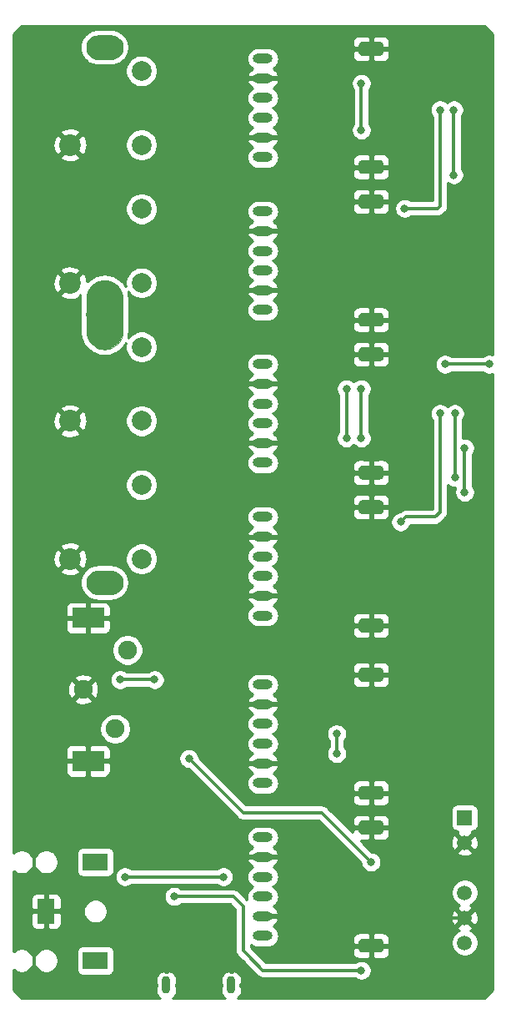
<source format=gbr>
G04 #@! TF.GenerationSoftware,KiCad,Pcbnew,(5.1.4-0-10_14)*
G04 #@! TF.CreationDate,2019-11-13T23:07:46+01:00*
G04 #@! TF.ProjectId,audio-mixer,61756469-6f2d-46d6-9978-65722e6b6963,rev?*
G04 #@! TF.SameCoordinates,Original*
G04 #@! TF.FileFunction,Copper,L2,Bot*
G04 #@! TF.FilePolarity,Positive*
%FSLAX46Y46*%
G04 Gerber Fmt 4.6, Leading zero omitted, Abs format (unit mm)*
G04 Created by KiCad (PCBNEW (5.1.4-0-10_14)) date 2019-11-13 23:07:46*
%MOMM*%
%LPD*%
G04 APERTURE LIST*
%ADD10C,0.002000*%
%ADD11R,3.300000X2.100000*%
%ADD12C,1.900000*%
%ADD13C,0.100000*%
%ADD14C,1.400000*%
%ADD15O,2.000000X1.000000*%
%ADD16R,1.800000X2.500000*%
%ADD17R,2.500000X1.800000*%
%ADD18C,1.500000*%
%ADD19R,1.500000X1.500000*%
%ADD20O,0.900000X1.800000*%
%ADD21C,3.700000*%
%ADD22C,2.400000*%
%ADD23C,2.000000*%
%ADD24C,2.200000*%
%ADD25C,0.800000*%
%ADD26C,0.300000*%
%ADD27C,0.254000*%
G04 APERTURE END LIST*
D10*
G36*
X94774000Y-45350000D02*
G01*
X94751000Y-45061000D01*
X94684000Y-44779000D01*
X94572000Y-44511000D01*
X94421000Y-44263000D01*
X94232000Y-44043000D01*
X94012000Y-43854000D01*
X93764000Y-43703000D01*
X93496000Y-43591000D01*
X93214000Y-43524000D01*
X92925000Y-43501000D01*
X92636000Y-43524000D01*
X92354000Y-43591000D01*
X92086000Y-43703000D01*
X91838000Y-43854000D01*
X91618000Y-44043000D01*
X91429000Y-44263000D01*
X91278000Y-44511000D01*
X91166000Y-44779000D01*
X91099000Y-45061000D01*
X91076000Y-45350000D01*
X91076000Y-48650000D01*
X91099000Y-48939000D01*
X91166000Y-49221000D01*
X91278000Y-49489000D01*
X91429000Y-49737000D01*
X91618000Y-49957000D01*
X91838000Y-50146000D01*
X92086000Y-50297000D01*
X92354000Y-50409000D01*
X92636000Y-50476000D01*
X92925000Y-50499000D01*
X93214000Y-50476000D01*
X93496000Y-50409000D01*
X93764000Y-50297000D01*
X94012000Y-50146000D01*
X94232000Y-49957000D01*
X94421000Y-49737000D01*
X94572000Y-49489000D01*
X94684000Y-49221000D01*
X94751000Y-48939000D01*
X94774000Y-48650000D01*
X94774000Y-45350000D01*
G37*
X94774000Y-45350000D02*
X94751000Y-45061000D01*
X94684000Y-44779000D01*
X94572000Y-44511000D01*
X94421000Y-44263000D01*
X94232000Y-44043000D01*
X94012000Y-43854000D01*
X93764000Y-43703000D01*
X93496000Y-43591000D01*
X93214000Y-43524000D01*
X92925000Y-43501000D01*
X92636000Y-43524000D01*
X92354000Y-43591000D01*
X92086000Y-43703000D01*
X91838000Y-43854000D01*
X91618000Y-44043000D01*
X91429000Y-44263000D01*
X91278000Y-44511000D01*
X91166000Y-44779000D01*
X91099000Y-45061000D01*
X91076000Y-45350000D01*
X91076000Y-48650000D01*
X91099000Y-48939000D01*
X91166000Y-49221000D01*
X91278000Y-49489000D01*
X91429000Y-49737000D01*
X91618000Y-49957000D01*
X91838000Y-50146000D01*
X92086000Y-50297000D01*
X92354000Y-50409000D01*
X92636000Y-50476000D01*
X92925000Y-50499000D01*
X93214000Y-50476000D01*
X93496000Y-50409000D01*
X93764000Y-50297000D01*
X94012000Y-50146000D01*
X94232000Y-49957000D01*
X94421000Y-49737000D01*
X94572000Y-49489000D01*
X94684000Y-49221000D01*
X94751000Y-48939000D01*
X94774000Y-48650000D01*
X94774000Y-45350000D01*
G36*
X92275000Y-18651000D02*
G01*
X92087000Y-18666000D01*
X91904000Y-18710000D01*
X91731000Y-18782000D01*
X91570000Y-18880000D01*
X91427000Y-19002000D01*
X91305000Y-19145000D01*
X91207000Y-19306000D01*
X91135000Y-19479000D01*
X91091000Y-19662000D01*
X91076000Y-19850000D01*
X91091000Y-20038000D01*
X91135000Y-20221000D01*
X91207000Y-20394000D01*
X91305000Y-20555000D01*
X91427000Y-20698000D01*
X91570000Y-20820000D01*
X91731000Y-20918000D01*
X91904000Y-20990000D01*
X92087000Y-21034000D01*
X92275000Y-21049000D01*
X93575000Y-21049000D01*
X93763000Y-21034000D01*
X93946000Y-20990000D01*
X94119000Y-20918000D01*
X94280000Y-20820000D01*
X94423000Y-20698000D01*
X94545000Y-20555000D01*
X94643000Y-20394000D01*
X94715000Y-20221000D01*
X94759000Y-20038000D01*
X94774000Y-19850000D01*
X94759000Y-19662000D01*
X94715000Y-19479000D01*
X94643000Y-19306000D01*
X94545000Y-19145000D01*
X94423000Y-19002000D01*
X94280000Y-18880000D01*
X94119000Y-18782000D01*
X93946000Y-18710000D01*
X93763000Y-18666000D01*
X93575000Y-18651000D01*
X92275000Y-18651000D01*
G37*
X92275000Y-18651000D02*
X92087000Y-18666000D01*
X91904000Y-18710000D01*
X91731000Y-18782000D01*
X91570000Y-18880000D01*
X91427000Y-19002000D01*
X91305000Y-19145000D01*
X91207000Y-19306000D01*
X91135000Y-19479000D01*
X91091000Y-19662000D01*
X91076000Y-19850000D01*
X91091000Y-20038000D01*
X91135000Y-20221000D01*
X91207000Y-20394000D01*
X91305000Y-20555000D01*
X91427000Y-20698000D01*
X91570000Y-20820000D01*
X91731000Y-20918000D01*
X91904000Y-20990000D01*
X92087000Y-21034000D01*
X92275000Y-21049000D01*
X93575000Y-21049000D01*
X93763000Y-21034000D01*
X93946000Y-20990000D01*
X94119000Y-20918000D01*
X94280000Y-20820000D01*
X94423000Y-20698000D01*
X94545000Y-20555000D01*
X94643000Y-20394000D01*
X94715000Y-20221000D01*
X94759000Y-20038000D01*
X94774000Y-19850000D01*
X94759000Y-19662000D01*
X94715000Y-19479000D01*
X94643000Y-19306000D01*
X94545000Y-19145000D01*
X94423000Y-19002000D01*
X94280000Y-18880000D01*
X94119000Y-18782000D01*
X93946000Y-18710000D01*
X93763000Y-18666000D01*
X93575000Y-18651000D01*
X92275000Y-18651000D01*
G36*
X92275000Y-72951000D02*
G01*
X92087000Y-72966000D01*
X91904000Y-73010000D01*
X91731000Y-73082000D01*
X91570000Y-73180000D01*
X91427000Y-73302000D01*
X91305000Y-73445000D01*
X91207000Y-73606000D01*
X91135000Y-73779000D01*
X91091000Y-73962000D01*
X91076000Y-74150000D01*
X91091000Y-74338000D01*
X91135000Y-74521000D01*
X91207000Y-74694000D01*
X91305000Y-74855000D01*
X91427000Y-74998000D01*
X91570000Y-75120000D01*
X91731000Y-75218000D01*
X91904000Y-75290000D01*
X92087000Y-75334000D01*
X92275000Y-75349000D01*
X93575000Y-75349000D01*
X93763000Y-75334000D01*
X93946000Y-75290000D01*
X94119000Y-75218000D01*
X94280000Y-75120000D01*
X94423000Y-74998000D01*
X94545000Y-74855000D01*
X94643000Y-74694000D01*
X94715000Y-74521000D01*
X94759000Y-74338000D01*
X94774000Y-74150000D01*
X94759000Y-73962000D01*
X94715000Y-73779000D01*
X94643000Y-73606000D01*
X94545000Y-73445000D01*
X94423000Y-73302000D01*
X94280000Y-73180000D01*
X94119000Y-73082000D01*
X93946000Y-73010000D01*
X93763000Y-72966000D01*
X93575000Y-72951000D01*
X92275000Y-72951000D01*
G37*
X92275000Y-72951000D02*
X92087000Y-72966000D01*
X91904000Y-73010000D01*
X91731000Y-73082000D01*
X91570000Y-73180000D01*
X91427000Y-73302000D01*
X91305000Y-73445000D01*
X91207000Y-73606000D01*
X91135000Y-73779000D01*
X91091000Y-73962000D01*
X91076000Y-74150000D01*
X91091000Y-74338000D01*
X91135000Y-74521000D01*
X91207000Y-74694000D01*
X91305000Y-74855000D01*
X91427000Y-74998000D01*
X91570000Y-75120000D01*
X91731000Y-75218000D01*
X91904000Y-75290000D01*
X92087000Y-75334000D01*
X92275000Y-75349000D01*
X93575000Y-75349000D01*
X93763000Y-75334000D01*
X93946000Y-75290000D01*
X94119000Y-75218000D01*
X94280000Y-75120000D01*
X94423000Y-74998000D01*
X94545000Y-74855000D01*
X94643000Y-74694000D01*
X94715000Y-74521000D01*
X94759000Y-74338000D01*
X94774000Y-74150000D01*
X94759000Y-73962000D01*
X94715000Y-73779000D01*
X94643000Y-73606000D01*
X94545000Y-73445000D01*
X94423000Y-73302000D01*
X94280000Y-73180000D01*
X94119000Y-73082000D01*
X93946000Y-73010000D01*
X93763000Y-72966000D01*
X93575000Y-72951000D01*
X92275000Y-72951000D01*
D11*
X91250000Y-92250000D03*
X91250000Y-77750000D03*
D12*
X95250000Y-81000000D03*
X94000000Y-89000000D03*
X90750000Y-85000000D03*
D13*
G36*
X120919153Y-34801766D02*
G01*
X120954759Y-34807048D01*
X120989676Y-34815794D01*
X121023568Y-34827921D01*
X121056108Y-34843311D01*
X121086983Y-34861817D01*
X121115895Y-34883260D01*
X121142567Y-34907433D01*
X121166740Y-34934105D01*
X121188183Y-34963017D01*
X121206689Y-34993892D01*
X121222079Y-35026432D01*
X121234206Y-35060324D01*
X121242952Y-35095241D01*
X121248234Y-35130847D01*
X121250000Y-35166800D01*
X121250000Y-35833200D01*
X121248234Y-35869153D01*
X121242952Y-35904759D01*
X121234206Y-35939676D01*
X121222079Y-35973568D01*
X121206689Y-36006108D01*
X121188183Y-36036983D01*
X121166740Y-36065895D01*
X121142567Y-36092567D01*
X121115895Y-36116740D01*
X121086983Y-36138183D01*
X121056108Y-36156689D01*
X121023568Y-36172079D01*
X120989676Y-36184206D01*
X120954759Y-36192952D01*
X120919153Y-36198234D01*
X120883200Y-36200000D01*
X119116800Y-36200000D01*
X119080847Y-36198234D01*
X119045241Y-36192952D01*
X119010324Y-36184206D01*
X118976432Y-36172079D01*
X118943892Y-36156689D01*
X118913017Y-36138183D01*
X118884105Y-36116740D01*
X118857433Y-36092567D01*
X118833260Y-36065895D01*
X118811817Y-36036983D01*
X118793311Y-36006108D01*
X118777921Y-35973568D01*
X118765794Y-35939676D01*
X118757048Y-35904759D01*
X118751766Y-35869153D01*
X118750000Y-35833200D01*
X118750000Y-35166800D01*
X118751766Y-35130847D01*
X118757048Y-35095241D01*
X118765794Y-35060324D01*
X118777921Y-35026432D01*
X118793311Y-34993892D01*
X118811817Y-34963017D01*
X118833260Y-34934105D01*
X118857433Y-34907433D01*
X118884105Y-34883260D01*
X118913017Y-34861817D01*
X118943892Y-34843311D01*
X118976432Y-34827921D01*
X119010324Y-34815794D01*
X119045241Y-34807048D01*
X119080847Y-34801766D01*
X119116800Y-34800000D01*
X120883200Y-34800000D01*
X120919153Y-34801766D01*
X120919153Y-34801766D01*
G37*
D14*
X120000000Y-35500000D03*
D15*
X109000000Y-46500000D03*
X109000000Y-44500000D03*
X109000000Y-42500000D03*
X109000000Y-40500000D03*
X109000000Y-38500000D03*
X109000000Y-36500000D03*
D13*
G36*
X120919153Y-46801766D02*
G01*
X120954759Y-46807048D01*
X120989676Y-46815794D01*
X121023568Y-46827921D01*
X121056108Y-46843311D01*
X121086983Y-46861817D01*
X121115895Y-46883260D01*
X121142567Y-46907433D01*
X121166740Y-46934105D01*
X121188183Y-46963017D01*
X121206689Y-46993892D01*
X121222079Y-47026432D01*
X121234206Y-47060324D01*
X121242952Y-47095241D01*
X121248234Y-47130847D01*
X121250000Y-47166800D01*
X121250000Y-47833200D01*
X121248234Y-47869153D01*
X121242952Y-47904759D01*
X121234206Y-47939676D01*
X121222079Y-47973568D01*
X121206689Y-48006108D01*
X121188183Y-48036983D01*
X121166740Y-48065895D01*
X121142567Y-48092567D01*
X121115895Y-48116740D01*
X121086983Y-48138183D01*
X121056108Y-48156689D01*
X121023568Y-48172079D01*
X120989676Y-48184206D01*
X120954759Y-48192952D01*
X120919153Y-48198234D01*
X120883200Y-48200000D01*
X119116800Y-48200000D01*
X119080847Y-48198234D01*
X119045241Y-48192952D01*
X119010324Y-48184206D01*
X118976432Y-48172079D01*
X118943892Y-48156689D01*
X118913017Y-48138183D01*
X118884105Y-48116740D01*
X118857433Y-48092567D01*
X118833260Y-48065895D01*
X118811817Y-48036983D01*
X118793311Y-48006108D01*
X118777921Y-47973568D01*
X118765794Y-47939676D01*
X118757048Y-47904759D01*
X118751766Y-47869153D01*
X118750000Y-47833200D01*
X118750000Y-47166800D01*
X118751766Y-47130847D01*
X118757048Y-47095241D01*
X118765794Y-47060324D01*
X118777921Y-47026432D01*
X118793311Y-46993892D01*
X118811817Y-46963017D01*
X118833260Y-46934105D01*
X118857433Y-46907433D01*
X118884105Y-46883260D01*
X118913017Y-46861817D01*
X118943892Y-46843311D01*
X118976432Y-46827921D01*
X119010324Y-46815794D01*
X119045241Y-46807048D01*
X119080847Y-46801766D01*
X119116800Y-46800000D01*
X120883200Y-46800000D01*
X120919153Y-46801766D01*
X120919153Y-46801766D01*
G37*
D14*
X120000000Y-47500000D03*
D13*
G36*
X120919153Y-98301766D02*
G01*
X120954759Y-98307048D01*
X120989676Y-98315794D01*
X121023568Y-98327921D01*
X121056108Y-98343311D01*
X121086983Y-98361817D01*
X121115895Y-98383260D01*
X121142567Y-98407433D01*
X121166740Y-98434105D01*
X121188183Y-98463017D01*
X121206689Y-98493892D01*
X121222079Y-98526432D01*
X121234206Y-98560324D01*
X121242952Y-98595241D01*
X121248234Y-98630847D01*
X121250000Y-98666800D01*
X121250000Y-99333200D01*
X121248234Y-99369153D01*
X121242952Y-99404759D01*
X121234206Y-99439676D01*
X121222079Y-99473568D01*
X121206689Y-99506108D01*
X121188183Y-99536983D01*
X121166740Y-99565895D01*
X121142567Y-99592567D01*
X121115895Y-99616740D01*
X121086983Y-99638183D01*
X121056108Y-99656689D01*
X121023568Y-99672079D01*
X120989676Y-99684206D01*
X120954759Y-99692952D01*
X120919153Y-99698234D01*
X120883200Y-99700000D01*
X119116800Y-99700000D01*
X119080847Y-99698234D01*
X119045241Y-99692952D01*
X119010324Y-99684206D01*
X118976432Y-99672079D01*
X118943892Y-99656689D01*
X118913017Y-99638183D01*
X118884105Y-99616740D01*
X118857433Y-99592567D01*
X118833260Y-99565895D01*
X118811817Y-99536983D01*
X118793311Y-99506108D01*
X118777921Y-99473568D01*
X118765794Y-99439676D01*
X118757048Y-99404759D01*
X118751766Y-99369153D01*
X118750000Y-99333200D01*
X118750000Y-98666800D01*
X118751766Y-98630847D01*
X118757048Y-98595241D01*
X118765794Y-98560324D01*
X118777921Y-98526432D01*
X118793311Y-98493892D01*
X118811817Y-98463017D01*
X118833260Y-98434105D01*
X118857433Y-98407433D01*
X118884105Y-98383260D01*
X118913017Y-98361817D01*
X118943892Y-98343311D01*
X118976432Y-98327921D01*
X119010324Y-98315794D01*
X119045241Y-98307048D01*
X119080847Y-98301766D01*
X119116800Y-98300000D01*
X120883200Y-98300000D01*
X120919153Y-98301766D01*
X120919153Y-98301766D01*
G37*
D14*
X120000000Y-99000000D03*
D15*
X109000000Y-110000000D03*
X109000000Y-108000000D03*
X109000000Y-106000000D03*
X109000000Y-104000000D03*
X109000000Y-102000000D03*
X109000000Y-100000000D03*
D13*
G36*
X120919153Y-110301766D02*
G01*
X120954759Y-110307048D01*
X120989676Y-110315794D01*
X121023568Y-110327921D01*
X121056108Y-110343311D01*
X121086983Y-110361817D01*
X121115895Y-110383260D01*
X121142567Y-110407433D01*
X121166740Y-110434105D01*
X121188183Y-110463017D01*
X121206689Y-110493892D01*
X121222079Y-110526432D01*
X121234206Y-110560324D01*
X121242952Y-110595241D01*
X121248234Y-110630847D01*
X121250000Y-110666800D01*
X121250000Y-111333200D01*
X121248234Y-111369153D01*
X121242952Y-111404759D01*
X121234206Y-111439676D01*
X121222079Y-111473568D01*
X121206689Y-111506108D01*
X121188183Y-111536983D01*
X121166740Y-111565895D01*
X121142567Y-111592567D01*
X121115895Y-111616740D01*
X121086983Y-111638183D01*
X121056108Y-111656689D01*
X121023568Y-111672079D01*
X120989676Y-111684206D01*
X120954759Y-111692952D01*
X120919153Y-111698234D01*
X120883200Y-111700000D01*
X119116800Y-111700000D01*
X119080847Y-111698234D01*
X119045241Y-111692952D01*
X119010324Y-111684206D01*
X118976432Y-111672079D01*
X118943892Y-111656689D01*
X118913017Y-111638183D01*
X118884105Y-111616740D01*
X118857433Y-111592567D01*
X118833260Y-111565895D01*
X118811817Y-111536983D01*
X118793311Y-111506108D01*
X118777921Y-111473568D01*
X118765794Y-111439676D01*
X118757048Y-111404759D01*
X118751766Y-111369153D01*
X118750000Y-111333200D01*
X118750000Y-110666800D01*
X118751766Y-110630847D01*
X118757048Y-110595241D01*
X118765794Y-110560324D01*
X118777921Y-110526432D01*
X118793311Y-110493892D01*
X118811817Y-110463017D01*
X118833260Y-110434105D01*
X118857433Y-110407433D01*
X118884105Y-110383260D01*
X118913017Y-110361817D01*
X118943892Y-110343311D01*
X118976432Y-110327921D01*
X119010324Y-110315794D01*
X119045241Y-110307048D01*
X119080847Y-110301766D01*
X119116800Y-110300000D01*
X120883200Y-110300000D01*
X120919153Y-110301766D01*
X120919153Y-110301766D01*
G37*
D14*
X120000000Y-111000000D03*
D13*
G36*
X120919153Y-82801766D02*
G01*
X120954759Y-82807048D01*
X120989676Y-82815794D01*
X121023568Y-82827921D01*
X121056108Y-82843311D01*
X121086983Y-82861817D01*
X121115895Y-82883260D01*
X121142567Y-82907433D01*
X121166740Y-82934105D01*
X121188183Y-82963017D01*
X121206689Y-82993892D01*
X121222079Y-83026432D01*
X121234206Y-83060324D01*
X121242952Y-83095241D01*
X121248234Y-83130847D01*
X121250000Y-83166800D01*
X121250000Y-83833200D01*
X121248234Y-83869153D01*
X121242952Y-83904759D01*
X121234206Y-83939676D01*
X121222079Y-83973568D01*
X121206689Y-84006108D01*
X121188183Y-84036983D01*
X121166740Y-84065895D01*
X121142567Y-84092567D01*
X121115895Y-84116740D01*
X121086983Y-84138183D01*
X121056108Y-84156689D01*
X121023568Y-84172079D01*
X120989676Y-84184206D01*
X120954759Y-84192952D01*
X120919153Y-84198234D01*
X120883200Y-84200000D01*
X119116800Y-84200000D01*
X119080847Y-84198234D01*
X119045241Y-84192952D01*
X119010324Y-84184206D01*
X118976432Y-84172079D01*
X118943892Y-84156689D01*
X118913017Y-84138183D01*
X118884105Y-84116740D01*
X118857433Y-84092567D01*
X118833260Y-84065895D01*
X118811817Y-84036983D01*
X118793311Y-84006108D01*
X118777921Y-83973568D01*
X118765794Y-83939676D01*
X118757048Y-83904759D01*
X118751766Y-83869153D01*
X118750000Y-83833200D01*
X118750000Y-83166800D01*
X118751766Y-83130847D01*
X118757048Y-83095241D01*
X118765794Y-83060324D01*
X118777921Y-83026432D01*
X118793311Y-82993892D01*
X118811817Y-82963017D01*
X118833260Y-82934105D01*
X118857433Y-82907433D01*
X118884105Y-82883260D01*
X118913017Y-82861817D01*
X118943892Y-82843311D01*
X118976432Y-82827921D01*
X119010324Y-82815794D01*
X119045241Y-82807048D01*
X119080847Y-82801766D01*
X119116800Y-82800000D01*
X120883200Y-82800000D01*
X120919153Y-82801766D01*
X120919153Y-82801766D01*
G37*
D14*
X120000000Y-83500000D03*
D15*
X109000000Y-94500000D03*
X109000000Y-92500000D03*
X109000000Y-90500000D03*
X109000000Y-88500000D03*
X109000000Y-86500000D03*
X109000000Y-84500000D03*
D13*
G36*
X120919153Y-94801766D02*
G01*
X120954759Y-94807048D01*
X120989676Y-94815794D01*
X121023568Y-94827921D01*
X121056108Y-94843311D01*
X121086983Y-94861817D01*
X121115895Y-94883260D01*
X121142567Y-94907433D01*
X121166740Y-94934105D01*
X121188183Y-94963017D01*
X121206689Y-94993892D01*
X121222079Y-95026432D01*
X121234206Y-95060324D01*
X121242952Y-95095241D01*
X121248234Y-95130847D01*
X121250000Y-95166800D01*
X121250000Y-95833200D01*
X121248234Y-95869153D01*
X121242952Y-95904759D01*
X121234206Y-95939676D01*
X121222079Y-95973568D01*
X121206689Y-96006108D01*
X121188183Y-96036983D01*
X121166740Y-96065895D01*
X121142567Y-96092567D01*
X121115895Y-96116740D01*
X121086983Y-96138183D01*
X121056108Y-96156689D01*
X121023568Y-96172079D01*
X120989676Y-96184206D01*
X120954759Y-96192952D01*
X120919153Y-96198234D01*
X120883200Y-96200000D01*
X119116800Y-96200000D01*
X119080847Y-96198234D01*
X119045241Y-96192952D01*
X119010324Y-96184206D01*
X118976432Y-96172079D01*
X118943892Y-96156689D01*
X118913017Y-96138183D01*
X118884105Y-96116740D01*
X118857433Y-96092567D01*
X118833260Y-96065895D01*
X118811817Y-96036983D01*
X118793311Y-96006108D01*
X118777921Y-95973568D01*
X118765794Y-95939676D01*
X118757048Y-95904759D01*
X118751766Y-95869153D01*
X118750000Y-95833200D01*
X118750000Y-95166800D01*
X118751766Y-95130847D01*
X118757048Y-95095241D01*
X118765794Y-95060324D01*
X118777921Y-95026432D01*
X118793311Y-94993892D01*
X118811817Y-94963017D01*
X118833260Y-94934105D01*
X118857433Y-94907433D01*
X118884105Y-94883260D01*
X118913017Y-94861817D01*
X118943892Y-94843311D01*
X118976432Y-94827921D01*
X119010324Y-94815794D01*
X119045241Y-94807048D01*
X119080847Y-94801766D01*
X119116800Y-94800000D01*
X120883200Y-94800000D01*
X120919153Y-94801766D01*
X120919153Y-94801766D01*
G37*
D14*
X120000000Y-95500000D03*
D13*
G36*
X120919153Y-65801766D02*
G01*
X120954759Y-65807048D01*
X120989676Y-65815794D01*
X121023568Y-65827921D01*
X121056108Y-65843311D01*
X121086983Y-65861817D01*
X121115895Y-65883260D01*
X121142567Y-65907433D01*
X121166740Y-65934105D01*
X121188183Y-65963017D01*
X121206689Y-65993892D01*
X121222079Y-66026432D01*
X121234206Y-66060324D01*
X121242952Y-66095241D01*
X121248234Y-66130847D01*
X121250000Y-66166800D01*
X121250000Y-66833200D01*
X121248234Y-66869153D01*
X121242952Y-66904759D01*
X121234206Y-66939676D01*
X121222079Y-66973568D01*
X121206689Y-67006108D01*
X121188183Y-67036983D01*
X121166740Y-67065895D01*
X121142567Y-67092567D01*
X121115895Y-67116740D01*
X121086983Y-67138183D01*
X121056108Y-67156689D01*
X121023568Y-67172079D01*
X120989676Y-67184206D01*
X120954759Y-67192952D01*
X120919153Y-67198234D01*
X120883200Y-67200000D01*
X119116800Y-67200000D01*
X119080847Y-67198234D01*
X119045241Y-67192952D01*
X119010324Y-67184206D01*
X118976432Y-67172079D01*
X118943892Y-67156689D01*
X118913017Y-67138183D01*
X118884105Y-67116740D01*
X118857433Y-67092567D01*
X118833260Y-67065895D01*
X118811817Y-67036983D01*
X118793311Y-67006108D01*
X118777921Y-66973568D01*
X118765794Y-66939676D01*
X118757048Y-66904759D01*
X118751766Y-66869153D01*
X118750000Y-66833200D01*
X118750000Y-66166800D01*
X118751766Y-66130847D01*
X118757048Y-66095241D01*
X118765794Y-66060324D01*
X118777921Y-66026432D01*
X118793311Y-65993892D01*
X118811817Y-65963017D01*
X118833260Y-65934105D01*
X118857433Y-65907433D01*
X118884105Y-65883260D01*
X118913017Y-65861817D01*
X118943892Y-65843311D01*
X118976432Y-65827921D01*
X119010324Y-65815794D01*
X119045241Y-65807048D01*
X119080847Y-65801766D01*
X119116800Y-65800000D01*
X120883200Y-65800000D01*
X120919153Y-65801766D01*
X120919153Y-65801766D01*
G37*
D14*
X120000000Y-66500000D03*
D15*
X109000000Y-77500000D03*
X109000000Y-75500000D03*
X109000000Y-73500000D03*
X109000000Y-71500000D03*
X109000000Y-69500000D03*
X109000000Y-67500000D03*
D13*
G36*
X120919153Y-77801766D02*
G01*
X120954759Y-77807048D01*
X120989676Y-77815794D01*
X121023568Y-77827921D01*
X121056108Y-77843311D01*
X121086983Y-77861817D01*
X121115895Y-77883260D01*
X121142567Y-77907433D01*
X121166740Y-77934105D01*
X121188183Y-77963017D01*
X121206689Y-77993892D01*
X121222079Y-78026432D01*
X121234206Y-78060324D01*
X121242952Y-78095241D01*
X121248234Y-78130847D01*
X121250000Y-78166800D01*
X121250000Y-78833200D01*
X121248234Y-78869153D01*
X121242952Y-78904759D01*
X121234206Y-78939676D01*
X121222079Y-78973568D01*
X121206689Y-79006108D01*
X121188183Y-79036983D01*
X121166740Y-79065895D01*
X121142567Y-79092567D01*
X121115895Y-79116740D01*
X121086983Y-79138183D01*
X121056108Y-79156689D01*
X121023568Y-79172079D01*
X120989676Y-79184206D01*
X120954759Y-79192952D01*
X120919153Y-79198234D01*
X120883200Y-79200000D01*
X119116800Y-79200000D01*
X119080847Y-79198234D01*
X119045241Y-79192952D01*
X119010324Y-79184206D01*
X118976432Y-79172079D01*
X118943892Y-79156689D01*
X118913017Y-79138183D01*
X118884105Y-79116740D01*
X118857433Y-79092567D01*
X118833260Y-79065895D01*
X118811817Y-79036983D01*
X118793311Y-79006108D01*
X118777921Y-78973568D01*
X118765794Y-78939676D01*
X118757048Y-78904759D01*
X118751766Y-78869153D01*
X118750000Y-78833200D01*
X118750000Y-78166800D01*
X118751766Y-78130847D01*
X118757048Y-78095241D01*
X118765794Y-78060324D01*
X118777921Y-78026432D01*
X118793311Y-77993892D01*
X118811817Y-77963017D01*
X118833260Y-77934105D01*
X118857433Y-77907433D01*
X118884105Y-77883260D01*
X118913017Y-77861817D01*
X118943892Y-77843311D01*
X118976432Y-77827921D01*
X119010324Y-77815794D01*
X119045241Y-77807048D01*
X119080847Y-77801766D01*
X119116800Y-77800000D01*
X120883200Y-77800000D01*
X120919153Y-77801766D01*
X120919153Y-77801766D01*
G37*
D14*
X120000000Y-78500000D03*
D13*
G36*
X120919153Y-50301766D02*
G01*
X120954759Y-50307048D01*
X120989676Y-50315794D01*
X121023568Y-50327921D01*
X121056108Y-50343311D01*
X121086983Y-50361817D01*
X121115895Y-50383260D01*
X121142567Y-50407433D01*
X121166740Y-50434105D01*
X121188183Y-50463017D01*
X121206689Y-50493892D01*
X121222079Y-50526432D01*
X121234206Y-50560324D01*
X121242952Y-50595241D01*
X121248234Y-50630847D01*
X121250000Y-50666800D01*
X121250000Y-51333200D01*
X121248234Y-51369153D01*
X121242952Y-51404759D01*
X121234206Y-51439676D01*
X121222079Y-51473568D01*
X121206689Y-51506108D01*
X121188183Y-51536983D01*
X121166740Y-51565895D01*
X121142567Y-51592567D01*
X121115895Y-51616740D01*
X121086983Y-51638183D01*
X121056108Y-51656689D01*
X121023568Y-51672079D01*
X120989676Y-51684206D01*
X120954759Y-51692952D01*
X120919153Y-51698234D01*
X120883200Y-51700000D01*
X119116800Y-51700000D01*
X119080847Y-51698234D01*
X119045241Y-51692952D01*
X119010324Y-51684206D01*
X118976432Y-51672079D01*
X118943892Y-51656689D01*
X118913017Y-51638183D01*
X118884105Y-51616740D01*
X118857433Y-51592567D01*
X118833260Y-51565895D01*
X118811817Y-51536983D01*
X118793311Y-51506108D01*
X118777921Y-51473568D01*
X118765794Y-51439676D01*
X118757048Y-51404759D01*
X118751766Y-51369153D01*
X118750000Y-51333200D01*
X118750000Y-50666800D01*
X118751766Y-50630847D01*
X118757048Y-50595241D01*
X118765794Y-50560324D01*
X118777921Y-50526432D01*
X118793311Y-50493892D01*
X118811817Y-50463017D01*
X118833260Y-50434105D01*
X118857433Y-50407433D01*
X118884105Y-50383260D01*
X118913017Y-50361817D01*
X118943892Y-50343311D01*
X118976432Y-50327921D01*
X119010324Y-50315794D01*
X119045241Y-50307048D01*
X119080847Y-50301766D01*
X119116800Y-50300000D01*
X120883200Y-50300000D01*
X120919153Y-50301766D01*
X120919153Y-50301766D01*
G37*
D14*
X120000000Y-51000000D03*
D15*
X109000000Y-62000000D03*
X109000000Y-60000000D03*
X109000000Y-58000000D03*
X109000000Y-56000000D03*
X109000000Y-54000000D03*
X109000000Y-52000000D03*
D13*
G36*
X120919153Y-62301766D02*
G01*
X120954759Y-62307048D01*
X120989676Y-62315794D01*
X121023568Y-62327921D01*
X121056108Y-62343311D01*
X121086983Y-62361817D01*
X121115895Y-62383260D01*
X121142567Y-62407433D01*
X121166740Y-62434105D01*
X121188183Y-62463017D01*
X121206689Y-62493892D01*
X121222079Y-62526432D01*
X121234206Y-62560324D01*
X121242952Y-62595241D01*
X121248234Y-62630847D01*
X121250000Y-62666800D01*
X121250000Y-63333200D01*
X121248234Y-63369153D01*
X121242952Y-63404759D01*
X121234206Y-63439676D01*
X121222079Y-63473568D01*
X121206689Y-63506108D01*
X121188183Y-63536983D01*
X121166740Y-63565895D01*
X121142567Y-63592567D01*
X121115895Y-63616740D01*
X121086983Y-63638183D01*
X121056108Y-63656689D01*
X121023568Y-63672079D01*
X120989676Y-63684206D01*
X120954759Y-63692952D01*
X120919153Y-63698234D01*
X120883200Y-63700000D01*
X119116800Y-63700000D01*
X119080847Y-63698234D01*
X119045241Y-63692952D01*
X119010324Y-63684206D01*
X118976432Y-63672079D01*
X118943892Y-63656689D01*
X118913017Y-63638183D01*
X118884105Y-63616740D01*
X118857433Y-63592567D01*
X118833260Y-63565895D01*
X118811817Y-63536983D01*
X118793311Y-63506108D01*
X118777921Y-63473568D01*
X118765794Y-63439676D01*
X118757048Y-63404759D01*
X118751766Y-63369153D01*
X118750000Y-63333200D01*
X118750000Y-62666800D01*
X118751766Y-62630847D01*
X118757048Y-62595241D01*
X118765794Y-62560324D01*
X118777921Y-62526432D01*
X118793311Y-62493892D01*
X118811817Y-62463017D01*
X118833260Y-62434105D01*
X118857433Y-62407433D01*
X118884105Y-62383260D01*
X118913017Y-62361817D01*
X118943892Y-62343311D01*
X118976432Y-62327921D01*
X119010324Y-62315794D01*
X119045241Y-62307048D01*
X119080847Y-62301766D01*
X119116800Y-62300000D01*
X120883200Y-62300000D01*
X120919153Y-62301766D01*
X120919153Y-62301766D01*
G37*
D14*
X120000000Y-63000000D03*
D13*
G36*
X120919153Y-19301766D02*
G01*
X120954759Y-19307048D01*
X120989676Y-19315794D01*
X121023568Y-19327921D01*
X121056108Y-19343311D01*
X121086983Y-19361817D01*
X121115895Y-19383260D01*
X121142567Y-19407433D01*
X121166740Y-19434105D01*
X121188183Y-19463017D01*
X121206689Y-19493892D01*
X121222079Y-19526432D01*
X121234206Y-19560324D01*
X121242952Y-19595241D01*
X121248234Y-19630847D01*
X121250000Y-19666800D01*
X121250000Y-20333200D01*
X121248234Y-20369153D01*
X121242952Y-20404759D01*
X121234206Y-20439676D01*
X121222079Y-20473568D01*
X121206689Y-20506108D01*
X121188183Y-20536983D01*
X121166740Y-20565895D01*
X121142567Y-20592567D01*
X121115895Y-20616740D01*
X121086983Y-20638183D01*
X121056108Y-20656689D01*
X121023568Y-20672079D01*
X120989676Y-20684206D01*
X120954759Y-20692952D01*
X120919153Y-20698234D01*
X120883200Y-20700000D01*
X119116800Y-20700000D01*
X119080847Y-20698234D01*
X119045241Y-20692952D01*
X119010324Y-20684206D01*
X118976432Y-20672079D01*
X118943892Y-20656689D01*
X118913017Y-20638183D01*
X118884105Y-20616740D01*
X118857433Y-20592567D01*
X118833260Y-20565895D01*
X118811817Y-20536983D01*
X118793311Y-20506108D01*
X118777921Y-20473568D01*
X118765794Y-20439676D01*
X118757048Y-20404759D01*
X118751766Y-20369153D01*
X118750000Y-20333200D01*
X118750000Y-19666800D01*
X118751766Y-19630847D01*
X118757048Y-19595241D01*
X118765794Y-19560324D01*
X118777921Y-19526432D01*
X118793311Y-19493892D01*
X118811817Y-19463017D01*
X118833260Y-19434105D01*
X118857433Y-19407433D01*
X118884105Y-19383260D01*
X118913017Y-19361817D01*
X118943892Y-19343311D01*
X118976432Y-19327921D01*
X119010324Y-19315794D01*
X119045241Y-19307048D01*
X119080847Y-19301766D01*
X119116800Y-19300000D01*
X120883200Y-19300000D01*
X120919153Y-19301766D01*
X120919153Y-19301766D01*
G37*
D14*
X120000000Y-20000000D03*
D15*
X109000000Y-31000000D03*
X109000000Y-29000000D03*
X109000000Y-27000000D03*
X109000000Y-25000000D03*
X109000000Y-23000000D03*
X109000000Y-21000000D03*
D13*
G36*
X120919153Y-31301766D02*
G01*
X120954759Y-31307048D01*
X120989676Y-31315794D01*
X121023568Y-31327921D01*
X121056108Y-31343311D01*
X121086983Y-31361817D01*
X121115895Y-31383260D01*
X121142567Y-31407433D01*
X121166740Y-31434105D01*
X121188183Y-31463017D01*
X121206689Y-31493892D01*
X121222079Y-31526432D01*
X121234206Y-31560324D01*
X121242952Y-31595241D01*
X121248234Y-31630847D01*
X121250000Y-31666800D01*
X121250000Y-32333200D01*
X121248234Y-32369153D01*
X121242952Y-32404759D01*
X121234206Y-32439676D01*
X121222079Y-32473568D01*
X121206689Y-32506108D01*
X121188183Y-32536983D01*
X121166740Y-32565895D01*
X121142567Y-32592567D01*
X121115895Y-32616740D01*
X121086983Y-32638183D01*
X121056108Y-32656689D01*
X121023568Y-32672079D01*
X120989676Y-32684206D01*
X120954759Y-32692952D01*
X120919153Y-32698234D01*
X120883200Y-32700000D01*
X119116800Y-32700000D01*
X119080847Y-32698234D01*
X119045241Y-32692952D01*
X119010324Y-32684206D01*
X118976432Y-32672079D01*
X118943892Y-32656689D01*
X118913017Y-32638183D01*
X118884105Y-32616740D01*
X118857433Y-32592567D01*
X118833260Y-32565895D01*
X118811817Y-32536983D01*
X118793311Y-32506108D01*
X118777921Y-32473568D01*
X118765794Y-32439676D01*
X118757048Y-32404759D01*
X118751766Y-32369153D01*
X118750000Y-32333200D01*
X118750000Y-31666800D01*
X118751766Y-31630847D01*
X118757048Y-31595241D01*
X118765794Y-31560324D01*
X118777921Y-31526432D01*
X118793311Y-31493892D01*
X118811817Y-31463017D01*
X118833260Y-31434105D01*
X118857433Y-31407433D01*
X118884105Y-31383260D01*
X118913017Y-31361817D01*
X118943892Y-31343311D01*
X118976432Y-31327921D01*
X119010324Y-31315794D01*
X119045241Y-31307048D01*
X119080847Y-31301766D01*
X119116800Y-31300000D01*
X120883200Y-31300000D01*
X120919153Y-31301766D01*
X120919153Y-31301766D01*
G37*
D14*
X120000000Y-32000000D03*
D16*
X87000000Y-107500000D03*
D17*
X92000000Y-112500000D03*
X92000000Y-102500000D03*
D18*
X129500000Y-110700000D03*
X129500000Y-108160000D03*
X129500000Y-105620000D03*
X129500000Y-100540000D03*
D19*
X129500000Y-98000000D03*
D20*
X105800000Y-115000000D03*
X99200000Y-115000000D03*
D21*
X92925000Y-47000000D03*
D22*
X92925000Y-19850000D03*
X92925000Y-74150000D03*
D23*
X96675000Y-64250000D03*
X96675000Y-71750000D03*
X96675000Y-22250000D03*
X96675000Y-29750000D03*
X96675000Y-36250000D03*
X96675000Y-43750000D03*
X96675000Y-50250000D03*
X96675000Y-57750000D03*
D24*
X89425000Y-71750000D03*
X89425000Y-29750000D03*
X89425000Y-43750000D03*
X89425000Y-57750000D03*
D25*
X125500000Y-34000000D03*
X125500000Y-65000000D03*
X104000000Y-111000000D03*
X100025000Y-85975000D03*
X100062500Y-107937500D03*
X126500000Y-19000000D03*
X126000000Y-50000000D03*
X121500000Y-90500000D03*
X107500000Y-114000000D03*
X119500000Y-105500000D03*
X132000000Y-52000000D03*
X127500000Y-52000000D03*
X100000000Y-106000000D03*
X119000000Y-113500000D03*
X101500000Y-92000000D03*
X120000000Y-102500000D03*
X98000000Y-84000000D03*
X94500000Y-84000000D03*
X105000000Y-104000000D03*
X95000000Y-104000000D03*
X119000000Y-23500000D03*
X119000000Y-28250000D03*
X117500000Y-54500000D03*
X117500000Y-59500000D03*
X116500000Y-89500000D03*
X116500000Y-91500000D03*
X127000000Y-26200000D03*
X123400000Y-36200000D03*
X119000000Y-54500000D03*
X119000000Y-59500000D03*
X127000000Y-57000000D03*
X123000000Y-68000000D03*
X128400000Y-26200000D03*
X128400000Y-32800000D03*
X129500000Y-60500000D03*
X129500000Y-65000000D03*
X128500000Y-57000000D03*
X128500000Y-63500000D03*
D26*
X129500000Y-108160000D02*
X126160000Y-108160000D01*
X107500000Y-114000000D02*
X108500000Y-115000000D01*
X108500000Y-115000000D02*
X122500000Y-115000000D01*
X122500000Y-115000000D02*
X122500000Y-109500000D01*
X122500000Y-109500000D02*
X121000000Y-108000000D01*
X122040000Y-108000000D02*
X129500000Y-100540000D01*
X121000000Y-108000000D02*
X122040000Y-108000000D01*
X132000000Y-52000000D02*
X127500000Y-52000000D01*
X100000000Y-106000000D02*
X106000000Y-106000000D01*
X106000000Y-106000000D02*
X107000000Y-107000000D01*
X107000000Y-107000000D02*
X107000000Y-111500000D01*
X107000000Y-111500000D02*
X107500000Y-112000000D01*
X109000000Y-113500000D02*
X119000000Y-113500000D01*
X107500000Y-112000000D02*
X109000000Y-113500000D01*
X101500000Y-92000000D02*
X107000000Y-97500000D01*
X107000000Y-97500000D02*
X115000000Y-97500000D01*
X115000000Y-97500000D02*
X120000000Y-102500000D01*
X98000000Y-84000000D02*
X94500000Y-84000000D01*
X105000000Y-104000000D02*
X95000000Y-104000000D01*
X119000000Y-23500000D02*
X119000000Y-28250000D01*
X117500000Y-54500000D02*
X117500000Y-59500000D01*
X116500000Y-89500000D02*
X116500000Y-91500000D01*
X127000000Y-26200000D02*
X127000000Y-36000000D01*
X127000000Y-36000000D02*
X126800000Y-36200000D01*
X126800000Y-36200000D02*
X123400000Y-36200000D01*
X119000000Y-54500000D02*
X119000000Y-59500000D01*
X127000000Y-57000000D02*
X127000000Y-67000000D01*
X127000000Y-67000000D02*
X126500000Y-67500000D01*
X126500000Y-67500000D02*
X123500000Y-67500000D01*
X123500000Y-67500000D02*
X123000000Y-68000000D01*
X128400000Y-26200000D02*
X128400000Y-32800000D01*
X129500000Y-60500000D02*
X129500000Y-65000000D01*
X128500000Y-57000000D02*
X128500000Y-63500000D01*
D27*
G36*
X132340001Y-18519607D02*
G01*
X132340001Y-51020557D01*
X132301898Y-51004774D01*
X132101939Y-50965000D01*
X131898061Y-50965000D01*
X131698102Y-51004774D01*
X131509744Y-51082795D01*
X131340226Y-51196063D01*
X131321289Y-51215000D01*
X128178711Y-51215000D01*
X128159774Y-51196063D01*
X127990256Y-51082795D01*
X127801898Y-51004774D01*
X127601939Y-50965000D01*
X127398061Y-50965000D01*
X127198102Y-51004774D01*
X127009744Y-51082795D01*
X126840226Y-51196063D01*
X126696063Y-51340226D01*
X126582795Y-51509744D01*
X126504774Y-51698102D01*
X126465000Y-51898061D01*
X126465000Y-52101939D01*
X126504774Y-52301898D01*
X126582795Y-52490256D01*
X126696063Y-52659774D01*
X126840226Y-52803937D01*
X127009744Y-52917205D01*
X127198102Y-52995226D01*
X127398061Y-53035000D01*
X127601939Y-53035000D01*
X127801898Y-52995226D01*
X127990256Y-52917205D01*
X128159774Y-52803937D01*
X128178711Y-52785000D01*
X131321289Y-52785000D01*
X131340226Y-52803937D01*
X131509744Y-52917205D01*
X131698102Y-52995226D01*
X131898061Y-53035000D01*
X132101939Y-53035000D01*
X132301898Y-52995226D01*
X132340001Y-52979443D01*
X132340000Y-115480394D01*
X131480394Y-116340000D01*
X106426025Y-116340000D01*
X106477408Y-116307014D01*
X106631587Y-116158391D01*
X106753809Y-115982545D01*
X106839376Y-115786233D01*
X106885000Y-115577000D01*
X106885000Y-115127000D01*
X106735000Y-115127000D01*
X106735000Y-114873000D01*
X106885000Y-114873000D01*
X106885000Y-114423000D01*
X106839376Y-114213767D01*
X106753809Y-114017455D01*
X106631587Y-113841609D01*
X106477408Y-113692986D01*
X106297197Y-113577298D01*
X106094001Y-113505592D01*
X105927000Y-113632498D01*
X105927000Y-113724474D01*
X105924912Y-113724030D01*
X105915400Y-113723030D01*
X105866841Y-113718269D01*
X105836939Y-113718269D01*
X105807209Y-113715038D01*
X105797645Y-113715004D01*
X105795900Y-113715010D01*
X105766112Y-113718034D01*
X105736172Y-113717825D01*
X105726654Y-113718758D01*
X105678130Y-113723858D01*
X105673000Y-113724911D01*
X105673000Y-113632498D01*
X105505999Y-113505592D01*
X105302803Y-113577298D01*
X105122592Y-113692986D01*
X104968413Y-113841609D01*
X104846191Y-114017455D01*
X104760624Y-114213767D01*
X104715000Y-114423000D01*
X104715000Y-114873000D01*
X104865000Y-114873000D01*
X104865000Y-115127000D01*
X104715000Y-115127000D01*
X104715000Y-115577000D01*
X104760624Y-115786233D01*
X104846191Y-115982545D01*
X104968413Y-116158391D01*
X105122592Y-116307014D01*
X105173975Y-116340000D01*
X99826025Y-116340000D01*
X99877408Y-116307014D01*
X100031587Y-116158391D01*
X100153809Y-115982545D01*
X100239376Y-115786233D01*
X100285000Y-115577000D01*
X100285000Y-115127000D01*
X100135000Y-115127000D01*
X100135000Y-114873000D01*
X100285000Y-114873000D01*
X100285000Y-114423000D01*
X100239376Y-114213767D01*
X100153809Y-114017455D01*
X100031587Y-113841609D01*
X99877408Y-113692986D01*
X99697197Y-113577298D01*
X99494001Y-113505592D01*
X99327000Y-113632498D01*
X99327000Y-113724474D01*
X99324912Y-113724030D01*
X99315400Y-113723030D01*
X99266841Y-113718269D01*
X99236939Y-113718269D01*
X99207209Y-113715038D01*
X99197645Y-113715004D01*
X99195900Y-113715010D01*
X99166112Y-113718034D01*
X99136172Y-113717825D01*
X99126654Y-113718758D01*
X99078130Y-113723858D01*
X99073000Y-113724911D01*
X99073000Y-113632498D01*
X98905999Y-113505592D01*
X98702803Y-113577298D01*
X98522592Y-113692986D01*
X98368413Y-113841609D01*
X98246191Y-114017455D01*
X98160624Y-114213767D01*
X98115000Y-114423000D01*
X98115000Y-114873000D01*
X98265000Y-114873000D01*
X98265000Y-115127000D01*
X98115000Y-115127000D01*
X98115000Y-115577000D01*
X98160624Y-115786233D01*
X98246191Y-115982545D01*
X98368413Y-116158391D01*
X98522592Y-116307014D01*
X98573975Y-116340000D01*
X84519606Y-116340000D01*
X83660000Y-115480394D01*
X83660000Y-113406554D01*
X83712733Y-113459287D01*
X83915008Y-113594443D01*
X84139764Y-113687540D01*
X84378363Y-113735000D01*
X84621637Y-113735000D01*
X84860236Y-113687540D01*
X85084992Y-113594443D01*
X85287267Y-113459287D01*
X85459287Y-113287267D01*
X85594443Y-113084992D01*
X85687540Y-112860236D01*
X85735000Y-112621637D01*
X85735000Y-112378363D01*
X85765000Y-112378363D01*
X85765000Y-112621637D01*
X85812460Y-112860236D01*
X85905557Y-113084992D01*
X86040713Y-113287267D01*
X86212733Y-113459287D01*
X86415008Y-113594443D01*
X86639764Y-113687540D01*
X86878363Y-113735000D01*
X87121637Y-113735000D01*
X87360236Y-113687540D01*
X87584992Y-113594443D01*
X87787267Y-113459287D01*
X87959287Y-113287267D01*
X88094443Y-113084992D01*
X88187540Y-112860236D01*
X88235000Y-112621637D01*
X88235000Y-112378363D01*
X88187540Y-112139764D01*
X88094443Y-111915008D01*
X87959287Y-111712733D01*
X87846554Y-111600000D01*
X90111928Y-111600000D01*
X90111928Y-113400000D01*
X90124188Y-113524482D01*
X90160498Y-113644180D01*
X90219463Y-113754494D01*
X90298815Y-113851185D01*
X90395506Y-113930537D01*
X90505820Y-113989502D01*
X90625518Y-114025812D01*
X90750000Y-114038072D01*
X93250000Y-114038072D01*
X93374482Y-114025812D01*
X93494180Y-113989502D01*
X93604494Y-113930537D01*
X93701185Y-113851185D01*
X93780537Y-113754494D01*
X93839502Y-113644180D01*
X93875812Y-113524482D01*
X93888072Y-113400000D01*
X93888072Y-111600000D01*
X93875812Y-111475518D01*
X93839502Y-111355820D01*
X93780537Y-111245506D01*
X93701185Y-111148815D01*
X93604494Y-111069463D01*
X93494180Y-111010498D01*
X93374482Y-110974188D01*
X93250000Y-110961928D01*
X90750000Y-110961928D01*
X90625518Y-110974188D01*
X90505820Y-111010498D01*
X90395506Y-111069463D01*
X90298815Y-111148815D01*
X90219463Y-111245506D01*
X90160498Y-111355820D01*
X90124188Y-111475518D01*
X90111928Y-111600000D01*
X87846554Y-111600000D01*
X87787267Y-111540713D01*
X87584992Y-111405557D01*
X87360236Y-111312460D01*
X87121637Y-111265000D01*
X86878363Y-111265000D01*
X86639764Y-111312460D01*
X86415008Y-111405557D01*
X86212733Y-111540713D01*
X86040713Y-111712733D01*
X85905557Y-111915008D01*
X85812460Y-112139764D01*
X85765000Y-112378363D01*
X85735000Y-112378363D01*
X85687540Y-112139764D01*
X85594443Y-111915008D01*
X85459287Y-111712733D01*
X85287267Y-111540713D01*
X85084992Y-111405557D01*
X84860236Y-111312460D01*
X84621637Y-111265000D01*
X84378363Y-111265000D01*
X84139764Y-111312460D01*
X83915008Y-111405557D01*
X83712733Y-111540713D01*
X83660000Y-111593446D01*
X83660000Y-108750000D01*
X85461928Y-108750000D01*
X85474188Y-108874482D01*
X85510498Y-108994180D01*
X85569463Y-109104494D01*
X85648815Y-109201185D01*
X85745506Y-109280537D01*
X85855820Y-109339502D01*
X85975518Y-109375812D01*
X86100000Y-109388072D01*
X86714250Y-109385000D01*
X86873000Y-109226250D01*
X86873000Y-107627000D01*
X87127000Y-107627000D01*
X87127000Y-109226250D01*
X87285750Y-109385000D01*
X87900000Y-109388072D01*
X88024482Y-109375812D01*
X88144180Y-109339502D01*
X88254494Y-109280537D01*
X88351185Y-109201185D01*
X88430537Y-109104494D01*
X88489502Y-108994180D01*
X88525812Y-108874482D01*
X88538072Y-108750000D01*
X88535000Y-107785750D01*
X88376250Y-107627000D01*
X87127000Y-107627000D01*
X86873000Y-107627000D01*
X85623750Y-107627000D01*
X85465000Y-107785750D01*
X85461928Y-108750000D01*
X83660000Y-108750000D01*
X83660000Y-107378363D01*
X90765000Y-107378363D01*
X90765000Y-107621637D01*
X90812460Y-107860236D01*
X90905557Y-108084992D01*
X91040713Y-108287267D01*
X91212733Y-108459287D01*
X91415008Y-108594443D01*
X91639764Y-108687540D01*
X91878363Y-108735000D01*
X92121637Y-108735000D01*
X92360236Y-108687540D01*
X92584992Y-108594443D01*
X92787267Y-108459287D01*
X92959287Y-108287267D01*
X93094443Y-108084992D01*
X93187540Y-107860236D01*
X93235000Y-107621637D01*
X93235000Y-107378363D01*
X93187540Y-107139764D01*
X93094443Y-106915008D01*
X92959287Y-106712733D01*
X92787267Y-106540713D01*
X92584992Y-106405557D01*
X92360236Y-106312460D01*
X92121637Y-106265000D01*
X91878363Y-106265000D01*
X91639764Y-106312460D01*
X91415008Y-106405557D01*
X91212733Y-106540713D01*
X91040713Y-106712733D01*
X90905557Y-106915008D01*
X90812460Y-107139764D01*
X90765000Y-107378363D01*
X83660000Y-107378363D01*
X83660000Y-106250000D01*
X85461928Y-106250000D01*
X85465000Y-107214250D01*
X85623750Y-107373000D01*
X86873000Y-107373000D01*
X86873000Y-105773750D01*
X87127000Y-105773750D01*
X87127000Y-107373000D01*
X88376250Y-107373000D01*
X88535000Y-107214250D01*
X88538072Y-106250000D01*
X88525812Y-106125518D01*
X88489502Y-106005820D01*
X88431903Y-105898061D01*
X98965000Y-105898061D01*
X98965000Y-106101939D01*
X99004774Y-106301898D01*
X99082795Y-106490256D01*
X99196063Y-106659774D01*
X99340226Y-106803937D01*
X99509744Y-106917205D01*
X99698102Y-106995226D01*
X99898061Y-107035000D01*
X100101939Y-107035000D01*
X100301898Y-106995226D01*
X100490256Y-106917205D01*
X100659774Y-106803937D01*
X100678711Y-106785000D01*
X105674843Y-106785000D01*
X106215000Y-107325157D01*
X106215001Y-111461437D01*
X106211203Y-111500000D01*
X106226359Y-111653886D01*
X106271246Y-111801859D01*
X106294900Y-111846113D01*
X106344139Y-111938233D01*
X106349020Y-111944180D01*
X106417655Y-112027812D01*
X106417659Y-112027816D01*
X106442237Y-112057764D01*
X106472186Y-112082343D01*
X106917651Y-112527807D01*
X106917655Y-112527812D01*
X108417658Y-114027816D01*
X108442236Y-114057764D01*
X108472184Y-114082342D01*
X108472187Y-114082345D01*
X108495530Y-114101502D01*
X108561767Y-114155862D01*
X108698140Y-114228754D01*
X108811672Y-114263194D01*
X108846112Y-114273641D01*
X108860490Y-114275057D01*
X108961439Y-114285000D01*
X108961446Y-114285000D01*
X108999999Y-114288797D01*
X109038552Y-114285000D01*
X118321289Y-114285000D01*
X118340226Y-114303937D01*
X118509744Y-114417205D01*
X118698102Y-114495226D01*
X118898061Y-114535000D01*
X119101939Y-114535000D01*
X119301898Y-114495226D01*
X119490256Y-114417205D01*
X119659774Y-114303937D01*
X119803937Y-114159774D01*
X119917205Y-113990256D01*
X119995226Y-113801898D01*
X120035000Y-113601939D01*
X120035000Y-113398061D01*
X119995226Y-113198102D01*
X119917205Y-113009744D01*
X119803937Y-112840226D01*
X119659774Y-112696063D01*
X119490256Y-112582795D01*
X119301898Y-112504774D01*
X119101939Y-112465000D01*
X118898061Y-112465000D01*
X118698102Y-112504774D01*
X118509744Y-112582795D01*
X118340226Y-112696063D01*
X118321289Y-112715000D01*
X109325158Y-112715000D01*
X108310158Y-111700000D01*
X118111928Y-111700000D01*
X118124188Y-111824482D01*
X118160498Y-111944180D01*
X118219463Y-112054494D01*
X118298815Y-112151185D01*
X118395506Y-112230537D01*
X118505820Y-112289502D01*
X118625518Y-112325812D01*
X118750000Y-112338072D01*
X119714250Y-112335000D01*
X119873000Y-112176250D01*
X119873000Y-111127000D01*
X120127000Y-111127000D01*
X120127000Y-112176250D01*
X120285750Y-112335000D01*
X121250000Y-112338072D01*
X121374482Y-112325812D01*
X121494180Y-112289502D01*
X121604494Y-112230537D01*
X121701185Y-112151185D01*
X121780537Y-112054494D01*
X121839502Y-111944180D01*
X121875812Y-111824482D01*
X121888072Y-111700000D01*
X121885000Y-111285750D01*
X121726250Y-111127000D01*
X120127000Y-111127000D01*
X119873000Y-111127000D01*
X118273750Y-111127000D01*
X118115000Y-111285750D01*
X118111928Y-111700000D01*
X108310158Y-111700000D01*
X108027812Y-111417655D01*
X108027807Y-111417651D01*
X107785000Y-111174843D01*
X107785000Y-110881499D01*
X107866377Y-110948284D01*
X108063553Y-111053676D01*
X108277501Y-111118577D01*
X108444248Y-111135000D01*
X109555752Y-111135000D01*
X109722499Y-111118577D01*
X109936447Y-111053676D01*
X110133623Y-110948284D01*
X110306449Y-110806449D01*
X110448284Y-110633623D01*
X110553676Y-110436447D01*
X110595067Y-110300000D01*
X118111928Y-110300000D01*
X118115000Y-110714250D01*
X118273750Y-110873000D01*
X119873000Y-110873000D01*
X119873000Y-109823750D01*
X120127000Y-109823750D01*
X120127000Y-110873000D01*
X121726250Y-110873000D01*
X121885000Y-110714250D01*
X121886117Y-110563589D01*
X128115000Y-110563589D01*
X128115000Y-110836411D01*
X128168225Y-111103989D01*
X128272629Y-111356043D01*
X128424201Y-111582886D01*
X128617114Y-111775799D01*
X128843957Y-111927371D01*
X129096011Y-112031775D01*
X129363589Y-112085000D01*
X129636411Y-112085000D01*
X129903989Y-112031775D01*
X130156043Y-111927371D01*
X130382886Y-111775799D01*
X130575799Y-111582886D01*
X130727371Y-111356043D01*
X130831775Y-111103989D01*
X130885000Y-110836411D01*
X130885000Y-110563589D01*
X130831775Y-110296011D01*
X130727371Y-110043957D01*
X130575799Y-109817114D01*
X130382886Y-109624201D01*
X130156043Y-109472629D01*
X130056721Y-109431489D01*
X130098832Y-109416277D01*
X130211863Y-109355860D01*
X130277388Y-109116993D01*
X129500000Y-108339605D01*
X128722612Y-109116993D01*
X128788137Y-109355860D01*
X128946477Y-109430164D01*
X128843957Y-109472629D01*
X128617114Y-109624201D01*
X128424201Y-109817114D01*
X128272629Y-110043957D01*
X128168225Y-110296011D01*
X128115000Y-110563589D01*
X121886117Y-110563589D01*
X121888072Y-110300000D01*
X121875812Y-110175518D01*
X121839502Y-110055820D01*
X121780537Y-109945506D01*
X121701185Y-109848815D01*
X121604494Y-109769463D01*
X121494180Y-109710498D01*
X121374482Y-109674188D01*
X121250000Y-109661928D01*
X120285750Y-109665000D01*
X120127000Y-109823750D01*
X119873000Y-109823750D01*
X119714250Y-109665000D01*
X118750000Y-109661928D01*
X118625518Y-109674188D01*
X118505820Y-109710498D01*
X118395506Y-109769463D01*
X118298815Y-109848815D01*
X118219463Y-109945506D01*
X118160498Y-110055820D01*
X118124188Y-110175518D01*
X118111928Y-110300000D01*
X110595067Y-110300000D01*
X110618577Y-110222499D01*
X110640491Y-110000000D01*
X110618577Y-109777501D01*
X110553676Y-109563553D01*
X110448284Y-109366377D01*
X110306449Y-109193551D01*
X110133623Y-109051716D01*
X110043473Y-109003530D01*
X110051678Y-109000003D01*
X110236169Y-108873161D01*
X110392369Y-108712764D01*
X110514276Y-108524976D01*
X110594119Y-108301874D01*
X110544063Y-108232492D01*
X128110188Y-108232492D01*
X128151035Y-108502238D01*
X128243723Y-108758832D01*
X128304140Y-108871863D01*
X128543007Y-108937388D01*
X129320395Y-108160000D01*
X129679605Y-108160000D01*
X130456993Y-108937388D01*
X130695860Y-108871863D01*
X130811760Y-108624884D01*
X130877250Y-108360040D01*
X130889812Y-108087508D01*
X130848965Y-107817762D01*
X130756277Y-107561168D01*
X130695860Y-107448137D01*
X130456993Y-107382612D01*
X129679605Y-108160000D01*
X129320395Y-108160000D01*
X128543007Y-107382612D01*
X128304140Y-107448137D01*
X128188240Y-107695116D01*
X128122750Y-107959960D01*
X128110188Y-108232492D01*
X110544063Y-108232492D01*
X110467954Y-108127000D01*
X109127000Y-108127000D01*
X109127000Y-108147000D01*
X108873000Y-108147000D01*
X108873000Y-108127000D01*
X108853000Y-108127000D01*
X108853000Y-107873000D01*
X108873000Y-107873000D01*
X108873000Y-107853000D01*
X109127000Y-107853000D01*
X109127000Y-107873000D01*
X110467954Y-107873000D01*
X110594119Y-107698126D01*
X110514276Y-107475024D01*
X110392369Y-107287236D01*
X110236169Y-107126839D01*
X110051678Y-106999997D01*
X110043473Y-106996470D01*
X110133623Y-106948284D01*
X110306449Y-106806449D01*
X110448284Y-106633623D01*
X110553676Y-106436447D01*
X110618577Y-106222499D01*
X110640491Y-106000000D01*
X110618577Y-105777501D01*
X110553676Y-105563553D01*
X110510935Y-105483589D01*
X128115000Y-105483589D01*
X128115000Y-105756411D01*
X128168225Y-106023989D01*
X128272629Y-106276043D01*
X128424201Y-106502886D01*
X128617114Y-106695799D01*
X128843957Y-106847371D01*
X128943279Y-106888511D01*
X128901168Y-106903723D01*
X128788137Y-106964140D01*
X128722612Y-107203007D01*
X129500000Y-107980395D01*
X130277388Y-107203007D01*
X130211863Y-106964140D01*
X130053523Y-106889836D01*
X130156043Y-106847371D01*
X130382886Y-106695799D01*
X130575799Y-106502886D01*
X130727371Y-106276043D01*
X130831775Y-106023989D01*
X130885000Y-105756411D01*
X130885000Y-105483589D01*
X130831775Y-105216011D01*
X130727371Y-104963957D01*
X130575799Y-104737114D01*
X130382886Y-104544201D01*
X130156043Y-104392629D01*
X129903989Y-104288225D01*
X129636411Y-104235000D01*
X129363589Y-104235000D01*
X129096011Y-104288225D01*
X128843957Y-104392629D01*
X128617114Y-104544201D01*
X128424201Y-104737114D01*
X128272629Y-104963957D01*
X128168225Y-105216011D01*
X128115000Y-105483589D01*
X110510935Y-105483589D01*
X110448284Y-105366377D01*
X110306449Y-105193551D01*
X110133623Y-105051716D01*
X110036868Y-105000000D01*
X110133623Y-104948284D01*
X110306449Y-104806449D01*
X110448284Y-104633623D01*
X110553676Y-104436447D01*
X110618577Y-104222499D01*
X110640491Y-104000000D01*
X110618577Y-103777501D01*
X110553676Y-103563553D01*
X110448284Y-103366377D01*
X110306449Y-103193551D01*
X110133623Y-103051716D01*
X110043473Y-103003530D01*
X110051678Y-103000003D01*
X110236169Y-102873161D01*
X110392369Y-102712764D01*
X110514276Y-102524976D01*
X110594119Y-102301874D01*
X110467954Y-102127000D01*
X109127000Y-102127000D01*
X109127000Y-102147000D01*
X108873000Y-102147000D01*
X108873000Y-102127000D01*
X107532046Y-102127000D01*
X107405881Y-102301874D01*
X107485724Y-102524976D01*
X107607631Y-102712764D01*
X107763831Y-102873161D01*
X107948322Y-103000003D01*
X107956527Y-103003530D01*
X107866377Y-103051716D01*
X107693551Y-103193551D01*
X107551716Y-103366377D01*
X107446324Y-103563553D01*
X107381423Y-103777501D01*
X107359509Y-104000000D01*
X107381423Y-104222499D01*
X107446324Y-104436447D01*
X107551716Y-104633623D01*
X107693551Y-104806449D01*
X107866377Y-104948284D01*
X107963132Y-105000000D01*
X107866377Y-105051716D01*
X107693551Y-105193551D01*
X107551716Y-105366377D01*
X107446324Y-105563553D01*
X107381423Y-105777501D01*
X107359509Y-106000000D01*
X107381423Y-106222499D01*
X107402658Y-106292501D01*
X106582347Y-105472190D01*
X106557764Y-105442236D01*
X106438233Y-105344138D01*
X106301860Y-105271246D01*
X106153887Y-105226359D01*
X106038561Y-105215000D01*
X106038553Y-105215000D01*
X106000000Y-105211203D01*
X105961447Y-105215000D01*
X100678711Y-105215000D01*
X100659774Y-105196063D01*
X100490256Y-105082795D01*
X100301898Y-105004774D01*
X100101939Y-104965000D01*
X99898061Y-104965000D01*
X99698102Y-105004774D01*
X99509744Y-105082795D01*
X99340226Y-105196063D01*
X99196063Y-105340226D01*
X99082795Y-105509744D01*
X99004774Y-105698102D01*
X98965000Y-105898061D01*
X88431903Y-105898061D01*
X88430537Y-105895506D01*
X88351185Y-105798815D01*
X88254494Y-105719463D01*
X88144180Y-105660498D01*
X88024482Y-105624188D01*
X87900000Y-105611928D01*
X87285750Y-105615000D01*
X87127000Y-105773750D01*
X86873000Y-105773750D01*
X86714250Y-105615000D01*
X86100000Y-105611928D01*
X85975518Y-105624188D01*
X85855820Y-105660498D01*
X85745506Y-105719463D01*
X85648815Y-105798815D01*
X85569463Y-105895506D01*
X85510498Y-106005820D01*
X85474188Y-106125518D01*
X85461928Y-106250000D01*
X83660000Y-106250000D01*
X83660000Y-103406554D01*
X83712733Y-103459287D01*
X83915008Y-103594443D01*
X84139764Y-103687540D01*
X84378363Y-103735000D01*
X84621637Y-103735000D01*
X84860236Y-103687540D01*
X85084992Y-103594443D01*
X85287267Y-103459287D01*
X85459287Y-103287267D01*
X85594443Y-103084992D01*
X85687540Y-102860236D01*
X85735000Y-102621637D01*
X85735000Y-102378363D01*
X85765000Y-102378363D01*
X85765000Y-102621637D01*
X85812460Y-102860236D01*
X85905557Y-103084992D01*
X86040713Y-103287267D01*
X86212733Y-103459287D01*
X86415008Y-103594443D01*
X86639764Y-103687540D01*
X86878363Y-103735000D01*
X87121637Y-103735000D01*
X87360236Y-103687540D01*
X87584992Y-103594443D01*
X87787267Y-103459287D01*
X87959287Y-103287267D01*
X88094443Y-103084992D01*
X88187540Y-102860236D01*
X88235000Y-102621637D01*
X88235000Y-102378363D01*
X88187540Y-102139764D01*
X88094443Y-101915008D01*
X87959287Y-101712733D01*
X87846554Y-101600000D01*
X90111928Y-101600000D01*
X90111928Y-103400000D01*
X90124188Y-103524482D01*
X90160498Y-103644180D01*
X90219463Y-103754494D01*
X90298815Y-103851185D01*
X90395506Y-103930537D01*
X90505820Y-103989502D01*
X90625518Y-104025812D01*
X90750000Y-104038072D01*
X93250000Y-104038072D01*
X93374482Y-104025812D01*
X93494180Y-103989502D01*
X93604494Y-103930537D01*
X93644066Y-103898061D01*
X93965000Y-103898061D01*
X93965000Y-104101939D01*
X94004774Y-104301898D01*
X94082795Y-104490256D01*
X94196063Y-104659774D01*
X94340226Y-104803937D01*
X94509744Y-104917205D01*
X94698102Y-104995226D01*
X94898061Y-105035000D01*
X95101939Y-105035000D01*
X95301898Y-104995226D01*
X95490256Y-104917205D01*
X95659774Y-104803937D01*
X95678711Y-104785000D01*
X104321289Y-104785000D01*
X104340226Y-104803937D01*
X104509744Y-104917205D01*
X104698102Y-104995226D01*
X104898061Y-105035000D01*
X105101939Y-105035000D01*
X105301898Y-104995226D01*
X105490256Y-104917205D01*
X105659774Y-104803937D01*
X105803937Y-104659774D01*
X105917205Y-104490256D01*
X105995226Y-104301898D01*
X106035000Y-104101939D01*
X106035000Y-103898061D01*
X105995226Y-103698102D01*
X105917205Y-103509744D01*
X105803937Y-103340226D01*
X105659774Y-103196063D01*
X105490256Y-103082795D01*
X105301898Y-103004774D01*
X105101939Y-102965000D01*
X104898061Y-102965000D01*
X104698102Y-103004774D01*
X104509744Y-103082795D01*
X104340226Y-103196063D01*
X104321289Y-103215000D01*
X95678711Y-103215000D01*
X95659774Y-103196063D01*
X95490256Y-103082795D01*
X95301898Y-103004774D01*
X95101939Y-102965000D01*
X94898061Y-102965000D01*
X94698102Y-103004774D01*
X94509744Y-103082795D01*
X94340226Y-103196063D01*
X94196063Y-103340226D01*
X94082795Y-103509744D01*
X94004774Y-103698102D01*
X93965000Y-103898061D01*
X93644066Y-103898061D01*
X93701185Y-103851185D01*
X93780537Y-103754494D01*
X93839502Y-103644180D01*
X93875812Y-103524482D01*
X93888072Y-103400000D01*
X93888072Y-101600000D01*
X93875812Y-101475518D01*
X93839502Y-101355820D01*
X93780537Y-101245506D01*
X93701185Y-101148815D01*
X93604494Y-101069463D01*
X93494180Y-101010498D01*
X93374482Y-100974188D01*
X93250000Y-100961928D01*
X90750000Y-100961928D01*
X90625518Y-100974188D01*
X90505820Y-101010498D01*
X90395506Y-101069463D01*
X90298815Y-101148815D01*
X90219463Y-101245506D01*
X90160498Y-101355820D01*
X90124188Y-101475518D01*
X90111928Y-101600000D01*
X87846554Y-101600000D01*
X87787267Y-101540713D01*
X87584992Y-101405557D01*
X87360236Y-101312460D01*
X87121637Y-101265000D01*
X86878363Y-101265000D01*
X86639764Y-101312460D01*
X86415008Y-101405557D01*
X86212733Y-101540713D01*
X86040713Y-101712733D01*
X85905557Y-101915008D01*
X85812460Y-102139764D01*
X85765000Y-102378363D01*
X85735000Y-102378363D01*
X85687540Y-102139764D01*
X85594443Y-101915008D01*
X85459287Y-101712733D01*
X85287267Y-101540713D01*
X85084992Y-101405557D01*
X84860236Y-101312460D01*
X84621637Y-101265000D01*
X84378363Y-101265000D01*
X84139764Y-101312460D01*
X83915008Y-101405557D01*
X83712733Y-101540713D01*
X83660000Y-101593446D01*
X83660000Y-100000000D01*
X107359509Y-100000000D01*
X107381423Y-100222499D01*
X107446324Y-100436447D01*
X107551716Y-100633623D01*
X107693551Y-100806449D01*
X107866377Y-100948284D01*
X107956527Y-100996470D01*
X107948322Y-100999997D01*
X107763831Y-101126839D01*
X107607631Y-101287236D01*
X107485724Y-101475024D01*
X107405881Y-101698126D01*
X107532046Y-101873000D01*
X108873000Y-101873000D01*
X108873000Y-101853000D01*
X109127000Y-101853000D01*
X109127000Y-101873000D01*
X110467954Y-101873000D01*
X110594119Y-101698126D01*
X110514276Y-101475024D01*
X110392369Y-101287236D01*
X110236169Y-101126839D01*
X110051678Y-100999997D01*
X110043473Y-100996470D01*
X110133623Y-100948284D01*
X110306449Y-100806449D01*
X110448284Y-100633623D01*
X110553676Y-100436447D01*
X110618577Y-100222499D01*
X110640491Y-100000000D01*
X110618577Y-99777501D01*
X110553676Y-99563553D01*
X110448284Y-99366377D01*
X110306449Y-99193551D01*
X110133623Y-99051716D01*
X109936447Y-98946324D01*
X109722499Y-98881423D01*
X109555752Y-98865000D01*
X108444248Y-98865000D01*
X108277501Y-98881423D01*
X108063553Y-98946324D01*
X107866377Y-99051716D01*
X107693551Y-99193551D01*
X107551716Y-99366377D01*
X107446324Y-99563553D01*
X107381423Y-99777501D01*
X107359509Y-100000000D01*
X83660000Y-100000000D01*
X83660000Y-93300000D01*
X88961928Y-93300000D01*
X88974188Y-93424482D01*
X89010498Y-93544180D01*
X89069463Y-93654494D01*
X89148815Y-93751185D01*
X89245506Y-93830537D01*
X89355820Y-93889502D01*
X89475518Y-93925812D01*
X89600000Y-93938072D01*
X90964250Y-93935000D01*
X91123000Y-93776250D01*
X91123000Y-92377000D01*
X91377000Y-92377000D01*
X91377000Y-93776250D01*
X91535750Y-93935000D01*
X92900000Y-93938072D01*
X93024482Y-93925812D01*
X93144180Y-93889502D01*
X93254494Y-93830537D01*
X93351185Y-93751185D01*
X93430537Y-93654494D01*
X93489502Y-93544180D01*
X93525812Y-93424482D01*
X93538072Y-93300000D01*
X93535000Y-92535750D01*
X93376250Y-92377000D01*
X91377000Y-92377000D01*
X91123000Y-92377000D01*
X89123750Y-92377000D01*
X88965000Y-92535750D01*
X88961928Y-93300000D01*
X83660000Y-93300000D01*
X83660000Y-91200000D01*
X88961928Y-91200000D01*
X88965000Y-91964250D01*
X89123750Y-92123000D01*
X91123000Y-92123000D01*
X91123000Y-90723750D01*
X91377000Y-90723750D01*
X91377000Y-92123000D01*
X93376250Y-92123000D01*
X93535000Y-91964250D01*
X93535266Y-91898061D01*
X100465000Y-91898061D01*
X100465000Y-92101939D01*
X100504774Y-92301898D01*
X100582795Y-92490256D01*
X100696063Y-92659774D01*
X100840226Y-92803937D01*
X101009744Y-92917205D01*
X101198102Y-92995226D01*
X101398061Y-93035000D01*
X101424843Y-93035000D01*
X106417653Y-98027810D01*
X106442236Y-98057764D01*
X106561767Y-98155862D01*
X106698140Y-98228754D01*
X106846113Y-98273642D01*
X106921026Y-98281020D01*
X106961439Y-98285000D01*
X106961444Y-98285000D01*
X107000000Y-98288797D01*
X107038556Y-98285000D01*
X114674843Y-98285000D01*
X118965000Y-102575157D01*
X118965000Y-102601939D01*
X119004774Y-102801898D01*
X119082795Y-102990256D01*
X119196063Y-103159774D01*
X119340226Y-103303937D01*
X119509744Y-103417205D01*
X119698102Y-103495226D01*
X119898061Y-103535000D01*
X120101939Y-103535000D01*
X120301898Y-103495226D01*
X120490256Y-103417205D01*
X120659774Y-103303937D01*
X120803937Y-103159774D01*
X120917205Y-102990256D01*
X120995226Y-102801898D01*
X121035000Y-102601939D01*
X121035000Y-102398061D01*
X120995226Y-102198102D01*
X120917205Y-102009744D01*
X120803937Y-101840226D01*
X120659774Y-101696063D01*
X120490256Y-101582795D01*
X120301898Y-101504774D01*
X120262780Y-101496993D01*
X128722612Y-101496993D01*
X128788137Y-101735860D01*
X129035116Y-101851760D01*
X129299960Y-101917250D01*
X129572492Y-101929812D01*
X129842238Y-101888965D01*
X130098832Y-101796277D01*
X130211863Y-101735860D01*
X130277388Y-101496993D01*
X129500000Y-100719605D01*
X128722612Y-101496993D01*
X120262780Y-101496993D01*
X120101939Y-101465000D01*
X120075157Y-101465000D01*
X119222649Y-100612492D01*
X128110188Y-100612492D01*
X128151035Y-100882238D01*
X128243723Y-101138832D01*
X128304140Y-101251863D01*
X128543007Y-101317388D01*
X129320395Y-100540000D01*
X129679605Y-100540000D01*
X130456993Y-101317388D01*
X130695860Y-101251863D01*
X130811760Y-101004884D01*
X130877250Y-100740040D01*
X130889812Y-100467508D01*
X130848965Y-100197762D01*
X130756277Y-99941168D01*
X130695860Y-99828137D01*
X130456993Y-99762612D01*
X129679605Y-100540000D01*
X129320395Y-100540000D01*
X128543007Y-99762612D01*
X128304140Y-99828137D01*
X128188240Y-100075116D01*
X128122750Y-100339960D01*
X128110188Y-100612492D01*
X119222649Y-100612492D01*
X118947599Y-100337442D01*
X119714250Y-100335000D01*
X119873000Y-100176250D01*
X119873000Y-99127000D01*
X120127000Y-99127000D01*
X120127000Y-100176250D01*
X120285750Y-100335000D01*
X121250000Y-100338072D01*
X121374482Y-100325812D01*
X121494180Y-100289502D01*
X121604494Y-100230537D01*
X121701185Y-100151185D01*
X121780537Y-100054494D01*
X121839502Y-99944180D01*
X121875812Y-99824482D01*
X121888072Y-99700000D01*
X121885000Y-99285750D01*
X121726250Y-99127000D01*
X120127000Y-99127000D01*
X119873000Y-99127000D01*
X118273750Y-99127000D01*
X118115000Y-99285750D01*
X118113387Y-99503230D01*
X116910157Y-98300000D01*
X118111928Y-98300000D01*
X118115000Y-98714250D01*
X118273750Y-98873000D01*
X119873000Y-98873000D01*
X119873000Y-97823750D01*
X120127000Y-97823750D01*
X120127000Y-98873000D01*
X121726250Y-98873000D01*
X121885000Y-98714250D01*
X121888072Y-98300000D01*
X121875812Y-98175518D01*
X121839502Y-98055820D01*
X121780537Y-97945506D01*
X121701185Y-97848815D01*
X121604494Y-97769463D01*
X121494180Y-97710498D01*
X121374482Y-97674188D01*
X121250000Y-97661928D01*
X120285750Y-97665000D01*
X120127000Y-97823750D01*
X119873000Y-97823750D01*
X119714250Y-97665000D01*
X118750000Y-97661928D01*
X118625518Y-97674188D01*
X118505820Y-97710498D01*
X118395506Y-97769463D01*
X118298815Y-97848815D01*
X118219463Y-97945506D01*
X118160498Y-98055820D01*
X118124188Y-98175518D01*
X118111928Y-98300000D01*
X116910157Y-98300000D01*
X115860157Y-97250000D01*
X128111928Y-97250000D01*
X128111928Y-98750000D01*
X128124188Y-98874482D01*
X128160498Y-98994180D01*
X128219463Y-99104494D01*
X128298815Y-99201185D01*
X128395506Y-99280537D01*
X128505820Y-99339502D01*
X128625518Y-99375812D01*
X128750000Y-99388072D01*
X128776086Y-99388072D01*
X128722612Y-99583007D01*
X129500000Y-100360395D01*
X130277388Y-99583007D01*
X130223914Y-99388072D01*
X130250000Y-99388072D01*
X130374482Y-99375812D01*
X130494180Y-99339502D01*
X130604494Y-99280537D01*
X130701185Y-99201185D01*
X130780537Y-99104494D01*
X130839502Y-98994180D01*
X130875812Y-98874482D01*
X130888072Y-98750000D01*
X130888072Y-97250000D01*
X130875812Y-97125518D01*
X130839502Y-97005820D01*
X130780537Y-96895506D01*
X130701185Y-96798815D01*
X130604494Y-96719463D01*
X130494180Y-96660498D01*
X130374482Y-96624188D01*
X130250000Y-96611928D01*
X128750000Y-96611928D01*
X128625518Y-96624188D01*
X128505820Y-96660498D01*
X128395506Y-96719463D01*
X128298815Y-96798815D01*
X128219463Y-96895506D01*
X128160498Y-97005820D01*
X128124188Y-97125518D01*
X128111928Y-97250000D01*
X115860157Y-97250000D01*
X115582345Y-96972188D01*
X115557764Y-96942236D01*
X115438233Y-96844138D01*
X115301860Y-96771246D01*
X115153887Y-96726359D01*
X115038561Y-96715000D01*
X115038553Y-96715000D01*
X115000000Y-96711203D01*
X114961447Y-96715000D01*
X107325157Y-96715000D01*
X106810157Y-96200000D01*
X118111928Y-96200000D01*
X118124188Y-96324482D01*
X118160498Y-96444180D01*
X118219463Y-96554494D01*
X118298815Y-96651185D01*
X118395506Y-96730537D01*
X118505820Y-96789502D01*
X118625518Y-96825812D01*
X118750000Y-96838072D01*
X119714250Y-96835000D01*
X119873000Y-96676250D01*
X119873000Y-95627000D01*
X120127000Y-95627000D01*
X120127000Y-96676250D01*
X120285750Y-96835000D01*
X121250000Y-96838072D01*
X121374482Y-96825812D01*
X121494180Y-96789502D01*
X121604494Y-96730537D01*
X121701185Y-96651185D01*
X121780537Y-96554494D01*
X121839502Y-96444180D01*
X121875812Y-96324482D01*
X121888072Y-96200000D01*
X121885000Y-95785750D01*
X121726250Y-95627000D01*
X120127000Y-95627000D01*
X119873000Y-95627000D01*
X118273750Y-95627000D01*
X118115000Y-95785750D01*
X118111928Y-96200000D01*
X106810157Y-96200000D01*
X105110157Y-94500000D01*
X107359509Y-94500000D01*
X107381423Y-94722499D01*
X107446324Y-94936447D01*
X107551716Y-95133623D01*
X107693551Y-95306449D01*
X107866377Y-95448284D01*
X108063553Y-95553676D01*
X108277501Y-95618577D01*
X108444248Y-95635000D01*
X109555752Y-95635000D01*
X109722499Y-95618577D01*
X109936447Y-95553676D01*
X110133623Y-95448284D01*
X110306449Y-95306449D01*
X110448284Y-95133623D01*
X110553676Y-94936447D01*
X110595067Y-94800000D01*
X118111928Y-94800000D01*
X118115000Y-95214250D01*
X118273750Y-95373000D01*
X119873000Y-95373000D01*
X119873000Y-94323750D01*
X120127000Y-94323750D01*
X120127000Y-95373000D01*
X121726250Y-95373000D01*
X121885000Y-95214250D01*
X121888072Y-94800000D01*
X121875812Y-94675518D01*
X121839502Y-94555820D01*
X121780537Y-94445506D01*
X121701185Y-94348815D01*
X121604494Y-94269463D01*
X121494180Y-94210498D01*
X121374482Y-94174188D01*
X121250000Y-94161928D01*
X120285750Y-94165000D01*
X120127000Y-94323750D01*
X119873000Y-94323750D01*
X119714250Y-94165000D01*
X118750000Y-94161928D01*
X118625518Y-94174188D01*
X118505820Y-94210498D01*
X118395506Y-94269463D01*
X118298815Y-94348815D01*
X118219463Y-94445506D01*
X118160498Y-94555820D01*
X118124188Y-94675518D01*
X118111928Y-94800000D01*
X110595067Y-94800000D01*
X110618577Y-94722499D01*
X110640491Y-94500000D01*
X110618577Y-94277501D01*
X110553676Y-94063553D01*
X110448284Y-93866377D01*
X110306449Y-93693551D01*
X110133623Y-93551716D01*
X110043473Y-93503530D01*
X110051678Y-93500003D01*
X110236169Y-93373161D01*
X110392369Y-93212764D01*
X110514276Y-93024976D01*
X110594119Y-92801874D01*
X110467954Y-92627000D01*
X109127000Y-92627000D01*
X109127000Y-92647000D01*
X108873000Y-92647000D01*
X108873000Y-92627000D01*
X107532046Y-92627000D01*
X107405881Y-92801874D01*
X107485724Y-93024976D01*
X107607631Y-93212764D01*
X107763831Y-93373161D01*
X107948322Y-93500003D01*
X107956527Y-93503530D01*
X107866377Y-93551716D01*
X107693551Y-93693551D01*
X107551716Y-93866377D01*
X107446324Y-94063553D01*
X107381423Y-94277501D01*
X107359509Y-94500000D01*
X105110157Y-94500000D01*
X102535000Y-91924843D01*
X102535000Y-91898061D01*
X102495226Y-91698102D01*
X102417205Y-91509744D01*
X102303937Y-91340226D01*
X102159774Y-91196063D01*
X101990256Y-91082795D01*
X101801898Y-91004774D01*
X101601939Y-90965000D01*
X101398061Y-90965000D01*
X101198102Y-91004774D01*
X101009744Y-91082795D01*
X100840226Y-91196063D01*
X100696063Y-91340226D01*
X100582795Y-91509744D01*
X100504774Y-91698102D01*
X100465000Y-91898061D01*
X93535266Y-91898061D01*
X93538072Y-91200000D01*
X93525812Y-91075518D01*
X93489502Y-90955820D01*
X93430537Y-90845506D01*
X93351185Y-90748815D01*
X93254494Y-90669463D01*
X93144180Y-90610498D01*
X93024482Y-90574188D01*
X92900000Y-90561928D01*
X91535750Y-90565000D01*
X91377000Y-90723750D01*
X91123000Y-90723750D01*
X90964250Y-90565000D01*
X89600000Y-90561928D01*
X89475518Y-90574188D01*
X89355820Y-90610498D01*
X89245506Y-90669463D01*
X89148815Y-90748815D01*
X89069463Y-90845506D01*
X89010498Y-90955820D01*
X88974188Y-91075518D01*
X88961928Y-91200000D01*
X83660000Y-91200000D01*
X83660000Y-88843891D01*
X92415000Y-88843891D01*
X92415000Y-89156109D01*
X92475911Y-89462327D01*
X92595391Y-89750779D01*
X92768850Y-90010379D01*
X92989621Y-90231150D01*
X93249221Y-90404609D01*
X93537673Y-90524089D01*
X93843891Y-90585000D01*
X94156109Y-90585000D01*
X94462327Y-90524089D01*
X94750779Y-90404609D01*
X95010379Y-90231150D01*
X95231150Y-90010379D01*
X95404609Y-89750779D01*
X95524089Y-89462327D01*
X95585000Y-89156109D01*
X95585000Y-88843891D01*
X95524089Y-88537673D01*
X95508485Y-88500000D01*
X107359509Y-88500000D01*
X107381423Y-88722499D01*
X107446324Y-88936447D01*
X107551716Y-89133623D01*
X107693551Y-89306449D01*
X107866377Y-89448284D01*
X107963132Y-89500000D01*
X107866377Y-89551716D01*
X107693551Y-89693551D01*
X107551716Y-89866377D01*
X107446324Y-90063553D01*
X107381423Y-90277501D01*
X107359509Y-90500000D01*
X107381423Y-90722499D01*
X107446324Y-90936447D01*
X107551716Y-91133623D01*
X107693551Y-91306449D01*
X107866377Y-91448284D01*
X107956527Y-91496470D01*
X107948322Y-91499997D01*
X107763831Y-91626839D01*
X107607631Y-91787236D01*
X107485724Y-91975024D01*
X107405881Y-92198126D01*
X107532046Y-92373000D01*
X108873000Y-92373000D01*
X108873000Y-92353000D01*
X109127000Y-92353000D01*
X109127000Y-92373000D01*
X110467954Y-92373000D01*
X110594119Y-92198126D01*
X110514276Y-91975024D01*
X110392369Y-91787236D01*
X110236169Y-91626839D01*
X110051678Y-91499997D01*
X110043473Y-91496470D01*
X110133623Y-91448284D01*
X110306449Y-91306449D01*
X110448284Y-91133623D01*
X110553676Y-90936447D01*
X110618577Y-90722499D01*
X110640491Y-90500000D01*
X110618577Y-90277501D01*
X110553676Y-90063553D01*
X110448284Y-89866377D01*
X110306449Y-89693551D01*
X110133623Y-89551716D01*
X110036868Y-89500000D01*
X110133623Y-89448284D01*
X110194819Y-89398061D01*
X115465000Y-89398061D01*
X115465000Y-89601939D01*
X115504774Y-89801898D01*
X115582795Y-89990256D01*
X115696063Y-90159774D01*
X115715000Y-90178711D01*
X115715001Y-90821288D01*
X115696063Y-90840226D01*
X115582795Y-91009744D01*
X115504774Y-91198102D01*
X115465000Y-91398061D01*
X115465000Y-91601939D01*
X115504774Y-91801898D01*
X115582795Y-91990256D01*
X115696063Y-92159774D01*
X115840226Y-92303937D01*
X116009744Y-92417205D01*
X116198102Y-92495226D01*
X116398061Y-92535000D01*
X116601939Y-92535000D01*
X116801898Y-92495226D01*
X116990256Y-92417205D01*
X117159774Y-92303937D01*
X117303937Y-92159774D01*
X117417205Y-91990256D01*
X117495226Y-91801898D01*
X117535000Y-91601939D01*
X117535000Y-91398061D01*
X117495226Y-91198102D01*
X117417205Y-91009744D01*
X117303937Y-90840226D01*
X117285000Y-90821289D01*
X117285000Y-90178711D01*
X117303937Y-90159774D01*
X117417205Y-89990256D01*
X117495226Y-89801898D01*
X117535000Y-89601939D01*
X117535000Y-89398061D01*
X117495226Y-89198102D01*
X117417205Y-89009744D01*
X117303937Y-88840226D01*
X117159774Y-88696063D01*
X116990256Y-88582795D01*
X116801898Y-88504774D01*
X116601939Y-88465000D01*
X116398061Y-88465000D01*
X116198102Y-88504774D01*
X116009744Y-88582795D01*
X115840226Y-88696063D01*
X115696063Y-88840226D01*
X115582795Y-89009744D01*
X115504774Y-89198102D01*
X115465000Y-89398061D01*
X110194819Y-89398061D01*
X110306449Y-89306449D01*
X110448284Y-89133623D01*
X110553676Y-88936447D01*
X110618577Y-88722499D01*
X110640491Y-88500000D01*
X110618577Y-88277501D01*
X110553676Y-88063553D01*
X110448284Y-87866377D01*
X110306449Y-87693551D01*
X110133623Y-87551716D01*
X110043473Y-87503530D01*
X110051678Y-87500003D01*
X110236169Y-87373161D01*
X110392369Y-87212764D01*
X110514276Y-87024976D01*
X110594119Y-86801874D01*
X110467954Y-86627000D01*
X109127000Y-86627000D01*
X109127000Y-86647000D01*
X108873000Y-86647000D01*
X108873000Y-86627000D01*
X107532046Y-86627000D01*
X107405881Y-86801874D01*
X107485724Y-87024976D01*
X107607631Y-87212764D01*
X107763831Y-87373161D01*
X107948322Y-87500003D01*
X107956527Y-87503530D01*
X107866377Y-87551716D01*
X107693551Y-87693551D01*
X107551716Y-87866377D01*
X107446324Y-88063553D01*
X107381423Y-88277501D01*
X107359509Y-88500000D01*
X95508485Y-88500000D01*
X95404609Y-88249221D01*
X95231150Y-87989621D01*
X95010379Y-87768850D01*
X94750779Y-87595391D01*
X94462327Y-87475911D01*
X94156109Y-87415000D01*
X93843891Y-87415000D01*
X93537673Y-87475911D01*
X93249221Y-87595391D01*
X92989621Y-87768850D01*
X92768850Y-87989621D01*
X92595391Y-88249221D01*
X92475911Y-88537673D01*
X92415000Y-88843891D01*
X83660000Y-88843891D01*
X83660000Y-86099752D01*
X89829853Y-86099752D01*
X89919579Y-86359042D01*
X90200671Y-86494935D01*
X90502873Y-86573379D01*
X90814573Y-86591359D01*
X91123791Y-86548184D01*
X91418644Y-86445513D01*
X91580421Y-86359042D01*
X91670147Y-86099752D01*
X90750000Y-85179605D01*
X89829853Y-86099752D01*
X83660000Y-86099752D01*
X83660000Y-85064573D01*
X89158641Y-85064573D01*
X89201816Y-85373791D01*
X89304487Y-85668644D01*
X89390958Y-85830421D01*
X89650248Y-85920147D01*
X90570395Y-85000000D01*
X90929605Y-85000000D01*
X91849752Y-85920147D01*
X92109042Y-85830421D01*
X92244935Y-85549329D01*
X92323379Y-85247127D01*
X92341359Y-84935427D01*
X92298184Y-84626209D01*
X92195513Y-84331356D01*
X92109042Y-84169579D01*
X91849752Y-84079853D01*
X90929605Y-85000000D01*
X90570395Y-85000000D01*
X89650248Y-84079853D01*
X89390958Y-84169579D01*
X89255065Y-84450671D01*
X89176621Y-84752873D01*
X89158641Y-85064573D01*
X83660000Y-85064573D01*
X83660000Y-83900248D01*
X89829853Y-83900248D01*
X90750000Y-84820395D01*
X91670147Y-83900248D01*
X91669391Y-83898061D01*
X93465000Y-83898061D01*
X93465000Y-84101939D01*
X93504774Y-84301898D01*
X93582795Y-84490256D01*
X93696063Y-84659774D01*
X93840226Y-84803937D01*
X94009744Y-84917205D01*
X94198102Y-84995226D01*
X94398061Y-85035000D01*
X94601939Y-85035000D01*
X94801898Y-84995226D01*
X94990256Y-84917205D01*
X95159774Y-84803937D01*
X95178711Y-84785000D01*
X97321289Y-84785000D01*
X97340226Y-84803937D01*
X97509744Y-84917205D01*
X97698102Y-84995226D01*
X97898061Y-85035000D01*
X98101939Y-85035000D01*
X98301898Y-84995226D01*
X98490256Y-84917205D01*
X98659774Y-84803937D01*
X98803937Y-84659774D01*
X98910694Y-84500000D01*
X107359509Y-84500000D01*
X107381423Y-84722499D01*
X107446324Y-84936447D01*
X107551716Y-85133623D01*
X107693551Y-85306449D01*
X107866377Y-85448284D01*
X107956527Y-85496470D01*
X107948322Y-85499997D01*
X107763831Y-85626839D01*
X107607631Y-85787236D01*
X107485724Y-85975024D01*
X107405881Y-86198126D01*
X107532046Y-86373000D01*
X108873000Y-86373000D01*
X108873000Y-86353000D01*
X109127000Y-86353000D01*
X109127000Y-86373000D01*
X110467954Y-86373000D01*
X110594119Y-86198126D01*
X110514276Y-85975024D01*
X110392369Y-85787236D01*
X110236169Y-85626839D01*
X110051678Y-85499997D01*
X110043473Y-85496470D01*
X110133623Y-85448284D01*
X110306449Y-85306449D01*
X110448284Y-85133623D01*
X110553676Y-84936447D01*
X110618577Y-84722499D01*
X110640491Y-84500000D01*
X110618577Y-84277501D01*
X110595068Y-84200000D01*
X118111928Y-84200000D01*
X118124188Y-84324482D01*
X118160498Y-84444180D01*
X118219463Y-84554494D01*
X118298815Y-84651185D01*
X118395506Y-84730537D01*
X118505820Y-84789502D01*
X118625518Y-84825812D01*
X118750000Y-84838072D01*
X119714250Y-84835000D01*
X119873000Y-84676250D01*
X119873000Y-83627000D01*
X120127000Y-83627000D01*
X120127000Y-84676250D01*
X120285750Y-84835000D01*
X121250000Y-84838072D01*
X121374482Y-84825812D01*
X121494180Y-84789502D01*
X121604494Y-84730537D01*
X121701185Y-84651185D01*
X121780537Y-84554494D01*
X121839502Y-84444180D01*
X121875812Y-84324482D01*
X121888072Y-84200000D01*
X121885000Y-83785750D01*
X121726250Y-83627000D01*
X120127000Y-83627000D01*
X119873000Y-83627000D01*
X118273750Y-83627000D01*
X118115000Y-83785750D01*
X118111928Y-84200000D01*
X110595068Y-84200000D01*
X110553676Y-84063553D01*
X110448284Y-83866377D01*
X110306449Y-83693551D01*
X110133623Y-83551716D01*
X109936447Y-83446324D01*
X109722499Y-83381423D01*
X109555752Y-83365000D01*
X108444248Y-83365000D01*
X108277501Y-83381423D01*
X108063553Y-83446324D01*
X107866377Y-83551716D01*
X107693551Y-83693551D01*
X107551716Y-83866377D01*
X107446324Y-84063553D01*
X107381423Y-84277501D01*
X107359509Y-84500000D01*
X98910694Y-84500000D01*
X98917205Y-84490256D01*
X98995226Y-84301898D01*
X99035000Y-84101939D01*
X99035000Y-83898061D01*
X98995226Y-83698102D01*
X98917205Y-83509744D01*
X98803937Y-83340226D01*
X98659774Y-83196063D01*
X98490256Y-83082795D01*
X98301898Y-83004774D01*
X98101939Y-82965000D01*
X97898061Y-82965000D01*
X97698102Y-83004774D01*
X97509744Y-83082795D01*
X97340226Y-83196063D01*
X97321289Y-83215000D01*
X95178711Y-83215000D01*
X95159774Y-83196063D01*
X94990256Y-83082795D01*
X94801898Y-83004774D01*
X94601939Y-82965000D01*
X94398061Y-82965000D01*
X94198102Y-83004774D01*
X94009744Y-83082795D01*
X93840226Y-83196063D01*
X93696063Y-83340226D01*
X93582795Y-83509744D01*
X93504774Y-83698102D01*
X93465000Y-83898061D01*
X91669391Y-83898061D01*
X91580421Y-83640958D01*
X91299329Y-83505065D01*
X90997127Y-83426621D01*
X90685427Y-83408641D01*
X90376209Y-83451816D01*
X90081356Y-83554487D01*
X89919579Y-83640958D01*
X89829853Y-83900248D01*
X83660000Y-83900248D01*
X83660000Y-82800000D01*
X118111928Y-82800000D01*
X118115000Y-83214250D01*
X118273750Y-83373000D01*
X119873000Y-83373000D01*
X119873000Y-82323750D01*
X120127000Y-82323750D01*
X120127000Y-83373000D01*
X121726250Y-83373000D01*
X121885000Y-83214250D01*
X121888072Y-82800000D01*
X121875812Y-82675518D01*
X121839502Y-82555820D01*
X121780537Y-82445506D01*
X121701185Y-82348815D01*
X121604494Y-82269463D01*
X121494180Y-82210498D01*
X121374482Y-82174188D01*
X121250000Y-82161928D01*
X120285750Y-82165000D01*
X120127000Y-82323750D01*
X119873000Y-82323750D01*
X119714250Y-82165000D01*
X118750000Y-82161928D01*
X118625518Y-82174188D01*
X118505820Y-82210498D01*
X118395506Y-82269463D01*
X118298815Y-82348815D01*
X118219463Y-82445506D01*
X118160498Y-82555820D01*
X118124188Y-82675518D01*
X118111928Y-82800000D01*
X83660000Y-82800000D01*
X83660000Y-80843891D01*
X93665000Y-80843891D01*
X93665000Y-81156109D01*
X93725911Y-81462327D01*
X93845391Y-81750779D01*
X94018850Y-82010379D01*
X94239621Y-82231150D01*
X94499221Y-82404609D01*
X94787673Y-82524089D01*
X95093891Y-82585000D01*
X95406109Y-82585000D01*
X95712327Y-82524089D01*
X96000779Y-82404609D01*
X96260379Y-82231150D01*
X96481150Y-82010379D01*
X96654609Y-81750779D01*
X96774089Y-81462327D01*
X96835000Y-81156109D01*
X96835000Y-80843891D01*
X96774089Y-80537673D01*
X96654609Y-80249221D01*
X96481150Y-79989621D01*
X96260379Y-79768850D01*
X96000779Y-79595391D01*
X95712327Y-79475911D01*
X95406109Y-79415000D01*
X95093891Y-79415000D01*
X94787673Y-79475911D01*
X94499221Y-79595391D01*
X94239621Y-79768850D01*
X94018850Y-79989621D01*
X93845391Y-80249221D01*
X93725911Y-80537673D01*
X93665000Y-80843891D01*
X83660000Y-80843891D01*
X83660000Y-78800000D01*
X88961928Y-78800000D01*
X88974188Y-78924482D01*
X89010498Y-79044180D01*
X89069463Y-79154494D01*
X89148815Y-79251185D01*
X89245506Y-79330537D01*
X89355820Y-79389502D01*
X89475518Y-79425812D01*
X89600000Y-79438072D01*
X90964250Y-79435000D01*
X91123000Y-79276250D01*
X91123000Y-77877000D01*
X91377000Y-77877000D01*
X91377000Y-79276250D01*
X91535750Y-79435000D01*
X92900000Y-79438072D01*
X93024482Y-79425812D01*
X93144180Y-79389502D01*
X93254494Y-79330537D01*
X93351185Y-79251185D01*
X93393191Y-79200000D01*
X118111928Y-79200000D01*
X118124188Y-79324482D01*
X118160498Y-79444180D01*
X118219463Y-79554494D01*
X118298815Y-79651185D01*
X118395506Y-79730537D01*
X118505820Y-79789502D01*
X118625518Y-79825812D01*
X118750000Y-79838072D01*
X119714250Y-79835000D01*
X119873000Y-79676250D01*
X119873000Y-78627000D01*
X120127000Y-78627000D01*
X120127000Y-79676250D01*
X120285750Y-79835000D01*
X121250000Y-79838072D01*
X121374482Y-79825812D01*
X121494180Y-79789502D01*
X121604494Y-79730537D01*
X121701185Y-79651185D01*
X121780537Y-79554494D01*
X121839502Y-79444180D01*
X121875812Y-79324482D01*
X121888072Y-79200000D01*
X121885000Y-78785750D01*
X121726250Y-78627000D01*
X120127000Y-78627000D01*
X119873000Y-78627000D01*
X118273750Y-78627000D01*
X118115000Y-78785750D01*
X118111928Y-79200000D01*
X93393191Y-79200000D01*
X93430537Y-79154494D01*
X93489502Y-79044180D01*
X93525812Y-78924482D01*
X93538072Y-78800000D01*
X93535000Y-78035750D01*
X93376250Y-77877000D01*
X91377000Y-77877000D01*
X91123000Y-77877000D01*
X89123750Y-77877000D01*
X88965000Y-78035750D01*
X88961928Y-78800000D01*
X83660000Y-78800000D01*
X83660000Y-76700000D01*
X88961928Y-76700000D01*
X88965000Y-77464250D01*
X89123750Y-77623000D01*
X91123000Y-77623000D01*
X91123000Y-76223750D01*
X91377000Y-76223750D01*
X91377000Y-77623000D01*
X93376250Y-77623000D01*
X93499250Y-77500000D01*
X107359509Y-77500000D01*
X107381423Y-77722499D01*
X107446324Y-77936447D01*
X107551716Y-78133623D01*
X107693551Y-78306449D01*
X107866377Y-78448284D01*
X108063553Y-78553676D01*
X108277501Y-78618577D01*
X108444248Y-78635000D01*
X109555752Y-78635000D01*
X109722499Y-78618577D01*
X109936447Y-78553676D01*
X110133623Y-78448284D01*
X110306449Y-78306449D01*
X110448284Y-78133623D01*
X110553676Y-77936447D01*
X110595067Y-77800000D01*
X118111928Y-77800000D01*
X118115000Y-78214250D01*
X118273750Y-78373000D01*
X119873000Y-78373000D01*
X119873000Y-77323750D01*
X120127000Y-77323750D01*
X120127000Y-78373000D01*
X121726250Y-78373000D01*
X121885000Y-78214250D01*
X121888072Y-77800000D01*
X121875812Y-77675518D01*
X121839502Y-77555820D01*
X121780537Y-77445506D01*
X121701185Y-77348815D01*
X121604494Y-77269463D01*
X121494180Y-77210498D01*
X121374482Y-77174188D01*
X121250000Y-77161928D01*
X120285750Y-77165000D01*
X120127000Y-77323750D01*
X119873000Y-77323750D01*
X119714250Y-77165000D01*
X118750000Y-77161928D01*
X118625518Y-77174188D01*
X118505820Y-77210498D01*
X118395506Y-77269463D01*
X118298815Y-77348815D01*
X118219463Y-77445506D01*
X118160498Y-77555820D01*
X118124188Y-77675518D01*
X118111928Y-77800000D01*
X110595067Y-77800000D01*
X110618577Y-77722499D01*
X110640491Y-77500000D01*
X110618577Y-77277501D01*
X110553676Y-77063553D01*
X110448284Y-76866377D01*
X110306449Y-76693551D01*
X110133623Y-76551716D01*
X110043473Y-76503530D01*
X110051678Y-76500003D01*
X110236169Y-76373161D01*
X110392369Y-76212764D01*
X110514276Y-76024976D01*
X110594119Y-75801874D01*
X110467954Y-75627000D01*
X109127000Y-75627000D01*
X109127000Y-75647000D01*
X108873000Y-75647000D01*
X108873000Y-75627000D01*
X107532046Y-75627000D01*
X107405881Y-75801874D01*
X107485724Y-76024976D01*
X107607631Y-76212764D01*
X107763831Y-76373161D01*
X107948322Y-76500003D01*
X107956527Y-76503530D01*
X107866377Y-76551716D01*
X107693551Y-76693551D01*
X107551716Y-76866377D01*
X107446324Y-77063553D01*
X107381423Y-77277501D01*
X107359509Y-77500000D01*
X93499250Y-77500000D01*
X93535000Y-77464250D01*
X93538072Y-76700000D01*
X93525812Y-76575518D01*
X93489502Y-76455820D01*
X93430537Y-76345506D01*
X93351185Y-76248815D01*
X93254494Y-76169463D01*
X93144180Y-76110498D01*
X93024482Y-76074188D01*
X92900000Y-76061928D01*
X91535750Y-76065000D01*
X91377000Y-76223750D01*
X91123000Y-76223750D01*
X90964250Y-76065000D01*
X89600000Y-76061928D01*
X89475518Y-76074188D01*
X89355820Y-76110498D01*
X89245506Y-76169463D01*
X89148815Y-76248815D01*
X89069463Y-76345506D01*
X89010498Y-76455820D01*
X88974188Y-76575518D01*
X88961928Y-76700000D01*
X83660000Y-76700000D01*
X83660000Y-74191727D01*
X90441370Y-74191727D01*
X90442015Y-74200584D01*
X90457015Y-74388583D01*
X90464997Y-74433114D01*
X90470607Y-74478032D01*
X90472623Y-74486681D01*
X90516623Y-74669680D01*
X90531659Y-74713055D01*
X90544468Y-74757152D01*
X90547823Y-74765374D01*
X90619823Y-74938375D01*
X90640616Y-74977159D01*
X90659166Y-75017069D01*
X90663730Y-75024686D01*
X90761730Y-75185686D01*
X90789517Y-75222657D01*
X90815442Y-75260992D01*
X90821159Y-75267788D01*
X90943159Y-75410788D01*
X90976161Y-75442581D01*
X91007497Y-75476031D01*
X91014212Y-75481841D01*
X91157213Y-75603841D01*
X91195166Y-75630287D01*
X91231761Y-75658600D01*
X91239314Y-75663270D01*
X91400314Y-75761270D01*
X91439951Y-75780370D01*
X91478451Y-75801708D01*
X91486626Y-75805177D01*
X91659626Y-75877177D01*
X91703518Y-75890593D01*
X91746700Y-75906241D01*
X91755319Y-75908377D01*
X91938319Y-75952377D01*
X91983138Y-75958611D01*
X92027569Y-75967217D01*
X92036416Y-75967985D01*
X92224416Y-75982985D01*
X92245330Y-75982606D01*
X92266120Y-75984938D01*
X92275000Y-75985000D01*
X93575000Y-75985000D01*
X93595817Y-75982959D01*
X93616727Y-75983630D01*
X93625584Y-75982985D01*
X93813583Y-75967985D01*
X93858114Y-75960003D01*
X93903032Y-75954393D01*
X93911681Y-75952377D01*
X94094680Y-75908377D01*
X94138055Y-75893341D01*
X94182152Y-75880532D01*
X94190374Y-75877177D01*
X94363375Y-75805177D01*
X94402159Y-75784384D01*
X94442069Y-75765834D01*
X94449686Y-75761270D01*
X94610686Y-75663270D01*
X94647657Y-75635483D01*
X94685992Y-75609558D01*
X94692788Y-75603841D01*
X94835788Y-75481841D01*
X94867581Y-75448839D01*
X94901031Y-75417503D01*
X94906841Y-75410788D01*
X95028841Y-75267787D01*
X95055287Y-75229834D01*
X95083600Y-75193239D01*
X95088270Y-75185686D01*
X95186270Y-75024686D01*
X95205370Y-74985049D01*
X95226708Y-74946549D01*
X95230177Y-74938374D01*
X95302177Y-74765374D01*
X95315593Y-74721482D01*
X95331241Y-74678300D01*
X95333377Y-74669681D01*
X95377377Y-74486681D01*
X95383611Y-74441862D01*
X95392217Y-74397431D01*
X95392985Y-74388584D01*
X95407985Y-74200584D01*
X95407149Y-74154427D01*
X95408630Y-74108272D01*
X95407985Y-74099416D01*
X95392985Y-73911416D01*
X95385001Y-73866873D01*
X95379392Y-73821967D01*
X95377377Y-73813319D01*
X95333377Y-73630319D01*
X95318339Y-73586941D01*
X95305532Y-73542848D01*
X95302177Y-73534626D01*
X95230177Y-73361626D01*
X95209390Y-73322852D01*
X95190835Y-73282931D01*
X95186270Y-73275314D01*
X95088270Y-73114314D01*
X95060483Y-73077343D01*
X95034558Y-73039008D01*
X95028841Y-73032213D01*
X94906841Y-72889212D01*
X94873837Y-72857417D01*
X94842503Y-72823970D01*
X94835788Y-72818159D01*
X94692788Y-72696159D01*
X94654838Y-72669716D01*
X94618240Y-72641400D01*
X94610686Y-72636730D01*
X94449686Y-72538730D01*
X94410052Y-72519631D01*
X94371549Y-72498292D01*
X94363375Y-72494823D01*
X94190374Y-72422823D01*
X94146479Y-72409406D01*
X94103300Y-72393759D01*
X94094680Y-72391623D01*
X93911681Y-72347623D01*
X93866859Y-72341388D01*
X93822430Y-72332783D01*
X93813583Y-72332015D01*
X93625584Y-72317015D01*
X93604670Y-72317394D01*
X93583880Y-72315062D01*
X93575000Y-72315000D01*
X92275000Y-72315000D01*
X92254183Y-72317041D01*
X92233272Y-72316370D01*
X92224416Y-72317015D01*
X92036416Y-72332015D01*
X91991873Y-72339999D01*
X91946967Y-72345608D01*
X91938319Y-72347623D01*
X91755319Y-72391623D01*
X91711941Y-72406661D01*
X91667848Y-72419468D01*
X91659626Y-72422823D01*
X91486626Y-72494823D01*
X91447852Y-72515610D01*
X91407931Y-72534165D01*
X91400314Y-72538730D01*
X91239314Y-72636730D01*
X91202343Y-72664517D01*
X91164008Y-72690442D01*
X91157213Y-72696159D01*
X91014212Y-72818159D01*
X90982417Y-72851163D01*
X90948970Y-72882497D01*
X90943159Y-72889212D01*
X90821159Y-73032212D01*
X90794716Y-73070162D01*
X90766400Y-73106760D01*
X90761730Y-73114314D01*
X90663730Y-73275314D01*
X90644631Y-73314948D01*
X90623292Y-73353451D01*
X90619823Y-73361625D01*
X90547823Y-73534626D01*
X90534406Y-73578521D01*
X90518759Y-73621700D01*
X90516623Y-73630320D01*
X90472623Y-73813319D01*
X90466388Y-73858141D01*
X90457783Y-73902570D01*
X90457015Y-73911417D01*
X90442015Y-74099416D01*
X90442851Y-74145572D01*
X90441370Y-74191727D01*
X83660000Y-74191727D01*
X83660000Y-72956712D01*
X88397893Y-72956712D01*
X88505726Y-73231338D01*
X88812384Y-73382216D01*
X89142585Y-73470369D01*
X89483639Y-73492409D01*
X89822439Y-73447489D01*
X90145966Y-73337336D01*
X90344274Y-73231338D01*
X90452107Y-72956712D01*
X89425000Y-71929605D01*
X88397893Y-72956712D01*
X83660000Y-72956712D01*
X83660000Y-71808639D01*
X87682591Y-71808639D01*
X87727511Y-72147439D01*
X87837664Y-72470966D01*
X87943662Y-72669274D01*
X88218288Y-72777107D01*
X89245395Y-71750000D01*
X89604605Y-71750000D01*
X90631712Y-72777107D01*
X90906338Y-72669274D01*
X91057216Y-72362616D01*
X91145369Y-72032415D01*
X91167409Y-71691361D01*
X91153834Y-71588967D01*
X95040000Y-71588967D01*
X95040000Y-71911033D01*
X95102832Y-72226912D01*
X95226082Y-72524463D01*
X95405013Y-72792252D01*
X95632748Y-73019987D01*
X95900537Y-73198918D01*
X96198088Y-73322168D01*
X96513967Y-73385000D01*
X96836033Y-73385000D01*
X97151912Y-73322168D01*
X97449463Y-73198918D01*
X97717252Y-73019987D01*
X97944987Y-72792252D01*
X98123918Y-72524463D01*
X98247168Y-72226912D01*
X98310000Y-71911033D01*
X98310000Y-71588967D01*
X98292304Y-71500000D01*
X107359509Y-71500000D01*
X107381423Y-71722499D01*
X107446324Y-71936447D01*
X107551716Y-72133623D01*
X107693551Y-72306449D01*
X107866377Y-72448284D01*
X107963132Y-72500000D01*
X107866377Y-72551716D01*
X107693551Y-72693551D01*
X107551716Y-72866377D01*
X107446324Y-73063553D01*
X107381423Y-73277501D01*
X107359509Y-73500000D01*
X107381423Y-73722499D01*
X107446324Y-73936447D01*
X107551716Y-74133623D01*
X107693551Y-74306449D01*
X107866377Y-74448284D01*
X107956527Y-74496470D01*
X107948322Y-74499997D01*
X107763831Y-74626839D01*
X107607631Y-74787236D01*
X107485724Y-74975024D01*
X107405881Y-75198126D01*
X107532046Y-75373000D01*
X108873000Y-75373000D01*
X108873000Y-75353000D01*
X109127000Y-75353000D01*
X109127000Y-75373000D01*
X110467954Y-75373000D01*
X110594119Y-75198126D01*
X110514276Y-74975024D01*
X110392369Y-74787236D01*
X110236169Y-74626839D01*
X110051678Y-74499997D01*
X110043473Y-74496470D01*
X110133623Y-74448284D01*
X110306449Y-74306449D01*
X110448284Y-74133623D01*
X110553676Y-73936447D01*
X110618577Y-73722499D01*
X110640491Y-73500000D01*
X110618577Y-73277501D01*
X110553676Y-73063553D01*
X110448284Y-72866377D01*
X110306449Y-72693551D01*
X110133623Y-72551716D01*
X110036868Y-72500000D01*
X110133623Y-72448284D01*
X110306449Y-72306449D01*
X110448284Y-72133623D01*
X110553676Y-71936447D01*
X110618577Y-71722499D01*
X110640491Y-71500000D01*
X110618577Y-71277501D01*
X110553676Y-71063553D01*
X110448284Y-70866377D01*
X110306449Y-70693551D01*
X110133623Y-70551716D01*
X110043473Y-70503530D01*
X110051678Y-70500003D01*
X110236169Y-70373161D01*
X110392369Y-70212764D01*
X110514276Y-70024976D01*
X110594119Y-69801874D01*
X110467954Y-69627000D01*
X109127000Y-69627000D01*
X109127000Y-69647000D01*
X108873000Y-69647000D01*
X108873000Y-69627000D01*
X107532046Y-69627000D01*
X107405881Y-69801874D01*
X107485724Y-70024976D01*
X107607631Y-70212764D01*
X107763831Y-70373161D01*
X107948322Y-70500003D01*
X107956527Y-70503530D01*
X107866377Y-70551716D01*
X107693551Y-70693551D01*
X107551716Y-70866377D01*
X107446324Y-71063553D01*
X107381423Y-71277501D01*
X107359509Y-71500000D01*
X98292304Y-71500000D01*
X98247168Y-71273088D01*
X98123918Y-70975537D01*
X97944987Y-70707748D01*
X97717252Y-70480013D01*
X97449463Y-70301082D01*
X97151912Y-70177832D01*
X96836033Y-70115000D01*
X96513967Y-70115000D01*
X96198088Y-70177832D01*
X95900537Y-70301082D01*
X95632748Y-70480013D01*
X95405013Y-70707748D01*
X95226082Y-70975537D01*
X95102832Y-71273088D01*
X95040000Y-71588967D01*
X91153834Y-71588967D01*
X91122489Y-71352561D01*
X91012336Y-71029034D01*
X90906338Y-70830726D01*
X90631712Y-70722893D01*
X89604605Y-71750000D01*
X89245395Y-71750000D01*
X88218288Y-70722893D01*
X87943662Y-70830726D01*
X87792784Y-71137384D01*
X87704631Y-71467585D01*
X87682591Y-71808639D01*
X83660000Y-71808639D01*
X83660000Y-70543288D01*
X88397893Y-70543288D01*
X89425000Y-71570395D01*
X90452107Y-70543288D01*
X90344274Y-70268662D01*
X90037616Y-70117784D01*
X89707415Y-70029631D01*
X89366361Y-70007591D01*
X89027561Y-70052511D01*
X88704034Y-70162664D01*
X88505726Y-70268662D01*
X88397893Y-70543288D01*
X83660000Y-70543288D01*
X83660000Y-67500000D01*
X107359509Y-67500000D01*
X107381423Y-67722499D01*
X107446324Y-67936447D01*
X107551716Y-68133623D01*
X107693551Y-68306449D01*
X107866377Y-68448284D01*
X107956527Y-68496470D01*
X107948322Y-68499997D01*
X107763831Y-68626839D01*
X107607631Y-68787236D01*
X107485724Y-68975024D01*
X107405881Y-69198126D01*
X107532046Y-69373000D01*
X108873000Y-69373000D01*
X108873000Y-69353000D01*
X109127000Y-69353000D01*
X109127000Y-69373000D01*
X110467954Y-69373000D01*
X110594119Y-69198126D01*
X110514276Y-68975024D01*
X110392369Y-68787236D01*
X110236169Y-68626839D01*
X110051678Y-68499997D01*
X110043473Y-68496470D01*
X110133623Y-68448284D01*
X110306449Y-68306449D01*
X110448284Y-68133623D01*
X110553676Y-67936447D01*
X110565320Y-67898061D01*
X121965000Y-67898061D01*
X121965000Y-68101939D01*
X122004774Y-68301898D01*
X122082795Y-68490256D01*
X122196063Y-68659774D01*
X122340226Y-68803937D01*
X122509744Y-68917205D01*
X122698102Y-68995226D01*
X122898061Y-69035000D01*
X123101939Y-69035000D01*
X123301898Y-68995226D01*
X123490256Y-68917205D01*
X123659774Y-68803937D01*
X123803937Y-68659774D01*
X123917205Y-68490256D01*
X123995226Y-68301898D01*
X123998587Y-68285000D01*
X126461447Y-68285000D01*
X126500000Y-68288797D01*
X126538553Y-68285000D01*
X126538561Y-68285000D01*
X126653887Y-68273641D01*
X126801860Y-68228754D01*
X126938233Y-68155862D01*
X127057764Y-68057764D01*
X127082347Y-68027810D01*
X127527805Y-67582351D01*
X127557764Y-67557764D01*
X127655862Y-67438233D01*
X127728754Y-67301860D01*
X127760217Y-67198141D01*
X127773642Y-67153887D01*
X127782714Y-67061767D01*
X127785000Y-67038561D01*
X127785000Y-67038556D01*
X127788797Y-67000000D01*
X127785000Y-66961444D01*
X127785000Y-64248711D01*
X127840226Y-64303937D01*
X128009744Y-64417205D01*
X128198102Y-64495226D01*
X128398061Y-64535000D01*
X128572334Y-64535000D01*
X128504774Y-64698102D01*
X128465000Y-64898061D01*
X128465000Y-65101939D01*
X128504774Y-65301898D01*
X128582795Y-65490256D01*
X128696063Y-65659774D01*
X128840226Y-65803937D01*
X129009744Y-65917205D01*
X129198102Y-65995226D01*
X129398061Y-66035000D01*
X129601939Y-66035000D01*
X129801898Y-65995226D01*
X129990256Y-65917205D01*
X130159774Y-65803937D01*
X130303937Y-65659774D01*
X130417205Y-65490256D01*
X130495226Y-65301898D01*
X130535000Y-65101939D01*
X130535000Y-64898061D01*
X130495226Y-64698102D01*
X130417205Y-64509744D01*
X130303937Y-64340226D01*
X130285000Y-64321289D01*
X130285000Y-61178711D01*
X130303937Y-61159774D01*
X130417205Y-60990256D01*
X130495226Y-60801898D01*
X130535000Y-60601939D01*
X130535000Y-60398061D01*
X130495226Y-60198102D01*
X130417205Y-60009744D01*
X130303937Y-59840226D01*
X130159774Y-59696063D01*
X129990256Y-59582795D01*
X129801898Y-59504774D01*
X129601939Y-59465000D01*
X129398061Y-59465000D01*
X129285000Y-59487489D01*
X129285000Y-57678711D01*
X129303937Y-57659774D01*
X129417205Y-57490256D01*
X129495226Y-57301898D01*
X129535000Y-57101939D01*
X129535000Y-56898061D01*
X129495226Y-56698102D01*
X129417205Y-56509744D01*
X129303937Y-56340226D01*
X129159774Y-56196063D01*
X128990256Y-56082795D01*
X128801898Y-56004774D01*
X128601939Y-55965000D01*
X128398061Y-55965000D01*
X128198102Y-56004774D01*
X128009744Y-56082795D01*
X127840226Y-56196063D01*
X127750000Y-56286289D01*
X127659774Y-56196063D01*
X127490256Y-56082795D01*
X127301898Y-56004774D01*
X127101939Y-55965000D01*
X126898061Y-55965000D01*
X126698102Y-56004774D01*
X126509744Y-56082795D01*
X126340226Y-56196063D01*
X126196063Y-56340226D01*
X126082795Y-56509744D01*
X126004774Y-56698102D01*
X125965000Y-56898061D01*
X125965000Y-57101939D01*
X126004774Y-57301898D01*
X126082795Y-57490256D01*
X126196063Y-57659774D01*
X126215000Y-57678711D01*
X126215001Y-66674843D01*
X126174843Y-66715000D01*
X123538556Y-66715000D01*
X123500000Y-66711203D01*
X123461444Y-66715000D01*
X123461439Y-66715000D01*
X123421026Y-66718980D01*
X123346113Y-66726358D01*
X123198140Y-66771246D01*
X123061767Y-66844138D01*
X122942236Y-66942236D01*
X122923554Y-66965000D01*
X122898061Y-66965000D01*
X122698102Y-67004774D01*
X122509744Y-67082795D01*
X122340226Y-67196063D01*
X122196063Y-67340226D01*
X122082795Y-67509744D01*
X122004774Y-67698102D01*
X121965000Y-67898061D01*
X110565320Y-67898061D01*
X110618577Y-67722499D01*
X110640491Y-67500000D01*
X110618577Y-67277501D01*
X110595068Y-67200000D01*
X118111928Y-67200000D01*
X118124188Y-67324482D01*
X118160498Y-67444180D01*
X118219463Y-67554494D01*
X118298815Y-67651185D01*
X118395506Y-67730537D01*
X118505820Y-67789502D01*
X118625518Y-67825812D01*
X118750000Y-67838072D01*
X119714250Y-67835000D01*
X119873000Y-67676250D01*
X119873000Y-66627000D01*
X120127000Y-66627000D01*
X120127000Y-67676250D01*
X120285750Y-67835000D01*
X121250000Y-67838072D01*
X121374482Y-67825812D01*
X121494180Y-67789502D01*
X121604494Y-67730537D01*
X121701185Y-67651185D01*
X121780537Y-67554494D01*
X121839502Y-67444180D01*
X121875812Y-67324482D01*
X121888072Y-67200000D01*
X121885000Y-66785750D01*
X121726250Y-66627000D01*
X120127000Y-66627000D01*
X119873000Y-66627000D01*
X118273750Y-66627000D01*
X118115000Y-66785750D01*
X118111928Y-67200000D01*
X110595068Y-67200000D01*
X110553676Y-67063553D01*
X110448284Y-66866377D01*
X110306449Y-66693551D01*
X110133623Y-66551716D01*
X109936447Y-66446324D01*
X109722499Y-66381423D01*
X109555752Y-66365000D01*
X108444248Y-66365000D01*
X108277501Y-66381423D01*
X108063553Y-66446324D01*
X107866377Y-66551716D01*
X107693551Y-66693551D01*
X107551716Y-66866377D01*
X107446324Y-67063553D01*
X107381423Y-67277501D01*
X107359509Y-67500000D01*
X83660000Y-67500000D01*
X83660000Y-64088967D01*
X95040000Y-64088967D01*
X95040000Y-64411033D01*
X95102832Y-64726912D01*
X95226082Y-65024463D01*
X95405013Y-65292252D01*
X95632748Y-65519987D01*
X95900537Y-65698918D01*
X96198088Y-65822168D01*
X96513967Y-65885000D01*
X96836033Y-65885000D01*
X97151912Y-65822168D01*
X97205430Y-65800000D01*
X118111928Y-65800000D01*
X118115000Y-66214250D01*
X118273750Y-66373000D01*
X119873000Y-66373000D01*
X119873000Y-65323750D01*
X120127000Y-65323750D01*
X120127000Y-66373000D01*
X121726250Y-66373000D01*
X121885000Y-66214250D01*
X121888072Y-65800000D01*
X121875812Y-65675518D01*
X121839502Y-65555820D01*
X121780537Y-65445506D01*
X121701185Y-65348815D01*
X121604494Y-65269463D01*
X121494180Y-65210498D01*
X121374482Y-65174188D01*
X121250000Y-65161928D01*
X120285750Y-65165000D01*
X120127000Y-65323750D01*
X119873000Y-65323750D01*
X119714250Y-65165000D01*
X118750000Y-65161928D01*
X118625518Y-65174188D01*
X118505820Y-65210498D01*
X118395506Y-65269463D01*
X118298815Y-65348815D01*
X118219463Y-65445506D01*
X118160498Y-65555820D01*
X118124188Y-65675518D01*
X118111928Y-65800000D01*
X97205430Y-65800000D01*
X97449463Y-65698918D01*
X97717252Y-65519987D01*
X97944987Y-65292252D01*
X98123918Y-65024463D01*
X98247168Y-64726912D01*
X98310000Y-64411033D01*
X98310000Y-64088967D01*
X98247168Y-63773088D01*
X98216894Y-63700000D01*
X118111928Y-63700000D01*
X118124188Y-63824482D01*
X118160498Y-63944180D01*
X118219463Y-64054494D01*
X118298815Y-64151185D01*
X118395506Y-64230537D01*
X118505820Y-64289502D01*
X118625518Y-64325812D01*
X118750000Y-64338072D01*
X119714250Y-64335000D01*
X119873000Y-64176250D01*
X119873000Y-63127000D01*
X120127000Y-63127000D01*
X120127000Y-64176250D01*
X120285750Y-64335000D01*
X121250000Y-64338072D01*
X121374482Y-64325812D01*
X121494180Y-64289502D01*
X121604494Y-64230537D01*
X121701185Y-64151185D01*
X121780537Y-64054494D01*
X121839502Y-63944180D01*
X121875812Y-63824482D01*
X121888072Y-63700000D01*
X121885000Y-63285750D01*
X121726250Y-63127000D01*
X120127000Y-63127000D01*
X119873000Y-63127000D01*
X118273750Y-63127000D01*
X118115000Y-63285750D01*
X118111928Y-63700000D01*
X98216894Y-63700000D01*
X98123918Y-63475537D01*
X97944987Y-63207748D01*
X97717252Y-62980013D01*
X97449463Y-62801082D01*
X97151912Y-62677832D01*
X96836033Y-62615000D01*
X96513967Y-62615000D01*
X96198088Y-62677832D01*
X95900537Y-62801082D01*
X95632748Y-62980013D01*
X95405013Y-63207748D01*
X95226082Y-63475537D01*
X95102832Y-63773088D01*
X95040000Y-64088967D01*
X83660000Y-64088967D01*
X83660000Y-62000000D01*
X107359509Y-62000000D01*
X107381423Y-62222499D01*
X107446324Y-62436447D01*
X107551716Y-62633623D01*
X107693551Y-62806449D01*
X107866377Y-62948284D01*
X108063553Y-63053676D01*
X108277501Y-63118577D01*
X108444248Y-63135000D01*
X109555752Y-63135000D01*
X109722499Y-63118577D01*
X109936447Y-63053676D01*
X110133623Y-62948284D01*
X110306449Y-62806449D01*
X110448284Y-62633623D01*
X110553676Y-62436447D01*
X110595067Y-62300000D01*
X118111928Y-62300000D01*
X118115000Y-62714250D01*
X118273750Y-62873000D01*
X119873000Y-62873000D01*
X119873000Y-61823750D01*
X120127000Y-61823750D01*
X120127000Y-62873000D01*
X121726250Y-62873000D01*
X121885000Y-62714250D01*
X121888072Y-62300000D01*
X121875812Y-62175518D01*
X121839502Y-62055820D01*
X121780537Y-61945506D01*
X121701185Y-61848815D01*
X121604494Y-61769463D01*
X121494180Y-61710498D01*
X121374482Y-61674188D01*
X121250000Y-61661928D01*
X120285750Y-61665000D01*
X120127000Y-61823750D01*
X119873000Y-61823750D01*
X119714250Y-61665000D01*
X118750000Y-61661928D01*
X118625518Y-61674188D01*
X118505820Y-61710498D01*
X118395506Y-61769463D01*
X118298815Y-61848815D01*
X118219463Y-61945506D01*
X118160498Y-62055820D01*
X118124188Y-62175518D01*
X118111928Y-62300000D01*
X110595067Y-62300000D01*
X110618577Y-62222499D01*
X110640491Y-62000000D01*
X110618577Y-61777501D01*
X110553676Y-61563553D01*
X110448284Y-61366377D01*
X110306449Y-61193551D01*
X110133623Y-61051716D01*
X110043473Y-61003530D01*
X110051678Y-61000003D01*
X110236169Y-60873161D01*
X110392369Y-60712764D01*
X110514276Y-60524976D01*
X110594119Y-60301874D01*
X110467954Y-60127000D01*
X109127000Y-60127000D01*
X109127000Y-60147000D01*
X108873000Y-60147000D01*
X108873000Y-60127000D01*
X107532046Y-60127000D01*
X107405881Y-60301874D01*
X107485724Y-60524976D01*
X107607631Y-60712764D01*
X107763831Y-60873161D01*
X107948322Y-61000003D01*
X107956527Y-61003530D01*
X107866377Y-61051716D01*
X107693551Y-61193551D01*
X107551716Y-61366377D01*
X107446324Y-61563553D01*
X107381423Y-61777501D01*
X107359509Y-62000000D01*
X83660000Y-62000000D01*
X83660000Y-58956712D01*
X88397893Y-58956712D01*
X88505726Y-59231338D01*
X88812384Y-59382216D01*
X89142585Y-59470369D01*
X89483639Y-59492409D01*
X89822439Y-59447489D01*
X90145966Y-59337336D01*
X90344274Y-59231338D01*
X90452107Y-58956712D01*
X89425000Y-57929605D01*
X88397893Y-58956712D01*
X83660000Y-58956712D01*
X83660000Y-57808639D01*
X87682591Y-57808639D01*
X87727511Y-58147439D01*
X87837664Y-58470966D01*
X87943662Y-58669274D01*
X88218288Y-58777107D01*
X89245395Y-57750000D01*
X89604605Y-57750000D01*
X90631712Y-58777107D01*
X90906338Y-58669274D01*
X91057216Y-58362616D01*
X91145369Y-58032415D01*
X91167409Y-57691361D01*
X91153834Y-57588967D01*
X95040000Y-57588967D01*
X95040000Y-57911033D01*
X95102832Y-58226912D01*
X95226082Y-58524463D01*
X95405013Y-58792252D01*
X95632748Y-59019987D01*
X95900537Y-59198918D01*
X96198088Y-59322168D01*
X96513967Y-59385000D01*
X96836033Y-59385000D01*
X97151912Y-59322168D01*
X97449463Y-59198918D01*
X97717252Y-59019987D01*
X97944987Y-58792252D01*
X98123918Y-58524463D01*
X98247168Y-58226912D01*
X98310000Y-57911033D01*
X98310000Y-57588967D01*
X98247168Y-57273088D01*
X98123918Y-56975537D01*
X97944987Y-56707748D01*
X97717252Y-56480013D01*
X97449463Y-56301082D01*
X97151912Y-56177832D01*
X96836033Y-56115000D01*
X96513967Y-56115000D01*
X96198088Y-56177832D01*
X95900537Y-56301082D01*
X95632748Y-56480013D01*
X95405013Y-56707748D01*
X95226082Y-56975537D01*
X95102832Y-57273088D01*
X95040000Y-57588967D01*
X91153834Y-57588967D01*
X91122489Y-57352561D01*
X91012336Y-57029034D01*
X90906338Y-56830726D01*
X90631712Y-56722893D01*
X89604605Y-57750000D01*
X89245395Y-57750000D01*
X88218288Y-56722893D01*
X87943662Y-56830726D01*
X87792784Y-57137384D01*
X87704631Y-57467585D01*
X87682591Y-57808639D01*
X83660000Y-57808639D01*
X83660000Y-56543288D01*
X88397893Y-56543288D01*
X89425000Y-57570395D01*
X90452107Y-56543288D01*
X90344274Y-56268662D01*
X90037616Y-56117784D01*
X89707415Y-56029631D01*
X89366361Y-56007591D01*
X89027561Y-56052511D01*
X88704034Y-56162664D01*
X88505726Y-56268662D01*
X88397893Y-56543288D01*
X83660000Y-56543288D01*
X83660000Y-56000000D01*
X107359509Y-56000000D01*
X107381423Y-56222499D01*
X107446324Y-56436447D01*
X107551716Y-56633623D01*
X107693551Y-56806449D01*
X107866377Y-56948284D01*
X107963132Y-57000000D01*
X107866377Y-57051716D01*
X107693551Y-57193551D01*
X107551716Y-57366377D01*
X107446324Y-57563553D01*
X107381423Y-57777501D01*
X107359509Y-58000000D01*
X107381423Y-58222499D01*
X107446324Y-58436447D01*
X107551716Y-58633623D01*
X107693551Y-58806449D01*
X107866377Y-58948284D01*
X107956527Y-58996470D01*
X107948322Y-58999997D01*
X107763831Y-59126839D01*
X107607631Y-59287236D01*
X107485724Y-59475024D01*
X107405881Y-59698126D01*
X107532046Y-59873000D01*
X108873000Y-59873000D01*
X108873000Y-59853000D01*
X109127000Y-59853000D01*
X109127000Y-59873000D01*
X110467954Y-59873000D01*
X110594119Y-59698126D01*
X110514276Y-59475024D01*
X110392369Y-59287236D01*
X110236169Y-59126839D01*
X110051678Y-58999997D01*
X110043473Y-58996470D01*
X110133623Y-58948284D01*
X110306449Y-58806449D01*
X110448284Y-58633623D01*
X110553676Y-58436447D01*
X110618577Y-58222499D01*
X110640491Y-58000000D01*
X110618577Y-57777501D01*
X110553676Y-57563553D01*
X110448284Y-57366377D01*
X110306449Y-57193551D01*
X110133623Y-57051716D01*
X110036868Y-57000000D01*
X110133623Y-56948284D01*
X110306449Y-56806449D01*
X110448284Y-56633623D01*
X110553676Y-56436447D01*
X110618577Y-56222499D01*
X110640491Y-56000000D01*
X110618577Y-55777501D01*
X110553676Y-55563553D01*
X110448284Y-55366377D01*
X110306449Y-55193551D01*
X110133623Y-55051716D01*
X110043473Y-55003530D01*
X110051678Y-55000003D01*
X110236169Y-54873161D01*
X110392369Y-54712764D01*
X110514276Y-54524976D01*
X110559695Y-54398061D01*
X116465000Y-54398061D01*
X116465000Y-54601939D01*
X116504774Y-54801898D01*
X116582795Y-54990256D01*
X116696063Y-55159774D01*
X116715000Y-55178711D01*
X116715001Y-58821288D01*
X116696063Y-58840226D01*
X116582795Y-59009744D01*
X116504774Y-59198102D01*
X116465000Y-59398061D01*
X116465000Y-59601939D01*
X116504774Y-59801898D01*
X116582795Y-59990256D01*
X116696063Y-60159774D01*
X116840226Y-60303937D01*
X117009744Y-60417205D01*
X117198102Y-60495226D01*
X117398061Y-60535000D01*
X117601939Y-60535000D01*
X117801898Y-60495226D01*
X117990256Y-60417205D01*
X118159774Y-60303937D01*
X118250000Y-60213711D01*
X118340226Y-60303937D01*
X118509744Y-60417205D01*
X118698102Y-60495226D01*
X118898061Y-60535000D01*
X119101939Y-60535000D01*
X119301898Y-60495226D01*
X119490256Y-60417205D01*
X119659774Y-60303937D01*
X119803937Y-60159774D01*
X119917205Y-59990256D01*
X119995226Y-59801898D01*
X120035000Y-59601939D01*
X120035000Y-59398061D01*
X119995226Y-59198102D01*
X119917205Y-59009744D01*
X119803937Y-58840226D01*
X119785000Y-58821289D01*
X119785000Y-55178711D01*
X119803937Y-55159774D01*
X119917205Y-54990256D01*
X119995226Y-54801898D01*
X120035000Y-54601939D01*
X120035000Y-54398061D01*
X119995226Y-54198102D01*
X119917205Y-54009744D01*
X119803937Y-53840226D01*
X119659774Y-53696063D01*
X119490256Y-53582795D01*
X119301898Y-53504774D01*
X119101939Y-53465000D01*
X118898061Y-53465000D01*
X118698102Y-53504774D01*
X118509744Y-53582795D01*
X118340226Y-53696063D01*
X118250000Y-53786289D01*
X118159774Y-53696063D01*
X117990256Y-53582795D01*
X117801898Y-53504774D01*
X117601939Y-53465000D01*
X117398061Y-53465000D01*
X117198102Y-53504774D01*
X117009744Y-53582795D01*
X116840226Y-53696063D01*
X116696063Y-53840226D01*
X116582795Y-54009744D01*
X116504774Y-54198102D01*
X116465000Y-54398061D01*
X110559695Y-54398061D01*
X110594119Y-54301874D01*
X110467954Y-54127000D01*
X109127000Y-54127000D01*
X109127000Y-54147000D01*
X108873000Y-54147000D01*
X108873000Y-54127000D01*
X107532046Y-54127000D01*
X107405881Y-54301874D01*
X107485724Y-54524976D01*
X107607631Y-54712764D01*
X107763831Y-54873161D01*
X107948322Y-55000003D01*
X107956527Y-55003530D01*
X107866377Y-55051716D01*
X107693551Y-55193551D01*
X107551716Y-55366377D01*
X107446324Y-55563553D01*
X107381423Y-55777501D01*
X107359509Y-56000000D01*
X83660000Y-56000000D01*
X83660000Y-52000000D01*
X107359509Y-52000000D01*
X107381423Y-52222499D01*
X107446324Y-52436447D01*
X107551716Y-52633623D01*
X107693551Y-52806449D01*
X107866377Y-52948284D01*
X107956527Y-52996470D01*
X107948322Y-52999997D01*
X107763831Y-53126839D01*
X107607631Y-53287236D01*
X107485724Y-53475024D01*
X107405881Y-53698126D01*
X107532046Y-53873000D01*
X108873000Y-53873000D01*
X108873000Y-53853000D01*
X109127000Y-53853000D01*
X109127000Y-53873000D01*
X110467954Y-53873000D01*
X110594119Y-53698126D01*
X110514276Y-53475024D01*
X110392369Y-53287236D01*
X110236169Y-53126839D01*
X110051678Y-52999997D01*
X110043473Y-52996470D01*
X110133623Y-52948284D01*
X110306449Y-52806449D01*
X110448284Y-52633623D01*
X110553676Y-52436447D01*
X110618577Y-52222499D01*
X110640491Y-52000000D01*
X110618577Y-51777501D01*
X110595068Y-51700000D01*
X118111928Y-51700000D01*
X118124188Y-51824482D01*
X118160498Y-51944180D01*
X118219463Y-52054494D01*
X118298815Y-52151185D01*
X118395506Y-52230537D01*
X118505820Y-52289502D01*
X118625518Y-52325812D01*
X118750000Y-52338072D01*
X119714250Y-52335000D01*
X119873000Y-52176250D01*
X119873000Y-51127000D01*
X120127000Y-51127000D01*
X120127000Y-52176250D01*
X120285750Y-52335000D01*
X121250000Y-52338072D01*
X121374482Y-52325812D01*
X121494180Y-52289502D01*
X121604494Y-52230537D01*
X121701185Y-52151185D01*
X121780537Y-52054494D01*
X121839502Y-51944180D01*
X121875812Y-51824482D01*
X121888072Y-51700000D01*
X121885000Y-51285750D01*
X121726250Y-51127000D01*
X120127000Y-51127000D01*
X119873000Y-51127000D01*
X118273750Y-51127000D01*
X118115000Y-51285750D01*
X118111928Y-51700000D01*
X110595068Y-51700000D01*
X110553676Y-51563553D01*
X110448284Y-51366377D01*
X110306449Y-51193551D01*
X110133623Y-51051716D01*
X109936447Y-50946324D01*
X109722499Y-50881423D01*
X109555752Y-50865000D01*
X108444248Y-50865000D01*
X108277501Y-50881423D01*
X108063553Y-50946324D01*
X107866377Y-51051716D01*
X107693551Y-51193551D01*
X107551716Y-51366377D01*
X107446324Y-51563553D01*
X107381423Y-51777501D01*
X107359509Y-52000000D01*
X83660000Y-52000000D01*
X83660000Y-44956712D01*
X88397893Y-44956712D01*
X88505726Y-45231338D01*
X88812384Y-45382216D01*
X89142585Y-45470369D01*
X89483639Y-45492409D01*
X89822439Y-45447489D01*
X90145966Y-45337336D01*
X90344274Y-45231338D01*
X90452106Y-44956714D01*
X90470848Y-44975456D01*
X90465771Y-45001696D01*
X90465005Y-45010543D01*
X90442005Y-45299544D01*
X90442387Y-45320392D01*
X90440062Y-45341120D01*
X90440000Y-45350000D01*
X90440000Y-48650000D01*
X90442035Y-48670755D01*
X90441362Y-48691599D01*
X90442005Y-48700456D01*
X90465005Y-48989457D01*
X90472838Y-49033210D01*
X90478232Y-49077360D01*
X90480225Y-49086014D01*
X90547225Y-49368014D01*
X90562572Y-49412674D01*
X90575816Y-49458020D01*
X90579183Y-49466237D01*
X90691183Y-49734237D01*
X90711831Y-49772615D01*
X90730207Y-49812139D01*
X90734772Y-49819756D01*
X90885772Y-50067756D01*
X90914198Y-50105566D01*
X90940838Y-50144669D01*
X90946577Y-50151445D01*
X91135577Y-50371445D01*
X91167119Y-50401623D01*
X91196860Y-50433589D01*
X91203555Y-50439423D01*
X91423555Y-50628422D01*
X91462273Y-50655599D01*
X91499692Y-50684557D01*
X91507244Y-50689228D01*
X91755244Y-50840228D01*
X91794503Y-50859152D01*
X91832593Y-50880336D01*
X91840763Y-50883817D01*
X92108763Y-50995818D01*
X92153918Y-51009692D01*
X92198361Y-51025662D01*
X92206986Y-51027775D01*
X92488986Y-51094775D01*
X92533038Y-51100782D01*
X92576697Y-51109229D01*
X92585544Y-51109995D01*
X92874544Y-51132995D01*
X92920569Y-51132152D01*
X92966599Y-51133638D01*
X92975456Y-51132995D01*
X93264457Y-51109995D01*
X93308210Y-51102162D01*
X93352360Y-51096768D01*
X93361014Y-51094775D01*
X93643014Y-51027775D01*
X93687674Y-51012428D01*
X93733020Y-50999184D01*
X93741237Y-50995817D01*
X94009237Y-50883817D01*
X94047615Y-50863169D01*
X94087139Y-50844793D01*
X94094756Y-50840228D01*
X94342756Y-50689228D01*
X94380566Y-50660802D01*
X94419669Y-50634162D01*
X94426445Y-50628423D01*
X94646445Y-50439423D01*
X94676623Y-50407881D01*
X94708589Y-50378140D01*
X94714423Y-50371445D01*
X94903422Y-50151445D01*
X94930599Y-50112727D01*
X94959557Y-50075308D01*
X94964228Y-50067756D01*
X95083031Y-49872636D01*
X95040000Y-50088967D01*
X95040000Y-50411033D01*
X95102832Y-50726912D01*
X95226082Y-51024463D01*
X95405013Y-51292252D01*
X95632748Y-51519987D01*
X95900537Y-51698918D01*
X96198088Y-51822168D01*
X96513967Y-51885000D01*
X96836033Y-51885000D01*
X97151912Y-51822168D01*
X97449463Y-51698918D01*
X97717252Y-51519987D01*
X97944987Y-51292252D01*
X98123918Y-51024463D01*
X98247168Y-50726912D01*
X98310000Y-50411033D01*
X98310000Y-50300000D01*
X118111928Y-50300000D01*
X118115000Y-50714250D01*
X118273750Y-50873000D01*
X119873000Y-50873000D01*
X119873000Y-49823750D01*
X120127000Y-49823750D01*
X120127000Y-50873000D01*
X121726250Y-50873000D01*
X121885000Y-50714250D01*
X121888072Y-50300000D01*
X121875812Y-50175518D01*
X121839502Y-50055820D01*
X121780537Y-49945506D01*
X121701185Y-49848815D01*
X121604494Y-49769463D01*
X121494180Y-49710498D01*
X121374482Y-49674188D01*
X121250000Y-49661928D01*
X120285750Y-49665000D01*
X120127000Y-49823750D01*
X119873000Y-49823750D01*
X119714250Y-49665000D01*
X118750000Y-49661928D01*
X118625518Y-49674188D01*
X118505820Y-49710498D01*
X118395506Y-49769463D01*
X118298815Y-49848815D01*
X118219463Y-49945506D01*
X118160498Y-50055820D01*
X118124188Y-50175518D01*
X118111928Y-50300000D01*
X98310000Y-50300000D01*
X98310000Y-50088967D01*
X98247168Y-49773088D01*
X98123918Y-49475537D01*
X97944987Y-49207748D01*
X97717252Y-48980013D01*
X97449463Y-48801082D01*
X97151912Y-48677832D01*
X96836033Y-48615000D01*
X96513967Y-48615000D01*
X96198088Y-48677832D01*
X95900537Y-48801082D01*
X95632748Y-48980013D01*
X95405013Y-49207748D01*
X95305450Y-49356754D01*
X95369775Y-49086014D01*
X95375782Y-49041962D01*
X95384229Y-48998303D01*
X95384995Y-48989456D01*
X95407995Y-48700456D01*
X95407613Y-48679608D01*
X95409938Y-48658880D01*
X95410000Y-48650000D01*
X95410000Y-48200000D01*
X118111928Y-48200000D01*
X118124188Y-48324482D01*
X118160498Y-48444180D01*
X118219463Y-48554494D01*
X118298815Y-48651185D01*
X118395506Y-48730537D01*
X118505820Y-48789502D01*
X118625518Y-48825812D01*
X118750000Y-48838072D01*
X119714250Y-48835000D01*
X119873000Y-48676250D01*
X119873000Y-47627000D01*
X120127000Y-47627000D01*
X120127000Y-48676250D01*
X120285750Y-48835000D01*
X121250000Y-48838072D01*
X121374482Y-48825812D01*
X121494180Y-48789502D01*
X121604494Y-48730537D01*
X121701185Y-48651185D01*
X121780537Y-48554494D01*
X121839502Y-48444180D01*
X121875812Y-48324482D01*
X121888072Y-48200000D01*
X121885000Y-47785750D01*
X121726250Y-47627000D01*
X120127000Y-47627000D01*
X119873000Y-47627000D01*
X118273750Y-47627000D01*
X118115000Y-47785750D01*
X118111928Y-48200000D01*
X95410000Y-48200000D01*
X95410000Y-46500000D01*
X107359509Y-46500000D01*
X107381423Y-46722499D01*
X107446324Y-46936447D01*
X107551716Y-47133623D01*
X107693551Y-47306449D01*
X107866377Y-47448284D01*
X108063553Y-47553676D01*
X108277501Y-47618577D01*
X108444248Y-47635000D01*
X109555752Y-47635000D01*
X109722499Y-47618577D01*
X109936447Y-47553676D01*
X110133623Y-47448284D01*
X110306449Y-47306449D01*
X110448284Y-47133623D01*
X110553676Y-46936447D01*
X110595067Y-46800000D01*
X118111928Y-46800000D01*
X118115000Y-47214250D01*
X118273750Y-47373000D01*
X119873000Y-47373000D01*
X119873000Y-46323750D01*
X120127000Y-46323750D01*
X120127000Y-47373000D01*
X121726250Y-47373000D01*
X121885000Y-47214250D01*
X121888072Y-46800000D01*
X121875812Y-46675518D01*
X121839502Y-46555820D01*
X121780537Y-46445506D01*
X121701185Y-46348815D01*
X121604494Y-46269463D01*
X121494180Y-46210498D01*
X121374482Y-46174188D01*
X121250000Y-46161928D01*
X120285750Y-46165000D01*
X120127000Y-46323750D01*
X119873000Y-46323750D01*
X119714250Y-46165000D01*
X118750000Y-46161928D01*
X118625518Y-46174188D01*
X118505820Y-46210498D01*
X118395506Y-46269463D01*
X118298815Y-46348815D01*
X118219463Y-46445506D01*
X118160498Y-46555820D01*
X118124188Y-46675518D01*
X118111928Y-46800000D01*
X110595067Y-46800000D01*
X110618577Y-46722499D01*
X110640491Y-46500000D01*
X110618577Y-46277501D01*
X110553676Y-46063553D01*
X110448284Y-45866377D01*
X110306449Y-45693551D01*
X110133623Y-45551716D01*
X110043473Y-45503530D01*
X110051678Y-45500003D01*
X110236169Y-45373161D01*
X110392369Y-45212764D01*
X110514276Y-45024976D01*
X110594119Y-44801874D01*
X110467954Y-44627000D01*
X109127000Y-44627000D01*
X109127000Y-44647000D01*
X108873000Y-44647000D01*
X108873000Y-44627000D01*
X107532046Y-44627000D01*
X107405881Y-44801874D01*
X107485724Y-45024976D01*
X107607631Y-45212764D01*
X107763831Y-45373161D01*
X107948322Y-45500003D01*
X107956527Y-45503530D01*
X107866377Y-45551716D01*
X107693551Y-45693551D01*
X107551716Y-45866377D01*
X107446324Y-46063553D01*
X107381423Y-46277501D01*
X107359509Y-46500000D01*
X95410000Y-46500000D01*
X95410000Y-45350000D01*
X95407965Y-45329245D01*
X95408638Y-45308401D01*
X95407995Y-45299544D01*
X95384995Y-45010544D01*
X95377162Y-44966792D01*
X95371768Y-44922640D01*
X95369775Y-44913986D01*
X95305450Y-44643246D01*
X95405013Y-44792252D01*
X95632748Y-45019987D01*
X95900537Y-45198918D01*
X96198088Y-45322168D01*
X96513967Y-45385000D01*
X96836033Y-45385000D01*
X97151912Y-45322168D01*
X97449463Y-45198918D01*
X97717252Y-45019987D01*
X97944987Y-44792252D01*
X98123918Y-44524463D01*
X98247168Y-44226912D01*
X98310000Y-43911033D01*
X98310000Y-43588967D01*
X98247168Y-43273088D01*
X98123918Y-42975537D01*
X97944987Y-42707748D01*
X97717252Y-42480013D01*
X97449463Y-42301082D01*
X97151912Y-42177832D01*
X96836033Y-42115000D01*
X96513967Y-42115000D01*
X96198088Y-42177832D01*
X95900537Y-42301082D01*
X95632748Y-42480013D01*
X95405013Y-42707748D01*
X95226082Y-42975537D01*
X95102832Y-43273088D01*
X95040000Y-43588967D01*
X95040000Y-43911033D01*
X95083031Y-44127364D01*
X94964228Y-43932244D01*
X94935798Y-43894428D01*
X94909162Y-43855331D01*
X94903422Y-43848555D01*
X94714423Y-43628555D01*
X94682881Y-43598377D01*
X94653140Y-43566411D01*
X94646445Y-43560577D01*
X94426445Y-43371577D01*
X94387718Y-43344395D01*
X94350308Y-43315443D01*
X94342756Y-43310772D01*
X94094756Y-43159772D01*
X94055497Y-43140848D01*
X94017407Y-43119664D01*
X94009237Y-43116183D01*
X93741237Y-43004183D01*
X93696094Y-42990312D01*
X93651639Y-42974338D01*
X93643014Y-42972225D01*
X93361014Y-42905225D01*
X93316964Y-42899218D01*
X93273304Y-42890771D01*
X93264457Y-42890005D01*
X92975456Y-42867005D01*
X92929431Y-42867848D01*
X92883401Y-42866362D01*
X92874544Y-42867005D01*
X92585544Y-42890005D01*
X92541792Y-42897838D01*
X92497640Y-42903232D01*
X92488986Y-42905225D01*
X92206986Y-42972225D01*
X92162326Y-42987572D01*
X92116980Y-43000816D01*
X92108763Y-43004182D01*
X91840763Y-43116183D01*
X91802387Y-43136829D01*
X91762861Y-43155207D01*
X91755244Y-43159772D01*
X91507244Y-43310772D01*
X91469428Y-43339202D01*
X91430331Y-43365838D01*
X91423555Y-43371578D01*
X91203555Y-43560577D01*
X91173377Y-43592119D01*
X91156351Y-43607960D01*
X91122489Y-43352561D01*
X91012336Y-43029034D01*
X90906338Y-42830726D01*
X90631712Y-42722893D01*
X89604605Y-43750000D01*
X89618748Y-43764143D01*
X89439143Y-43943748D01*
X89425000Y-43929605D01*
X88397893Y-44956712D01*
X83660000Y-44956712D01*
X83660000Y-43808639D01*
X87682591Y-43808639D01*
X87727511Y-44147439D01*
X87837664Y-44470966D01*
X87943662Y-44669274D01*
X88218288Y-44777107D01*
X89245395Y-43750000D01*
X88218288Y-42722893D01*
X87943662Y-42830726D01*
X87792784Y-43137384D01*
X87704631Y-43467585D01*
X87682591Y-43808639D01*
X83660000Y-43808639D01*
X83660000Y-42543288D01*
X88397893Y-42543288D01*
X89425000Y-43570395D01*
X90452107Y-42543288D01*
X90344274Y-42268662D01*
X90037616Y-42117784D01*
X89707415Y-42029631D01*
X89366361Y-42007591D01*
X89027561Y-42052511D01*
X88704034Y-42162664D01*
X88505726Y-42268662D01*
X88397893Y-42543288D01*
X83660000Y-42543288D01*
X83660000Y-40500000D01*
X107359509Y-40500000D01*
X107381423Y-40722499D01*
X107446324Y-40936447D01*
X107551716Y-41133623D01*
X107693551Y-41306449D01*
X107866377Y-41448284D01*
X107963132Y-41500000D01*
X107866377Y-41551716D01*
X107693551Y-41693551D01*
X107551716Y-41866377D01*
X107446324Y-42063553D01*
X107381423Y-42277501D01*
X107359509Y-42500000D01*
X107381423Y-42722499D01*
X107446324Y-42936447D01*
X107551716Y-43133623D01*
X107693551Y-43306449D01*
X107866377Y-43448284D01*
X107956527Y-43496470D01*
X107948322Y-43499997D01*
X107763831Y-43626839D01*
X107607631Y-43787236D01*
X107485724Y-43975024D01*
X107405881Y-44198126D01*
X107532046Y-44373000D01*
X108873000Y-44373000D01*
X108873000Y-44353000D01*
X109127000Y-44353000D01*
X109127000Y-44373000D01*
X110467954Y-44373000D01*
X110594119Y-44198126D01*
X110514276Y-43975024D01*
X110392369Y-43787236D01*
X110236169Y-43626839D01*
X110051678Y-43499997D01*
X110043473Y-43496470D01*
X110133623Y-43448284D01*
X110306449Y-43306449D01*
X110448284Y-43133623D01*
X110553676Y-42936447D01*
X110618577Y-42722499D01*
X110640491Y-42500000D01*
X110618577Y-42277501D01*
X110553676Y-42063553D01*
X110448284Y-41866377D01*
X110306449Y-41693551D01*
X110133623Y-41551716D01*
X110036868Y-41500000D01*
X110133623Y-41448284D01*
X110306449Y-41306449D01*
X110448284Y-41133623D01*
X110553676Y-40936447D01*
X110618577Y-40722499D01*
X110640491Y-40500000D01*
X110618577Y-40277501D01*
X110553676Y-40063553D01*
X110448284Y-39866377D01*
X110306449Y-39693551D01*
X110133623Y-39551716D01*
X110043473Y-39503530D01*
X110051678Y-39500003D01*
X110236169Y-39373161D01*
X110392369Y-39212764D01*
X110514276Y-39024976D01*
X110594119Y-38801874D01*
X110467954Y-38627000D01*
X109127000Y-38627000D01*
X109127000Y-38647000D01*
X108873000Y-38647000D01*
X108873000Y-38627000D01*
X107532046Y-38627000D01*
X107405881Y-38801874D01*
X107485724Y-39024976D01*
X107607631Y-39212764D01*
X107763831Y-39373161D01*
X107948322Y-39500003D01*
X107956527Y-39503530D01*
X107866377Y-39551716D01*
X107693551Y-39693551D01*
X107551716Y-39866377D01*
X107446324Y-40063553D01*
X107381423Y-40277501D01*
X107359509Y-40500000D01*
X83660000Y-40500000D01*
X83660000Y-36088967D01*
X95040000Y-36088967D01*
X95040000Y-36411033D01*
X95102832Y-36726912D01*
X95226082Y-37024463D01*
X95405013Y-37292252D01*
X95632748Y-37519987D01*
X95900537Y-37698918D01*
X96198088Y-37822168D01*
X96513967Y-37885000D01*
X96836033Y-37885000D01*
X97151912Y-37822168D01*
X97449463Y-37698918D01*
X97717252Y-37519987D01*
X97944987Y-37292252D01*
X98123918Y-37024463D01*
X98247168Y-36726912D01*
X98292303Y-36500000D01*
X107359509Y-36500000D01*
X107381423Y-36722499D01*
X107446324Y-36936447D01*
X107551716Y-37133623D01*
X107693551Y-37306449D01*
X107866377Y-37448284D01*
X107956527Y-37496470D01*
X107948322Y-37499997D01*
X107763831Y-37626839D01*
X107607631Y-37787236D01*
X107485724Y-37975024D01*
X107405881Y-38198126D01*
X107532046Y-38373000D01*
X108873000Y-38373000D01*
X108873000Y-38353000D01*
X109127000Y-38353000D01*
X109127000Y-38373000D01*
X110467954Y-38373000D01*
X110594119Y-38198126D01*
X110514276Y-37975024D01*
X110392369Y-37787236D01*
X110236169Y-37626839D01*
X110051678Y-37499997D01*
X110043473Y-37496470D01*
X110133623Y-37448284D01*
X110306449Y-37306449D01*
X110448284Y-37133623D01*
X110553676Y-36936447D01*
X110618577Y-36722499D01*
X110640491Y-36500000D01*
X110618577Y-36277501D01*
X110595068Y-36200000D01*
X118111928Y-36200000D01*
X118124188Y-36324482D01*
X118160498Y-36444180D01*
X118219463Y-36554494D01*
X118298815Y-36651185D01*
X118395506Y-36730537D01*
X118505820Y-36789502D01*
X118625518Y-36825812D01*
X118750000Y-36838072D01*
X119714250Y-36835000D01*
X119873000Y-36676250D01*
X119873000Y-35627000D01*
X120127000Y-35627000D01*
X120127000Y-36676250D01*
X120285750Y-36835000D01*
X121250000Y-36838072D01*
X121374482Y-36825812D01*
X121494180Y-36789502D01*
X121604494Y-36730537D01*
X121701185Y-36651185D01*
X121780537Y-36554494D01*
X121839502Y-36444180D01*
X121875812Y-36324482D01*
X121888072Y-36200000D01*
X121887317Y-36098061D01*
X122365000Y-36098061D01*
X122365000Y-36301939D01*
X122404774Y-36501898D01*
X122482795Y-36690256D01*
X122596063Y-36859774D01*
X122740226Y-37003937D01*
X122909744Y-37117205D01*
X123098102Y-37195226D01*
X123298061Y-37235000D01*
X123501939Y-37235000D01*
X123701898Y-37195226D01*
X123890256Y-37117205D01*
X124059774Y-37003937D01*
X124078711Y-36985000D01*
X126761447Y-36985000D01*
X126800000Y-36988797D01*
X126838553Y-36985000D01*
X126838561Y-36985000D01*
X126953887Y-36973641D01*
X127101860Y-36928754D01*
X127238233Y-36855862D01*
X127357764Y-36757764D01*
X127382348Y-36727809D01*
X127527806Y-36582350D01*
X127557764Y-36557764D01*
X127655862Y-36438233D01*
X127728754Y-36301860D01*
X127759653Y-36200000D01*
X127773642Y-36153887D01*
X127784256Y-36046113D01*
X127785000Y-36038561D01*
X127785000Y-36038556D01*
X127788797Y-36000000D01*
X127785000Y-35961444D01*
X127785000Y-33633854D01*
X127909744Y-33717205D01*
X128098102Y-33795226D01*
X128298061Y-33835000D01*
X128501939Y-33835000D01*
X128701898Y-33795226D01*
X128890256Y-33717205D01*
X129059774Y-33603937D01*
X129203937Y-33459774D01*
X129317205Y-33290256D01*
X129395226Y-33101898D01*
X129435000Y-32901939D01*
X129435000Y-32698061D01*
X129395226Y-32498102D01*
X129317205Y-32309744D01*
X129203937Y-32140226D01*
X129185000Y-32121289D01*
X129185000Y-26878711D01*
X129203937Y-26859774D01*
X129317205Y-26690256D01*
X129395226Y-26501898D01*
X129435000Y-26301939D01*
X129435000Y-26098061D01*
X129395226Y-25898102D01*
X129317205Y-25709744D01*
X129203937Y-25540226D01*
X129059774Y-25396063D01*
X128890256Y-25282795D01*
X128701898Y-25204774D01*
X128501939Y-25165000D01*
X128298061Y-25165000D01*
X128098102Y-25204774D01*
X127909744Y-25282795D01*
X127740226Y-25396063D01*
X127700000Y-25436289D01*
X127659774Y-25396063D01*
X127490256Y-25282795D01*
X127301898Y-25204774D01*
X127101939Y-25165000D01*
X126898061Y-25165000D01*
X126698102Y-25204774D01*
X126509744Y-25282795D01*
X126340226Y-25396063D01*
X126196063Y-25540226D01*
X126082795Y-25709744D01*
X126004774Y-25898102D01*
X125965000Y-26098061D01*
X125965000Y-26301939D01*
X126004774Y-26501898D01*
X126082795Y-26690256D01*
X126196063Y-26859774D01*
X126215000Y-26878711D01*
X126215001Y-35415000D01*
X124078711Y-35415000D01*
X124059774Y-35396063D01*
X123890256Y-35282795D01*
X123701898Y-35204774D01*
X123501939Y-35165000D01*
X123298061Y-35165000D01*
X123098102Y-35204774D01*
X122909744Y-35282795D01*
X122740226Y-35396063D01*
X122596063Y-35540226D01*
X122482795Y-35709744D01*
X122404774Y-35898102D01*
X122365000Y-36098061D01*
X121887317Y-36098061D01*
X121885000Y-35785750D01*
X121726250Y-35627000D01*
X120127000Y-35627000D01*
X119873000Y-35627000D01*
X118273750Y-35627000D01*
X118115000Y-35785750D01*
X118111928Y-36200000D01*
X110595068Y-36200000D01*
X110553676Y-36063553D01*
X110448284Y-35866377D01*
X110306449Y-35693551D01*
X110133623Y-35551716D01*
X109936447Y-35446324D01*
X109722499Y-35381423D01*
X109555752Y-35365000D01*
X108444248Y-35365000D01*
X108277501Y-35381423D01*
X108063553Y-35446324D01*
X107866377Y-35551716D01*
X107693551Y-35693551D01*
X107551716Y-35866377D01*
X107446324Y-36063553D01*
X107381423Y-36277501D01*
X107359509Y-36500000D01*
X98292303Y-36500000D01*
X98310000Y-36411033D01*
X98310000Y-36088967D01*
X98247168Y-35773088D01*
X98123918Y-35475537D01*
X97944987Y-35207748D01*
X97717252Y-34980013D01*
X97449463Y-34801082D01*
X97446851Y-34800000D01*
X118111928Y-34800000D01*
X118115000Y-35214250D01*
X118273750Y-35373000D01*
X119873000Y-35373000D01*
X119873000Y-34323750D01*
X120127000Y-34323750D01*
X120127000Y-35373000D01*
X121726250Y-35373000D01*
X121885000Y-35214250D01*
X121888072Y-34800000D01*
X121875812Y-34675518D01*
X121839502Y-34555820D01*
X121780537Y-34445506D01*
X121701185Y-34348815D01*
X121604494Y-34269463D01*
X121494180Y-34210498D01*
X121374482Y-34174188D01*
X121250000Y-34161928D01*
X120285750Y-34165000D01*
X120127000Y-34323750D01*
X119873000Y-34323750D01*
X119714250Y-34165000D01*
X118750000Y-34161928D01*
X118625518Y-34174188D01*
X118505820Y-34210498D01*
X118395506Y-34269463D01*
X118298815Y-34348815D01*
X118219463Y-34445506D01*
X118160498Y-34555820D01*
X118124188Y-34675518D01*
X118111928Y-34800000D01*
X97446851Y-34800000D01*
X97151912Y-34677832D01*
X96836033Y-34615000D01*
X96513967Y-34615000D01*
X96198088Y-34677832D01*
X95900537Y-34801082D01*
X95632748Y-34980013D01*
X95405013Y-35207748D01*
X95226082Y-35475537D01*
X95102832Y-35773088D01*
X95040000Y-36088967D01*
X83660000Y-36088967D01*
X83660000Y-32700000D01*
X118111928Y-32700000D01*
X118124188Y-32824482D01*
X118160498Y-32944180D01*
X118219463Y-33054494D01*
X118298815Y-33151185D01*
X118395506Y-33230537D01*
X118505820Y-33289502D01*
X118625518Y-33325812D01*
X118750000Y-33338072D01*
X119714250Y-33335000D01*
X119873000Y-33176250D01*
X119873000Y-32127000D01*
X120127000Y-32127000D01*
X120127000Y-33176250D01*
X120285750Y-33335000D01*
X121250000Y-33338072D01*
X121374482Y-33325812D01*
X121494180Y-33289502D01*
X121604494Y-33230537D01*
X121701185Y-33151185D01*
X121780537Y-33054494D01*
X121839502Y-32944180D01*
X121875812Y-32824482D01*
X121888072Y-32700000D01*
X121885000Y-32285750D01*
X121726250Y-32127000D01*
X120127000Y-32127000D01*
X119873000Y-32127000D01*
X118273750Y-32127000D01*
X118115000Y-32285750D01*
X118111928Y-32700000D01*
X83660000Y-32700000D01*
X83660000Y-30956712D01*
X88397893Y-30956712D01*
X88505726Y-31231338D01*
X88812384Y-31382216D01*
X89142585Y-31470369D01*
X89483639Y-31492409D01*
X89822439Y-31447489D01*
X90145966Y-31337336D01*
X90344274Y-31231338D01*
X90452107Y-30956712D01*
X89425000Y-29929605D01*
X88397893Y-30956712D01*
X83660000Y-30956712D01*
X83660000Y-29808639D01*
X87682591Y-29808639D01*
X87727511Y-30147439D01*
X87837664Y-30470966D01*
X87943662Y-30669274D01*
X88218288Y-30777107D01*
X89245395Y-29750000D01*
X89604605Y-29750000D01*
X90631712Y-30777107D01*
X90906338Y-30669274D01*
X91057216Y-30362616D01*
X91145369Y-30032415D01*
X91167409Y-29691361D01*
X91153834Y-29588967D01*
X95040000Y-29588967D01*
X95040000Y-29911033D01*
X95102832Y-30226912D01*
X95226082Y-30524463D01*
X95405013Y-30792252D01*
X95632748Y-31019987D01*
X95900537Y-31198918D01*
X96198088Y-31322168D01*
X96513967Y-31385000D01*
X96836033Y-31385000D01*
X97151912Y-31322168D01*
X97449463Y-31198918D01*
X97717252Y-31019987D01*
X97737239Y-31000000D01*
X107359509Y-31000000D01*
X107381423Y-31222499D01*
X107446324Y-31436447D01*
X107551716Y-31633623D01*
X107693551Y-31806449D01*
X107866377Y-31948284D01*
X108063553Y-32053676D01*
X108277501Y-32118577D01*
X108444248Y-32135000D01*
X109555752Y-32135000D01*
X109722499Y-32118577D01*
X109936447Y-32053676D01*
X110133623Y-31948284D01*
X110306449Y-31806449D01*
X110448284Y-31633623D01*
X110553676Y-31436447D01*
X110595067Y-31300000D01*
X118111928Y-31300000D01*
X118115000Y-31714250D01*
X118273750Y-31873000D01*
X119873000Y-31873000D01*
X119873000Y-30823750D01*
X120127000Y-30823750D01*
X120127000Y-31873000D01*
X121726250Y-31873000D01*
X121885000Y-31714250D01*
X121888072Y-31300000D01*
X121875812Y-31175518D01*
X121839502Y-31055820D01*
X121780537Y-30945506D01*
X121701185Y-30848815D01*
X121604494Y-30769463D01*
X121494180Y-30710498D01*
X121374482Y-30674188D01*
X121250000Y-30661928D01*
X120285750Y-30665000D01*
X120127000Y-30823750D01*
X119873000Y-30823750D01*
X119714250Y-30665000D01*
X118750000Y-30661928D01*
X118625518Y-30674188D01*
X118505820Y-30710498D01*
X118395506Y-30769463D01*
X118298815Y-30848815D01*
X118219463Y-30945506D01*
X118160498Y-31055820D01*
X118124188Y-31175518D01*
X118111928Y-31300000D01*
X110595067Y-31300000D01*
X110618577Y-31222499D01*
X110640491Y-31000000D01*
X110618577Y-30777501D01*
X110553676Y-30563553D01*
X110448284Y-30366377D01*
X110306449Y-30193551D01*
X110133623Y-30051716D01*
X110043473Y-30003530D01*
X110051678Y-30000003D01*
X110236169Y-29873161D01*
X110392369Y-29712764D01*
X110514276Y-29524976D01*
X110594119Y-29301874D01*
X110467954Y-29127000D01*
X109127000Y-29127000D01*
X109127000Y-29147000D01*
X108873000Y-29147000D01*
X108873000Y-29127000D01*
X107532046Y-29127000D01*
X107405881Y-29301874D01*
X107485724Y-29524976D01*
X107607631Y-29712764D01*
X107763831Y-29873161D01*
X107948322Y-30000003D01*
X107956527Y-30003530D01*
X107866377Y-30051716D01*
X107693551Y-30193551D01*
X107551716Y-30366377D01*
X107446324Y-30563553D01*
X107381423Y-30777501D01*
X107359509Y-31000000D01*
X97737239Y-31000000D01*
X97944987Y-30792252D01*
X98123918Y-30524463D01*
X98247168Y-30226912D01*
X98310000Y-29911033D01*
X98310000Y-29588967D01*
X98247168Y-29273088D01*
X98123918Y-28975537D01*
X97944987Y-28707748D01*
X97717252Y-28480013D01*
X97449463Y-28301082D01*
X97151912Y-28177832D01*
X96836033Y-28115000D01*
X96513967Y-28115000D01*
X96198088Y-28177832D01*
X95900537Y-28301082D01*
X95632748Y-28480013D01*
X95405013Y-28707748D01*
X95226082Y-28975537D01*
X95102832Y-29273088D01*
X95040000Y-29588967D01*
X91153834Y-29588967D01*
X91122489Y-29352561D01*
X91012336Y-29029034D01*
X90906338Y-28830726D01*
X90631712Y-28722893D01*
X89604605Y-29750000D01*
X89245395Y-29750000D01*
X88218288Y-28722893D01*
X87943662Y-28830726D01*
X87792784Y-29137384D01*
X87704631Y-29467585D01*
X87682591Y-29808639D01*
X83660000Y-29808639D01*
X83660000Y-28543288D01*
X88397893Y-28543288D01*
X89425000Y-29570395D01*
X90452107Y-28543288D01*
X90344274Y-28268662D01*
X90037616Y-28117784D01*
X89707415Y-28029631D01*
X89366361Y-28007591D01*
X89027561Y-28052511D01*
X88704034Y-28162664D01*
X88505726Y-28268662D01*
X88397893Y-28543288D01*
X83660000Y-28543288D01*
X83660000Y-25000000D01*
X107359509Y-25000000D01*
X107381423Y-25222499D01*
X107446324Y-25436447D01*
X107551716Y-25633623D01*
X107693551Y-25806449D01*
X107866377Y-25948284D01*
X107963132Y-26000000D01*
X107866377Y-26051716D01*
X107693551Y-26193551D01*
X107551716Y-26366377D01*
X107446324Y-26563553D01*
X107381423Y-26777501D01*
X107359509Y-27000000D01*
X107381423Y-27222499D01*
X107446324Y-27436447D01*
X107551716Y-27633623D01*
X107693551Y-27806449D01*
X107866377Y-27948284D01*
X107956527Y-27996470D01*
X107948322Y-27999997D01*
X107763831Y-28126839D01*
X107607631Y-28287236D01*
X107485724Y-28475024D01*
X107405881Y-28698126D01*
X107532046Y-28873000D01*
X108873000Y-28873000D01*
X108873000Y-28853000D01*
X109127000Y-28853000D01*
X109127000Y-28873000D01*
X110467954Y-28873000D01*
X110594119Y-28698126D01*
X110514276Y-28475024D01*
X110392369Y-28287236D01*
X110236169Y-28126839D01*
X110051678Y-27999997D01*
X110043473Y-27996470D01*
X110133623Y-27948284D01*
X110306449Y-27806449D01*
X110448284Y-27633623D01*
X110553676Y-27436447D01*
X110618577Y-27222499D01*
X110640491Y-27000000D01*
X110618577Y-26777501D01*
X110553676Y-26563553D01*
X110448284Y-26366377D01*
X110306449Y-26193551D01*
X110133623Y-26051716D01*
X110036868Y-26000000D01*
X110133623Y-25948284D01*
X110306449Y-25806449D01*
X110448284Y-25633623D01*
X110553676Y-25436447D01*
X110618577Y-25222499D01*
X110640491Y-25000000D01*
X110618577Y-24777501D01*
X110553676Y-24563553D01*
X110448284Y-24366377D01*
X110306449Y-24193551D01*
X110133623Y-24051716D01*
X110043473Y-24003530D01*
X110051678Y-24000003D01*
X110236169Y-23873161D01*
X110392369Y-23712764D01*
X110514276Y-23524976D01*
X110559695Y-23398061D01*
X117965000Y-23398061D01*
X117965000Y-23601939D01*
X118004774Y-23801898D01*
X118082795Y-23990256D01*
X118196063Y-24159774D01*
X118215000Y-24178711D01*
X118215001Y-27571288D01*
X118196063Y-27590226D01*
X118082795Y-27759744D01*
X118004774Y-27948102D01*
X117965000Y-28148061D01*
X117965000Y-28351939D01*
X118004774Y-28551898D01*
X118082795Y-28740256D01*
X118196063Y-28909774D01*
X118340226Y-29053937D01*
X118509744Y-29167205D01*
X118698102Y-29245226D01*
X118898061Y-29285000D01*
X119101939Y-29285000D01*
X119301898Y-29245226D01*
X119490256Y-29167205D01*
X119659774Y-29053937D01*
X119803937Y-28909774D01*
X119917205Y-28740256D01*
X119995226Y-28551898D01*
X120035000Y-28351939D01*
X120035000Y-28148061D01*
X119995226Y-27948102D01*
X119917205Y-27759744D01*
X119803937Y-27590226D01*
X119785000Y-27571289D01*
X119785000Y-24178711D01*
X119803937Y-24159774D01*
X119917205Y-23990256D01*
X119995226Y-23801898D01*
X120035000Y-23601939D01*
X120035000Y-23398061D01*
X119995226Y-23198102D01*
X119917205Y-23009744D01*
X119803937Y-22840226D01*
X119659774Y-22696063D01*
X119490256Y-22582795D01*
X119301898Y-22504774D01*
X119101939Y-22465000D01*
X118898061Y-22465000D01*
X118698102Y-22504774D01*
X118509744Y-22582795D01*
X118340226Y-22696063D01*
X118196063Y-22840226D01*
X118082795Y-23009744D01*
X118004774Y-23198102D01*
X117965000Y-23398061D01*
X110559695Y-23398061D01*
X110594119Y-23301874D01*
X110467954Y-23127000D01*
X109127000Y-23127000D01*
X109127000Y-23147000D01*
X108873000Y-23147000D01*
X108873000Y-23127000D01*
X107532046Y-23127000D01*
X107405881Y-23301874D01*
X107485724Y-23524976D01*
X107607631Y-23712764D01*
X107763831Y-23873161D01*
X107948322Y-24000003D01*
X107956527Y-24003530D01*
X107866377Y-24051716D01*
X107693551Y-24193551D01*
X107551716Y-24366377D01*
X107446324Y-24563553D01*
X107381423Y-24777501D01*
X107359509Y-25000000D01*
X83660000Y-25000000D01*
X83660000Y-22088967D01*
X95040000Y-22088967D01*
X95040000Y-22411033D01*
X95102832Y-22726912D01*
X95226082Y-23024463D01*
X95405013Y-23292252D01*
X95632748Y-23519987D01*
X95900537Y-23698918D01*
X96198088Y-23822168D01*
X96513967Y-23885000D01*
X96836033Y-23885000D01*
X97151912Y-23822168D01*
X97449463Y-23698918D01*
X97717252Y-23519987D01*
X97944987Y-23292252D01*
X98123918Y-23024463D01*
X98247168Y-22726912D01*
X98310000Y-22411033D01*
X98310000Y-22088967D01*
X98247168Y-21773088D01*
X98123918Y-21475537D01*
X97944987Y-21207748D01*
X97737239Y-21000000D01*
X107359509Y-21000000D01*
X107381423Y-21222499D01*
X107446324Y-21436447D01*
X107551716Y-21633623D01*
X107693551Y-21806449D01*
X107866377Y-21948284D01*
X107956527Y-21996470D01*
X107948322Y-21999997D01*
X107763831Y-22126839D01*
X107607631Y-22287236D01*
X107485724Y-22475024D01*
X107405881Y-22698126D01*
X107532046Y-22873000D01*
X108873000Y-22873000D01*
X108873000Y-22853000D01*
X109127000Y-22853000D01*
X109127000Y-22873000D01*
X110467954Y-22873000D01*
X110594119Y-22698126D01*
X110514276Y-22475024D01*
X110392369Y-22287236D01*
X110236169Y-22126839D01*
X110051678Y-21999997D01*
X110043473Y-21996470D01*
X110133623Y-21948284D01*
X110306449Y-21806449D01*
X110448284Y-21633623D01*
X110553676Y-21436447D01*
X110618577Y-21222499D01*
X110640491Y-21000000D01*
X110618577Y-20777501D01*
X110595068Y-20700000D01*
X118111928Y-20700000D01*
X118124188Y-20824482D01*
X118160498Y-20944180D01*
X118219463Y-21054494D01*
X118298815Y-21151185D01*
X118395506Y-21230537D01*
X118505820Y-21289502D01*
X118625518Y-21325812D01*
X118750000Y-21338072D01*
X119714250Y-21335000D01*
X119873000Y-21176250D01*
X119873000Y-20127000D01*
X120127000Y-20127000D01*
X120127000Y-21176250D01*
X120285750Y-21335000D01*
X121250000Y-21338072D01*
X121374482Y-21325812D01*
X121494180Y-21289502D01*
X121604494Y-21230537D01*
X121701185Y-21151185D01*
X121780537Y-21054494D01*
X121839502Y-20944180D01*
X121875812Y-20824482D01*
X121888072Y-20700000D01*
X121885000Y-20285750D01*
X121726250Y-20127000D01*
X120127000Y-20127000D01*
X119873000Y-20127000D01*
X118273750Y-20127000D01*
X118115000Y-20285750D01*
X118111928Y-20700000D01*
X110595068Y-20700000D01*
X110553676Y-20563553D01*
X110448284Y-20366377D01*
X110306449Y-20193551D01*
X110133623Y-20051716D01*
X109936447Y-19946324D01*
X109722499Y-19881423D01*
X109555752Y-19865000D01*
X108444248Y-19865000D01*
X108277501Y-19881423D01*
X108063553Y-19946324D01*
X107866377Y-20051716D01*
X107693551Y-20193551D01*
X107551716Y-20366377D01*
X107446324Y-20563553D01*
X107381423Y-20777501D01*
X107359509Y-21000000D01*
X97737239Y-21000000D01*
X97717252Y-20980013D01*
X97449463Y-20801082D01*
X97151912Y-20677832D01*
X96836033Y-20615000D01*
X96513967Y-20615000D01*
X96198088Y-20677832D01*
X95900537Y-20801082D01*
X95632748Y-20980013D01*
X95405013Y-21207748D01*
X95226082Y-21475537D01*
X95102832Y-21773088D01*
X95040000Y-22088967D01*
X83660000Y-22088967D01*
X83660000Y-19891727D01*
X90441370Y-19891727D01*
X90442015Y-19900584D01*
X90457015Y-20088583D01*
X90464997Y-20133114D01*
X90470607Y-20178032D01*
X90472623Y-20186681D01*
X90516623Y-20369680D01*
X90531659Y-20413055D01*
X90544468Y-20457152D01*
X90547823Y-20465374D01*
X90619823Y-20638375D01*
X90640616Y-20677159D01*
X90659166Y-20717069D01*
X90663730Y-20724686D01*
X90761730Y-20885686D01*
X90789517Y-20922657D01*
X90815442Y-20960992D01*
X90821159Y-20967788D01*
X90943159Y-21110788D01*
X90976161Y-21142581D01*
X91007497Y-21176031D01*
X91014212Y-21181841D01*
X91157213Y-21303841D01*
X91195166Y-21330287D01*
X91231761Y-21358600D01*
X91239314Y-21363270D01*
X91400314Y-21461270D01*
X91439951Y-21480370D01*
X91478451Y-21501708D01*
X91486626Y-21505177D01*
X91659626Y-21577177D01*
X91703518Y-21590593D01*
X91746700Y-21606241D01*
X91755319Y-21608377D01*
X91938319Y-21652377D01*
X91983138Y-21658611D01*
X92027569Y-21667217D01*
X92036416Y-21667985D01*
X92224416Y-21682985D01*
X92245330Y-21682606D01*
X92266120Y-21684938D01*
X92275000Y-21685000D01*
X93575000Y-21685000D01*
X93595817Y-21682959D01*
X93616727Y-21683630D01*
X93625584Y-21682985D01*
X93813583Y-21667985D01*
X93858114Y-21660003D01*
X93903032Y-21654393D01*
X93911681Y-21652377D01*
X94094680Y-21608377D01*
X94138055Y-21593341D01*
X94182152Y-21580532D01*
X94190374Y-21577177D01*
X94363375Y-21505177D01*
X94402159Y-21484384D01*
X94442069Y-21465834D01*
X94449686Y-21461270D01*
X94610686Y-21363270D01*
X94647657Y-21335483D01*
X94685992Y-21309558D01*
X94692788Y-21303841D01*
X94835788Y-21181841D01*
X94867581Y-21148839D01*
X94901031Y-21117503D01*
X94906841Y-21110788D01*
X95028841Y-20967787D01*
X95055287Y-20929834D01*
X95083600Y-20893239D01*
X95088270Y-20885686D01*
X95186270Y-20724686D01*
X95205370Y-20685049D01*
X95226708Y-20646549D01*
X95230177Y-20638374D01*
X95302177Y-20465374D01*
X95315593Y-20421482D01*
X95331241Y-20378300D01*
X95333377Y-20369681D01*
X95377377Y-20186681D01*
X95383611Y-20141862D01*
X95392217Y-20097431D01*
X95392985Y-20088584D01*
X95407985Y-19900584D01*
X95407149Y-19854427D01*
X95408630Y-19808272D01*
X95407985Y-19799416D01*
X95392985Y-19611416D01*
X95385001Y-19566873D01*
X95379392Y-19521967D01*
X95377377Y-19513319D01*
X95333377Y-19330319D01*
X95322867Y-19300000D01*
X118111928Y-19300000D01*
X118115000Y-19714250D01*
X118273750Y-19873000D01*
X119873000Y-19873000D01*
X119873000Y-18823750D01*
X120127000Y-18823750D01*
X120127000Y-19873000D01*
X121726250Y-19873000D01*
X121885000Y-19714250D01*
X121888072Y-19300000D01*
X121875812Y-19175518D01*
X121839502Y-19055820D01*
X121780537Y-18945506D01*
X121701185Y-18848815D01*
X121604494Y-18769463D01*
X121494180Y-18710498D01*
X121374482Y-18674188D01*
X121250000Y-18661928D01*
X120285750Y-18665000D01*
X120127000Y-18823750D01*
X119873000Y-18823750D01*
X119714250Y-18665000D01*
X118750000Y-18661928D01*
X118625518Y-18674188D01*
X118505820Y-18710498D01*
X118395506Y-18769463D01*
X118298815Y-18848815D01*
X118219463Y-18945506D01*
X118160498Y-19055820D01*
X118124188Y-19175518D01*
X118111928Y-19300000D01*
X95322867Y-19300000D01*
X95318339Y-19286941D01*
X95305532Y-19242848D01*
X95302177Y-19234626D01*
X95230177Y-19061626D01*
X95209390Y-19022852D01*
X95190835Y-18982931D01*
X95186270Y-18975314D01*
X95088270Y-18814314D01*
X95060483Y-18777343D01*
X95034558Y-18739008D01*
X95028841Y-18732213D01*
X94906841Y-18589212D01*
X94873837Y-18557417D01*
X94842503Y-18523970D01*
X94835788Y-18518159D01*
X94692788Y-18396159D01*
X94654838Y-18369716D01*
X94618240Y-18341400D01*
X94610686Y-18336730D01*
X94449686Y-18238730D01*
X94410052Y-18219631D01*
X94371549Y-18198292D01*
X94363375Y-18194823D01*
X94190374Y-18122823D01*
X94146479Y-18109406D01*
X94103300Y-18093759D01*
X94094680Y-18091623D01*
X93911681Y-18047623D01*
X93866859Y-18041388D01*
X93822430Y-18032783D01*
X93813583Y-18032015D01*
X93625584Y-18017015D01*
X93604670Y-18017394D01*
X93583880Y-18015062D01*
X93575000Y-18015000D01*
X92275000Y-18015000D01*
X92254183Y-18017041D01*
X92233272Y-18016370D01*
X92224416Y-18017015D01*
X92036416Y-18032015D01*
X91991873Y-18039999D01*
X91946967Y-18045608D01*
X91938319Y-18047623D01*
X91755319Y-18091623D01*
X91711941Y-18106661D01*
X91667848Y-18119468D01*
X91659626Y-18122823D01*
X91486626Y-18194823D01*
X91447852Y-18215610D01*
X91407931Y-18234165D01*
X91400314Y-18238730D01*
X91239314Y-18336730D01*
X91202343Y-18364517D01*
X91164008Y-18390442D01*
X91157213Y-18396159D01*
X91014212Y-18518159D01*
X90982417Y-18551163D01*
X90948970Y-18582497D01*
X90943159Y-18589212D01*
X90821159Y-18732212D01*
X90794716Y-18770162D01*
X90766400Y-18806760D01*
X90761730Y-18814314D01*
X90663730Y-18975314D01*
X90644631Y-19014948D01*
X90623292Y-19053451D01*
X90619823Y-19061625D01*
X90547823Y-19234626D01*
X90534406Y-19278521D01*
X90518759Y-19321700D01*
X90516623Y-19330320D01*
X90472623Y-19513319D01*
X90466388Y-19558141D01*
X90457783Y-19602570D01*
X90457015Y-19611417D01*
X90442015Y-19799416D01*
X90442851Y-19845572D01*
X90441370Y-19891727D01*
X83660000Y-19891727D01*
X83660000Y-18519606D01*
X84519606Y-17660000D01*
X131480394Y-17660000D01*
X132340001Y-18519607D01*
X132340001Y-18519607D01*
G37*
X132340001Y-18519607D02*
X132340001Y-51020557D01*
X132301898Y-51004774D01*
X132101939Y-50965000D01*
X131898061Y-50965000D01*
X131698102Y-51004774D01*
X131509744Y-51082795D01*
X131340226Y-51196063D01*
X131321289Y-51215000D01*
X128178711Y-51215000D01*
X128159774Y-51196063D01*
X127990256Y-51082795D01*
X127801898Y-51004774D01*
X127601939Y-50965000D01*
X127398061Y-50965000D01*
X127198102Y-51004774D01*
X127009744Y-51082795D01*
X126840226Y-51196063D01*
X126696063Y-51340226D01*
X126582795Y-51509744D01*
X126504774Y-51698102D01*
X126465000Y-51898061D01*
X126465000Y-52101939D01*
X126504774Y-52301898D01*
X126582795Y-52490256D01*
X126696063Y-52659774D01*
X126840226Y-52803937D01*
X127009744Y-52917205D01*
X127198102Y-52995226D01*
X127398061Y-53035000D01*
X127601939Y-53035000D01*
X127801898Y-52995226D01*
X127990256Y-52917205D01*
X128159774Y-52803937D01*
X128178711Y-52785000D01*
X131321289Y-52785000D01*
X131340226Y-52803937D01*
X131509744Y-52917205D01*
X131698102Y-52995226D01*
X131898061Y-53035000D01*
X132101939Y-53035000D01*
X132301898Y-52995226D01*
X132340001Y-52979443D01*
X132340000Y-115480394D01*
X131480394Y-116340000D01*
X106426025Y-116340000D01*
X106477408Y-116307014D01*
X106631587Y-116158391D01*
X106753809Y-115982545D01*
X106839376Y-115786233D01*
X106885000Y-115577000D01*
X106885000Y-115127000D01*
X106735000Y-115127000D01*
X106735000Y-114873000D01*
X106885000Y-114873000D01*
X106885000Y-114423000D01*
X106839376Y-114213767D01*
X106753809Y-114017455D01*
X106631587Y-113841609D01*
X106477408Y-113692986D01*
X106297197Y-113577298D01*
X106094001Y-113505592D01*
X105927000Y-113632498D01*
X105927000Y-113724474D01*
X105924912Y-113724030D01*
X105915400Y-113723030D01*
X105866841Y-113718269D01*
X105836939Y-113718269D01*
X105807209Y-113715038D01*
X105797645Y-113715004D01*
X105795900Y-113715010D01*
X105766112Y-113718034D01*
X105736172Y-113717825D01*
X105726654Y-113718758D01*
X105678130Y-113723858D01*
X105673000Y-113724911D01*
X105673000Y-113632498D01*
X105505999Y-113505592D01*
X105302803Y-113577298D01*
X105122592Y-113692986D01*
X104968413Y-113841609D01*
X104846191Y-114017455D01*
X104760624Y-114213767D01*
X104715000Y-114423000D01*
X104715000Y-114873000D01*
X104865000Y-114873000D01*
X104865000Y-115127000D01*
X104715000Y-115127000D01*
X104715000Y-115577000D01*
X104760624Y-115786233D01*
X104846191Y-115982545D01*
X104968413Y-116158391D01*
X105122592Y-116307014D01*
X105173975Y-116340000D01*
X99826025Y-116340000D01*
X99877408Y-116307014D01*
X100031587Y-116158391D01*
X100153809Y-115982545D01*
X100239376Y-115786233D01*
X100285000Y-115577000D01*
X100285000Y-115127000D01*
X100135000Y-115127000D01*
X100135000Y-114873000D01*
X100285000Y-114873000D01*
X100285000Y-114423000D01*
X100239376Y-114213767D01*
X100153809Y-114017455D01*
X100031587Y-113841609D01*
X99877408Y-113692986D01*
X99697197Y-113577298D01*
X99494001Y-113505592D01*
X99327000Y-113632498D01*
X99327000Y-113724474D01*
X99324912Y-113724030D01*
X99315400Y-113723030D01*
X99266841Y-113718269D01*
X99236939Y-113718269D01*
X99207209Y-113715038D01*
X99197645Y-113715004D01*
X99195900Y-113715010D01*
X99166112Y-113718034D01*
X99136172Y-113717825D01*
X99126654Y-113718758D01*
X99078130Y-113723858D01*
X99073000Y-113724911D01*
X99073000Y-113632498D01*
X98905999Y-113505592D01*
X98702803Y-113577298D01*
X98522592Y-113692986D01*
X98368413Y-113841609D01*
X98246191Y-114017455D01*
X98160624Y-114213767D01*
X98115000Y-114423000D01*
X98115000Y-114873000D01*
X98265000Y-114873000D01*
X98265000Y-115127000D01*
X98115000Y-115127000D01*
X98115000Y-115577000D01*
X98160624Y-115786233D01*
X98246191Y-115982545D01*
X98368413Y-116158391D01*
X98522592Y-116307014D01*
X98573975Y-116340000D01*
X84519606Y-116340000D01*
X83660000Y-115480394D01*
X83660000Y-113406554D01*
X83712733Y-113459287D01*
X83915008Y-113594443D01*
X84139764Y-113687540D01*
X84378363Y-113735000D01*
X84621637Y-113735000D01*
X84860236Y-113687540D01*
X85084992Y-113594443D01*
X85287267Y-113459287D01*
X85459287Y-113287267D01*
X85594443Y-113084992D01*
X85687540Y-112860236D01*
X85735000Y-112621637D01*
X85735000Y-112378363D01*
X85765000Y-112378363D01*
X85765000Y-112621637D01*
X85812460Y-112860236D01*
X85905557Y-113084992D01*
X86040713Y-113287267D01*
X86212733Y-113459287D01*
X86415008Y-113594443D01*
X86639764Y-113687540D01*
X86878363Y-113735000D01*
X87121637Y-113735000D01*
X87360236Y-113687540D01*
X87584992Y-113594443D01*
X87787267Y-113459287D01*
X87959287Y-113287267D01*
X88094443Y-113084992D01*
X88187540Y-112860236D01*
X88235000Y-112621637D01*
X88235000Y-112378363D01*
X88187540Y-112139764D01*
X88094443Y-111915008D01*
X87959287Y-111712733D01*
X87846554Y-111600000D01*
X90111928Y-111600000D01*
X90111928Y-113400000D01*
X90124188Y-113524482D01*
X90160498Y-113644180D01*
X90219463Y-113754494D01*
X90298815Y-113851185D01*
X90395506Y-113930537D01*
X90505820Y-113989502D01*
X90625518Y-114025812D01*
X90750000Y-114038072D01*
X93250000Y-114038072D01*
X93374482Y-114025812D01*
X93494180Y-113989502D01*
X93604494Y-113930537D01*
X93701185Y-113851185D01*
X93780537Y-113754494D01*
X93839502Y-113644180D01*
X93875812Y-113524482D01*
X93888072Y-113400000D01*
X93888072Y-111600000D01*
X93875812Y-111475518D01*
X93839502Y-111355820D01*
X93780537Y-111245506D01*
X93701185Y-111148815D01*
X93604494Y-111069463D01*
X93494180Y-111010498D01*
X93374482Y-110974188D01*
X93250000Y-110961928D01*
X90750000Y-110961928D01*
X90625518Y-110974188D01*
X90505820Y-111010498D01*
X90395506Y-111069463D01*
X90298815Y-111148815D01*
X90219463Y-111245506D01*
X90160498Y-111355820D01*
X90124188Y-111475518D01*
X90111928Y-111600000D01*
X87846554Y-111600000D01*
X87787267Y-111540713D01*
X87584992Y-111405557D01*
X87360236Y-111312460D01*
X87121637Y-111265000D01*
X86878363Y-111265000D01*
X86639764Y-111312460D01*
X86415008Y-111405557D01*
X86212733Y-111540713D01*
X86040713Y-111712733D01*
X85905557Y-111915008D01*
X85812460Y-112139764D01*
X85765000Y-112378363D01*
X85735000Y-112378363D01*
X85687540Y-112139764D01*
X85594443Y-111915008D01*
X85459287Y-111712733D01*
X85287267Y-111540713D01*
X85084992Y-111405557D01*
X84860236Y-111312460D01*
X84621637Y-111265000D01*
X84378363Y-111265000D01*
X84139764Y-111312460D01*
X83915008Y-111405557D01*
X83712733Y-111540713D01*
X83660000Y-111593446D01*
X83660000Y-108750000D01*
X85461928Y-108750000D01*
X85474188Y-108874482D01*
X85510498Y-108994180D01*
X85569463Y-109104494D01*
X85648815Y-109201185D01*
X85745506Y-109280537D01*
X85855820Y-109339502D01*
X85975518Y-109375812D01*
X86100000Y-109388072D01*
X86714250Y-109385000D01*
X86873000Y-109226250D01*
X86873000Y-107627000D01*
X87127000Y-107627000D01*
X87127000Y-109226250D01*
X87285750Y-109385000D01*
X87900000Y-109388072D01*
X88024482Y-109375812D01*
X88144180Y-109339502D01*
X88254494Y-109280537D01*
X88351185Y-109201185D01*
X88430537Y-109104494D01*
X88489502Y-108994180D01*
X88525812Y-108874482D01*
X88538072Y-108750000D01*
X88535000Y-107785750D01*
X88376250Y-107627000D01*
X87127000Y-107627000D01*
X86873000Y-107627000D01*
X85623750Y-107627000D01*
X85465000Y-107785750D01*
X85461928Y-108750000D01*
X83660000Y-108750000D01*
X83660000Y-107378363D01*
X90765000Y-107378363D01*
X90765000Y-107621637D01*
X90812460Y-107860236D01*
X90905557Y-108084992D01*
X91040713Y-108287267D01*
X91212733Y-108459287D01*
X91415008Y-108594443D01*
X91639764Y-108687540D01*
X91878363Y-108735000D01*
X92121637Y-108735000D01*
X92360236Y-108687540D01*
X92584992Y-108594443D01*
X92787267Y-108459287D01*
X92959287Y-108287267D01*
X93094443Y-108084992D01*
X93187540Y-107860236D01*
X93235000Y-107621637D01*
X93235000Y-107378363D01*
X93187540Y-107139764D01*
X93094443Y-106915008D01*
X92959287Y-106712733D01*
X92787267Y-106540713D01*
X92584992Y-106405557D01*
X92360236Y-106312460D01*
X92121637Y-106265000D01*
X91878363Y-106265000D01*
X91639764Y-106312460D01*
X91415008Y-106405557D01*
X91212733Y-106540713D01*
X91040713Y-106712733D01*
X90905557Y-106915008D01*
X90812460Y-107139764D01*
X90765000Y-107378363D01*
X83660000Y-107378363D01*
X83660000Y-106250000D01*
X85461928Y-106250000D01*
X85465000Y-107214250D01*
X85623750Y-107373000D01*
X86873000Y-107373000D01*
X86873000Y-105773750D01*
X87127000Y-105773750D01*
X87127000Y-107373000D01*
X88376250Y-107373000D01*
X88535000Y-107214250D01*
X88538072Y-106250000D01*
X88525812Y-106125518D01*
X88489502Y-106005820D01*
X88431903Y-105898061D01*
X98965000Y-105898061D01*
X98965000Y-106101939D01*
X99004774Y-106301898D01*
X99082795Y-106490256D01*
X99196063Y-106659774D01*
X99340226Y-106803937D01*
X99509744Y-106917205D01*
X99698102Y-106995226D01*
X99898061Y-107035000D01*
X100101939Y-107035000D01*
X100301898Y-106995226D01*
X100490256Y-106917205D01*
X100659774Y-106803937D01*
X100678711Y-106785000D01*
X105674843Y-106785000D01*
X106215000Y-107325157D01*
X106215001Y-111461437D01*
X106211203Y-111500000D01*
X106226359Y-111653886D01*
X106271246Y-111801859D01*
X106294900Y-111846113D01*
X106344139Y-111938233D01*
X106349020Y-111944180D01*
X106417655Y-112027812D01*
X106417659Y-112027816D01*
X106442237Y-112057764D01*
X106472186Y-112082343D01*
X106917651Y-112527807D01*
X106917655Y-112527812D01*
X108417658Y-114027816D01*
X108442236Y-114057764D01*
X108472184Y-114082342D01*
X108472187Y-114082345D01*
X108495530Y-114101502D01*
X108561767Y-114155862D01*
X108698140Y-114228754D01*
X108811672Y-114263194D01*
X108846112Y-114273641D01*
X108860490Y-114275057D01*
X108961439Y-114285000D01*
X108961446Y-114285000D01*
X108999999Y-114288797D01*
X109038552Y-114285000D01*
X118321289Y-114285000D01*
X118340226Y-114303937D01*
X118509744Y-114417205D01*
X118698102Y-114495226D01*
X118898061Y-114535000D01*
X119101939Y-114535000D01*
X119301898Y-114495226D01*
X119490256Y-114417205D01*
X119659774Y-114303937D01*
X119803937Y-114159774D01*
X119917205Y-113990256D01*
X119995226Y-113801898D01*
X120035000Y-113601939D01*
X120035000Y-113398061D01*
X119995226Y-113198102D01*
X119917205Y-113009744D01*
X119803937Y-112840226D01*
X119659774Y-112696063D01*
X119490256Y-112582795D01*
X119301898Y-112504774D01*
X119101939Y-112465000D01*
X118898061Y-112465000D01*
X118698102Y-112504774D01*
X118509744Y-112582795D01*
X118340226Y-112696063D01*
X118321289Y-112715000D01*
X109325158Y-112715000D01*
X108310158Y-111700000D01*
X118111928Y-111700000D01*
X118124188Y-111824482D01*
X118160498Y-111944180D01*
X118219463Y-112054494D01*
X118298815Y-112151185D01*
X118395506Y-112230537D01*
X118505820Y-112289502D01*
X118625518Y-112325812D01*
X118750000Y-112338072D01*
X119714250Y-112335000D01*
X119873000Y-112176250D01*
X119873000Y-111127000D01*
X120127000Y-111127000D01*
X120127000Y-112176250D01*
X120285750Y-112335000D01*
X121250000Y-112338072D01*
X121374482Y-112325812D01*
X121494180Y-112289502D01*
X121604494Y-112230537D01*
X121701185Y-112151185D01*
X121780537Y-112054494D01*
X121839502Y-111944180D01*
X121875812Y-111824482D01*
X121888072Y-111700000D01*
X121885000Y-111285750D01*
X121726250Y-111127000D01*
X120127000Y-111127000D01*
X119873000Y-111127000D01*
X118273750Y-111127000D01*
X118115000Y-111285750D01*
X118111928Y-111700000D01*
X108310158Y-111700000D01*
X108027812Y-111417655D01*
X108027807Y-111417651D01*
X107785000Y-111174843D01*
X107785000Y-110881499D01*
X107866377Y-110948284D01*
X108063553Y-111053676D01*
X108277501Y-111118577D01*
X108444248Y-111135000D01*
X109555752Y-111135000D01*
X109722499Y-111118577D01*
X109936447Y-111053676D01*
X110133623Y-110948284D01*
X110306449Y-110806449D01*
X110448284Y-110633623D01*
X110553676Y-110436447D01*
X110595067Y-110300000D01*
X118111928Y-110300000D01*
X118115000Y-110714250D01*
X118273750Y-110873000D01*
X119873000Y-110873000D01*
X119873000Y-109823750D01*
X120127000Y-109823750D01*
X120127000Y-110873000D01*
X121726250Y-110873000D01*
X121885000Y-110714250D01*
X121886117Y-110563589D01*
X128115000Y-110563589D01*
X128115000Y-110836411D01*
X128168225Y-111103989D01*
X128272629Y-111356043D01*
X128424201Y-111582886D01*
X128617114Y-111775799D01*
X128843957Y-111927371D01*
X129096011Y-112031775D01*
X129363589Y-112085000D01*
X129636411Y-112085000D01*
X129903989Y-112031775D01*
X130156043Y-111927371D01*
X130382886Y-111775799D01*
X130575799Y-111582886D01*
X130727371Y-111356043D01*
X130831775Y-111103989D01*
X130885000Y-110836411D01*
X130885000Y-110563589D01*
X130831775Y-110296011D01*
X130727371Y-110043957D01*
X130575799Y-109817114D01*
X130382886Y-109624201D01*
X130156043Y-109472629D01*
X130056721Y-109431489D01*
X130098832Y-109416277D01*
X130211863Y-109355860D01*
X130277388Y-109116993D01*
X129500000Y-108339605D01*
X128722612Y-109116993D01*
X128788137Y-109355860D01*
X128946477Y-109430164D01*
X128843957Y-109472629D01*
X128617114Y-109624201D01*
X128424201Y-109817114D01*
X128272629Y-110043957D01*
X128168225Y-110296011D01*
X128115000Y-110563589D01*
X121886117Y-110563589D01*
X121888072Y-110300000D01*
X121875812Y-110175518D01*
X121839502Y-110055820D01*
X121780537Y-109945506D01*
X121701185Y-109848815D01*
X121604494Y-109769463D01*
X121494180Y-109710498D01*
X121374482Y-109674188D01*
X121250000Y-109661928D01*
X120285750Y-109665000D01*
X120127000Y-109823750D01*
X119873000Y-109823750D01*
X119714250Y-109665000D01*
X118750000Y-109661928D01*
X118625518Y-109674188D01*
X118505820Y-109710498D01*
X118395506Y-109769463D01*
X118298815Y-109848815D01*
X118219463Y-109945506D01*
X118160498Y-110055820D01*
X118124188Y-110175518D01*
X118111928Y-110300000D01*
X110595067Y-110300000D01*
X110618577Y-110222499D01*
X110640491Y-110000000D01*
X110618577Y-109777501D01*
X110553676Y-109563553D01*
X110448284Y-109366377D01*
X110306449Y-109193551D01*
X110133623Y-109051716D01*
X110043473Y-109003530D01*
X110051678Y-109000003D01*
X110236169Y-108873161D01*
X110392369Y-108712764D01*
X110514276Y-108524976D01*
X110594119Y-108301874D01*
X110544063Y-108232492D01*
X128110188Y-108232492D01*
X128151035Y-108502238D01*
X128243723Y-108758832D01*
X128304140Y-108871863D01*
X128543007Y-108937388D01*
X129320395Y-108160000D01*
X129679605Y-108160000D01*
X130456993Y-108937388D01*
X130695860Y-108871863D01*
X130811760Y-108624884D01*
X130877250Y-108360040D01*
X130889812Y-108087508D01*
X130848965Y-107817762D01*
X130756277Y-107561168D01*
X130695860Y-107448137D01*
X130456993Y-107382612D01*
X129679605Y-108160000D01*
X129320395Y-108160000D01*
X128543007Y-107382612D01*
X128304140Y-107448137D01*
X128188240Y-107695116D01*
X128122750Y-107959960D01*
X128110188Y-108232492D01*
X110544063Y-108232492D01*
X110467954Y-108127000D01*
X109127000Y-108127000D01*
X109127000Y-108147000D01*
X108873000Y-108147000D01*
X108873000Y-108127000D01*
X108853000Y-108127000D01*
X108853000Y-107873000D01*
X108873000Y-107873000D01*
X108873000Y-107853000D01*
X109127000Y-107853000D01*
X109127000Y-107873000D01*
X110467954Y-107873000D01*
X110594119Y-107698126D01*
X110514276Y-107475024D01*
X110392369Y-107287236D01*
X110236169Y-107126839D01*
X110051678Y-106999997D01*
X110043473Y-106996470D01*
X110133623Y-106948284D01*
X110306449Y-106806449D01*
X110448284Y-106633623D01*
X110553676Y-106436447D01*
X110618577Y-106222499D01*
X110640491Y-106000000D01*
X110618577Y-105777501D01*
X110553676Y-105563553D01*
X110510935Y-105483589D01*
X128115000Y-105483589D01*
X128115000Y-105756411D01*
X128168225Y-106023989D01*
X128272629Y-106276043D01*
X128424201Y-106502886D01*
X128617114Y-106695799D01*
X128843957Y-106847371D01*
X128943279Y-106888511D01*
X128901168Y-106903723D01*
X128788137Y-106964140D01*
X128722612Y-107203007D01*
X129500000Y-107980395D01*
X130277388Y-107203007D01*
X130211863Y-106964140D01*
X130053523Y-106889836D01*
X130156043Y-106847371D01*
X130382886Y-106695799D01*
X130575799Y-106502886D01*
X130727371Y-106276043D01*
X130831775Y-106023989D01*
X130885000Y-105756411D01*
X130885000Y-105483589D01*
X130831775Y-105216011D01*
X130727371Y-104963957D01*
X130575799Y-104737114D01*
X130382886Y-104544201D01*
X130156043Y-104392629D01*
X129903989Y-104288225D01*
X129636411Y-104235000D01*
X129363589Y-104235000D01*
X129096011Y-104288225D01*
X128843957Y-104392629D01*
X128617114Y-104544201D01*
X128424201Y-104737114D01*
X128272629Y-104963957D01*
X128168225Y-105216011D01*
X128115000Y-105483589D01*
X110510935Y-105483589D01*
X110448284Y-105366377D01*
X110306449Y-105193551D01*
X110133623Y-105051716D01*
X110036868Y-105000000D01*
X110133623Y-104948284D01*
X110306449Y-104806449D01*
X110448284Y-104633623D01*
X110553676Y-104436447D01*
X110618577Y-104222499D01*
X110640491Y-104000000D01*
X110618577Y-103777501D01*
X110553676Y-103563553D01*
X110448284Y-103366377D01*
X110306449Y-103193551D01*
X110133623Y-103051716D01*
X110043473Y-103003530D01*
X110051678Y-103000003D01*
X110236169Y-102873161D01*
X110392369Y-102712764D01*
X110514276Y-102524976D01*
X110594119Y-102301874D01*
X110467954Y-102127000D01*
X109127000Y-102127000D01*
X109127000Y-102147000D01*
X108873000Y-102147000D01*
X108873000Y-102127000D01*
X107532046Y-102127000D01*
X107405881Y-102301874D01*
X107485724Y-102524976D01*
X107607631Y-102712764D01*
X107763831Y-102873161D01*
X107948322Y-103000003D01*
X107956527Y-103003530D01*
X107866377Y-103051716D01*
X107693551Y-103193551D01*
X107551716Y-103366377D01*
X107446324Y-103563553D01*
X107381423Y-103777501D01*
X107359509Y-104000000D01*
X107381423Y-104222499D01*
X107446324Y-104436447D01*
X107551716Y-104633623D01*
X107693551Y-104806449D01*
X107866377Y-104948284D01*
X107963132Y-105000000D01*
X107866377Y-105051716D01*
X107693551Y-105193551D01*
X107551716Y-105366377D01*
X107446324Y-105563553D01*
X107381423Y-105777501D01*
X107359509Y-106000000D01*
X107381423Y-106222499D01*
X107402658Y-106292501D01*
X106582347Y-105472190D01*
X106557764Y-105442236D01*
X106438233Y-105344138D01*
X106301860Y-105271246D01*
X106153887Y-105226359D01*
X106038561Y-105215000D01*
X106038553Y-105215000D01*
X106000000Y-105211203D01*
X105961447Y-105215000D01*
X100678711Y-105215000D01*
X100659774Y-105196063D01*
X100490256Y-105082795D01*
X100301898Y-105004774D01*
X100101939Y-104965000D01*
X99898061Y-104965000D01*
X99698102Y-105004774D01*
X99509744Y-105082795D01*
X99340226Y-105196063D01*
X99196063Y-105340226D01*
X99082795Y-105509744D01*
X99004774Y-105698102D01*
X98965000Y-105898061D01*
X88431903Y-105898061D01*
X88430537Y-105895506D01*
X88351185Y-105798815D01*
X88254494Y-105719463D01*
X88144180Y-105660498D01*
X88024482Y-105624188D01*
X87900000Y-105611928D01*
X87285750Y-105615000D01*
X87127000Y-105773750D01*
X86873000Y-105773750D01*
X86714250Y-105615000D01*
X86100000Y-105611928D01*
X85975518Y-105624188D01*
X85855820Y-105660498D01*
X85745506Y-105719463D01*
X85648815Y-105798815D01*
X85569463Y-105895506D01*
X85510498Y-106005820D01*
X85474188Y-106125518D01*
X85461928Y-106250000D01*
X83660000Y-106250000D01*
X83660000Y-103406554D01*
X83712733Y-103459287D01*
X83915008Y-103594443D01*
X84139764Y-103687540D01*
X84378363Y-103735000D01*
X84621637Y-103735000D01*
X84860236Y-103687540D01*
X85084992Y-103594443D01*
X85287267Y-103459287D01*
X85459287Y-103287267D01*
X85594443Y-103084992D01*
X85687540Y-102860236D01*
X85735000Y-102621637D01*
X85735000Y-102378363D01*
X85765000Y-102378363D01*
X85765000Y-102621637D01*
X85812460Y-102860236D01*
X85905557Y-103084992D01*
X86040713Y-103287267D01*
X86212733Y-103459287D01*
X86415008Y-103594443D01*
X86639764Y-103687540D01*
X86878363Y-103735000D01*
X87121637Y-103735000D01*
X87360236Y-103687540D01*
X87584992Y-103594443D01*
X87787267Y-103459287D01*
X87959287Y-103287267D01*
X88094443Y-103084992D01*
X88187540Y-102860236D01*
X88235000Y-102621637D01*
X88235000Y-102378363D01*
X88187540Y-102139764D01*
X88094443Y-101915008D01*
X87959287Y-101712733D01*
X87846554Y-101600000D01*
X90111928Y-101600000D01*
X90111928Y-103400000D01*
X90124188Y-103524482D01*
X90160498Y-103644180D01*
X90219463Y-103754494D01*
X90298815Y-103851185D01*
X90395506Y-103930537D01*
X90505820Y-103989502D01*
X90625518Y-104025812D01*
X90750000Y-104038072D01*
X93250000Y-104038072D01*
X93374482Y-104025812D01*
X93494180Y-103989502D01*
X93604494Y-103930537D01*
X93644066Y-103898061D01*
X93965000Y-103898061D01*
X93965000Y-104101939D01*
X94004774Y-104301898D01*
X94082795Y-104490256D01*
X94196063Y-104659774D01*
X94340226Y-104803937D01*
X94509744Y-104917205D01*
X94698102Y-104995226D01*
X94898061Y-105035000D01*
X95101939Y-105035000D01*
X95301898Y-104995226D01*
X95490256Y-104917205D01*
X95659774Y-104803937D01*
X95678711Y-104785000D01*
X104321289Y-104785000D01*
X104340226Y-104803937D01*
X104509744Y-104917205D01*
X104698102Y-104995226D01*
X104898061Y-105035000D01*
X105101939Y-105035000D01*
X105301898Y-104995226D01*
X105490256Y-104917205D01*
X105659774Y-104803937D01*
X105803937Y-104659774D01*
X105917205Y-104490256D01*
X105995226Y-104301898D01*
X106035000Y-104101939D01*
X106035000Y-103898061D01*
X105995226Y-103698102D01*
X105917205Y-103509744D01*
X105803937Y-103340226D01*
X105659774Y-103196063D01*
X105490256Y-103082795D01*
X105301898Y-103004774D01*
X105101939Y-102965000D01*
X104898061Y-102965000D01*
X104698102Y-103004774D01*
X104509744Y-103082795D01*
X104340226Y-103196063D01*
X104321289Y-103215000D01*
X95678711Y-103215000D01*
X95659774Y-103196063D01*
X95490256Y-103082795D01*
X95301898Y-103004774D01*
X95101939Y-102965000D01*
X94898061Y-102965000D01*
X94698102Y-103004774D01*
X94509744Y-103082795D01*
X94340226Y-103196063D01*
X94196063Y-103340226D01*
X94082795Y-103509744D01*
X94004774Y-103698102D01*
X93965000Y-103898061D01*
X93644066Y-103898061D01*
X93701185Y-103851185D01*
X93780537Y-103754494D01*
X93839502Y-103644180D01*
X93875812Y-103524482D01*
X93888072Y-103400000D01*
X93888072Y-101600000D01*
X93875812Y-101475518D01*
X93839502Y-101355820D01*
X93780537Y-101245506D01*
X93701185Y-101148815D01*
X93604494Y-101069463D01*
X93494180Y-101010498D01*
X93374482Y-100974188D01*
X93250000Y-100961928D01*
X90750000Y-100961928D01*
X90625518Y-100974188D01*
X90505820Y-101010498D01*
X90395506Y-101069463D01*
X90298815Y-101148815D01*
X90219463Y-101245506D01*
X90160498Y-101355820D01*
X90124188Y-101475518D01*
X90111928Y-101600000D01*
X87846554Y-101600000D01*
X87787267Y-101540713D01*
X87584992Y-101405557D01*
X87360236Y-101312460D01*
X87121637Y-101265000D01*
X86878363Y-101265000D01*
X86639764Y-101312460D01*
X86415008Y-101405557D01*
X86212733Y-101540713D01*
X86040713Y-101712733D01*
X85905557Y-101915008D01*
X85812460Y-102139764D01*
X85765000Y-102378363D01*
X85735000Y-102378363D01*
X85687540Y-102139764D01*
X85594443Y-101915008D01*
X85459287Y-101712733D01*
X85287267Y-101540713D01*
X85084992Y-101405557D01*
X84860236Y-101312460D01*
X84621637Y-101265000D01*
X84378363Y-101265000D01*
X84139764Y-101312460D01*
X83915008Y-101405557D01*
X83712733Y-101540713D01*
X83660000Y-101593446D01*
X83660000Y-100000000D01*
X107359509Y-100000000D01*
X107381423Y-100222499D01*
X107446324Y-100436447D01*
X107551716Y-100633623D01*
X107693551Y-100806449D01*
X107866377Y-100948284D01*
X107956527Y-100996470D01*
X107948322Y-100999997D01*
X107763831Y-101126839D01*
X107607631Y-101287236D01*
X107485724Y-101475024D01*
X107405881Y-101698126D01*
X107532046Y-101873000D01*
X108873000Y-101873000D01*
X108873000Y-101853000D01*
X109127000Y-101853000D01*
X109127000Y-101873000D01*
X110467954Y-101873000D01*
X110594119Y-101698126D01*
X110514276Y-101475024D01*
X110392369Y-101287236D01*
X110236169Y-101126839D01*
X110051678Y-100999997D01*
X110043473Y-100996470D01*
X110133623Y-100948284D01*
X110306449Y-100806449D01*
X110448284Y-100633623D01*
X110553676Y-100436447D01*
X110618577Y-100222499D01*
X110640491Y-100000000D01*
X110618577Y-99777501D01*
X110553676Y-99563553D01*
X110448284Y-99366377D01*
X110306449Y-99193551D01*
X110133623Y-99051716D01*
X109936447Y-98946324D01*
X109722499Y-98881423D01*
X109555752Y-98865000D01*
X108444248Y-98865000D01*
X108277501Y-98881423D01*
X108063553Y-98946324D01*
X107866377Y-99051716D01*
X107693551Y-99193551D01*
X107551716Y-99366377D01*
X107446324Y-99563553D01*
X107381423Y-99777501D01*
X107359509Y-100000000D01*
X83660000Y-100000000D01*
X83660000Y-93300000D01*
X88961928Y-93300000D01*
X88974188Y-93424482D01*
X89010498Y-93544180D01*
X89069463Y-93654494D01*
X89148815Y-93751185D01*
X89245506Y-93830537D01*
X89355820Y-93889502D01*
X89475518Y-93925812D01*
X89600000Y-93938072D01*
X90964250Y-93935000D01*
X91123000Y-93776250D01*
X91123000Y-92377000D01*
X91377000Y-92377000D01*
X91377000Y-93776250D01*
X91535750Y-93935000D01*
X92900000Y-93938072D01*
X93024482Y-93925812D01*
X93144180Y-93889502D01*
X93254494Y-93830537D01*
X93351185Y-93751185D01*
X93430537Y-93654494D01*
X93489502Y-93544180D01*
X93525812Y-93424482D01*
X93538072Y-93300000D01*
X93535000Y-92535750D01*
X93376250Y-92377000D01*
X91377000Y-92377000D01*
X91123000Y-92377000D01*
X89123750Y-92377000D01*
X88965000Y-92535750D01*
X88961928Y-93300000D01*
X83660000Y-93300000D01*
X83660000Y-91200000D01*
X88961928Y-91200000D01*
X88965000Y-91964250D01*
X89123750Y-92123000D01*
X91123000Y-92123000D01*
X91123000Y-90723750D01*
X91377000Y-90723750D01*
X91377000Y-92123000D01*
X93376250Y-92123000D01*
X93535000Y-91964250D01*
X93535266Y-91898061D01*
X100465000Y-91898061D01*
X100465000Y-92101939D01*
X100504774Y-92301898D01*
X100582795Y-92490256D01*
X100696063Y-92659774D01*
X100840226Y-92803937D01*
X101009744Y-92917205D01*
X101198102Y-92995226D01*
X101398061Y-93035000D01*
X101424843Y-93035000D01*
X106417653Y-98027810D01*
X106442236Y-98057764D01*
X106561767Y-98155862D01*
X106698140Y-98228754D01*
X106846113Y-98273642D01*
X106921026Y-98281020D01*
X106961439Y-98285000D01*
X106961444Y-98285000D01*
X107000000Y-98288797D01*
X107038556Y-98285000D01*
X114674843Y-98285000D01*
X118965000Y-102575157D01*
X118965000Y-102601939D01*
X119004774Y-102801898D01*
X119082795Y-102990256D01*
X119196063Y-103159774D01*
X119340226Y-103303937D01*
X119509744Y-103417205D01*
X119698102Y-103495226D01*
X119898061Y-103535000D01*
X120101939Y-103535000D01*
X120301898Y-103495226D01*
X120490256Y-103417205D01*
X120659774Y-103303937D01*
X120803937Y-103159774D01*
X120917205Y-102990256D01*
X120995226Y-102801898D01*
X121035000Y-102601939D01*
X121035000Y-102398061D01*
X120995226Y-102198102D01*
X120917205Y-102009744D01*
X120803937Y-101840226D01*
X120659774Y-101696063D01*
X120490256Y-101582795D01*
X120301898Y-101504774D01*
X120262780Y-101496993D01*
X128722612Y-101496993D01*
X128788137Y-101735860D01*
X129035116Y-101851760D01*
X129299960Y-101917250D01*
X129572492Y-101929812D01*
X129842238Y-101888965D01*
X130098832Y-101796277D01*
X130211863Y-101735860D01*
X130277388Y-101496993D01*
X129500000Y-100719605D01*
X128722612Y-101496993D01*
X120262780Y-101496993D01*
X120101939Y-101465000D01*
X120075157Y-101465000D01*
X119222649Y-100612492D01*
X128110188Y-100612492D01*
X128151035Y-100882238D01*
X128243723Y-101138832D01*
X128304140Y-101251863D01*
X128543007Y-101317388D01*
X129320395Y-100540000D01*
X129679605Y-100540000D01*
X130456993Y-101317388D01*
X130695860Y-101251863D01*
X130811760Y-101004884D01*
X130877250Y-100740040D01*
X130889812Y-100467508D01*
X130848965Y-100197762D01*
X130756277Y-99941168D01*
X130695860Y-99828137D01*
X130456993Y-99762612D01*
X129679605Y-100540000D01*
X129320395Y-100540000D01*
X128543007Y-99762612D01*
X128304140Y-99828137D01*
X128188240Y-100075116D01*
X128122750Y-100339960D01*
X128110188Y-100612492D01*
X119222649Y-100612492D01*
X118947599Y-100337442D01*
X119714250Y-100335000D01*
X119873000Y-100176250D01*
X119873000Y-99127000D01*
X120127000Y-99127000D01*
X120127000Y-100176250D01*
X120285750Y-100335000D01*
X121250000Y-100338072D01*
X121374482Y-100325812D01*
X121494180Y-100289502D01*
X121604494Y-100230537D01*
X121701185Y-100151185D01*
X121780537Y-100054494D01*
X121839502Y-99944180D01*
X121875812Y-99824482D01*
X121888072Y-99700000D01*
X121885000Y-99285750D01*
X121726250Y-99127000D01*
X120127000Y-99127000D01*
X119873000Y-99127000D01*
X118273750Y-99127000D01*
X118115000Y-99285750D01*
X118113387Y-99503230D01*
X116910157Y-98300000D01*
X118111928Y-98300000D01*
X118115000Y-98714250D01*
X118273750Y-98873000D01*
X119873000Y-98873000D01*
X119873000Y-97823750D01*
X120127000Y-97823750D01*
X120127000Y-98873000D01*
X121726250Y-98873000D01*
X121885000Y-98714250D01*
X121888072Y-98300000D01*
X121875812Y-98175518D01*
X121839502Y-98055820D01*
X121780537Y-97945506D01*
X121701185Y-97848815D01*
X121604494Y-97769463D01*
X121494180Y-97710498D01*
X121374482Y-97674188D01*
X121250000Y-97661928D01*
X120285750Y-97665000D01*
X120127000Y-97823750D01*
X119873000Y-97823750D01*
X119714250Y-97665000D01*
X118750000Y-97661928D01*
X118625518Y-97674188D01*
X118505820Y-97710498D01*
X118395506Y-97769463D01*
X118298815Y-97848815D01*
X118219463Y-97945506D01*
X118160498Y-98055820D01*
X118124188Y-98175518D01*
X118111928Y-98300000D01*
X116910157Y-98300000D01*
X115860157Y-97250000D01*
X128111928Y-97250000D01*
X128111928Y-98750000D01*
X128124188Y-98874482D01*
X128160498Y-98994180D01*
X128219463Y-99104494D01*
X128298815Y-99201185D01*
X128395506Y-99280537D01*
X128505820Y-99339502D01*
X128625518Y-99375812D01*
X128750000Y-99388072D01*
X128776086Y-99388072D01*
X128722612Y-99583007D01*
X129500000Y-100360395D01*
X130277388Y-99583007D01*
X130223914Y-99388072D01*
X130250000Y-99388072D01*
X130374482Y-99375812D01*
X130494180Y-99339502D01*
X130604494Y-99280537D01*
X130701185Y-99201185D01*
X130780537Y-99104494D01*
X130839502Y-98994180D01*
X130875812Y-98874482D01*
X130888072Y-98750000D01*
X130888072Y-97250000D01*
X130875812Y-97125518D01*
X130839502Y-97005820D01*
X130780537Y-96895506D01*
X130701185Y-96798815D01*
X130604494Y-96719463D01*
X130494180Y-96660498D01*
X130374482Y-96624188D01*
X130250000Y-96611928D01*
X128750000Y-96611928D01*
X128625518Y-96624188D01*
X128505820Y-96660498D01*
X128395506Y-96719463D01*
X128298815Y-96798815D01*
X128219463Y-96895506D01*
X128160498Y-97005820D01*
X128124188Y-97125518D01*
X128111928Y-97250000D01*
X115860157Y-97250000D01*
X115582345Y-96972188D01*
X115557764Y-96942236D01*
X115438233Y-96844138D01*
X115301860Y-96771246D01*
X115153887Y-96726359D01*
X115038561Y-96715000D01*
X115038553Y-96715000D01*
X115000000Y-96711203D01*
X114961447Y-96715000D01*
X107325157Y-96715000D01*
X106810157Y-96200000D01*
X118111928Y-96200000D01*
X118124188Y-96324482D01*
X118160498Y-96444180D01*
X118219463Y-96554494D01*
X118298815Y-96651185D01*
X118395506Y-96730537D01*
X118505820Y-96789502D01*
X118625518Y-96825812D01*
X118750000Y-96838072D01*
X119714250Y-96835000D01*
X119873000Y-96676250D01*
X119873000Y-95627000D01*
X120127000Y-95627000D01*
X120127000Y-96676250D01*
X120285750Y-96835000D01*
X121250000Y-96838072D01*
X121374482Y-96825812D01*
X121494180Y-96789502D01*
X121604494Y-96730537D01*
X121701185Y-96651185D01*
X121780537Y-96554494D01*
X121839502Y-96444180D01*
X121875812Y-96324482D01*
X121888072Y-96200000D01*
X121885000Y-95785750D01*
X121726250Y-95627000D01*
X120127000Y-95627000D01*
X119873000Y-95627000D01*
X118273750Y-95627000D01*
X118115000Y-95785750D01*
X118111928Y-96200000D01*
X106810157Y-96200000D01*
X105110157Y-94500000D01*
X107359509Y-94500000D01*
X107381423Y-94722499D01*
X107446324Y-94936447D01*
X107551716Y-95133623D01*
X107693551Y-95306449D01*
X107866377Y-95448284D01*
X108063553Y-95553676D01*
X108277501Y-95618577D01*
X108444248Y-95635000D01*
X109555752Y-95635000D01*
X109722499Y-95618577D01*
X109936447Y-95553676D01*
X110133623Y-95448284D01*
X110306449Y-95306449D01*
X110448284Y-95133623D01*
X110553676Y-94936447D01*
X110595067Y-94800000D01*
X118111928Y-94800000D01*
X118115000Y-95214250D01*
X118273750Y-95373000D01*
X119873000Y-95373000D01*
X119873000Y-94323750D01*
X120127000Y-94323750D01*
X120127000Y-95373000D01*
X121726250Y-95373000D01*
X121885000Y-95214250D01*
X121888072Y-94800000D01*
X121875812Y-94675518D01*
X121839502Y-94555820D01*
X121780537Y-94445506D01*
X121701185Y-94348815D01*
X121604494Y-94269463D01*
X121494180Y-94210498D01*
X121374482Y-94174188D01*
X121250000Y-94161928D01*
X120285750Y-94165000D01*
X120127000Y-94323750D01*
X119873000Y-94323750D01*
X119714250Y-94165000D01*
X118750000Y-94161928D01*
X118625518Y-94174188D01*
X118505820Y-94210498D01*
X118395506Y-94269463D01*
X118298815Y-94348815D01*
X118219463Y-94445506D01*
X118160498Y-94555820D01*
X118124188Y-94675518D01*
X118111928Y-94800000D01*
X110595067Y-94800000D01*
X110618577Y-94722499D01*
X110640491Y-94500000D01*
X110618577Y-94277501D01*
X110553676Y-94063553D01*
X110448284Y-93866377D01*
X110306449Y-93693551D01*
X110133623Y-93551716D01*
X110043473Y-93503530D01*
X110051678Y-93500003D01*
X110236169Y-93373161D01*
X110392369Y-93212764D01*
X110514276Y-93024976D01*
X110594119Y-92801874D01*
X110467954Y-92627000D01*
X109127000Y-92627000D01*
X109127000Y-92647000D01*
X108873000Y-92647000D01*
X108873000Y-92627000D01*
X107532046Y-92627000D01*
X107405881Y-92801874D01*
X107485724Y-93024976D01*
X107607631Y-93212764D01*
X107763831Y-93373161D01*
X107948322Y-93500003D01*
X107956527Y-93503530D01*
X107866377Y-93551716D01*
X107693551Y-93693551D01*
X107551716Y-93866377D01*
X107446324Y-94063553D01*
X107381423Y-94277501D01*
X107359509Y-94500000D01*
X105110157Y-94500000D01*
X102535000Y-91924843D01*
X102535000Y-91898061D01*
X102495226Y-91698102D01*
X102417205Y-91509744D01*
X102303937Y-91340226D01*
X102159774Y-91196063D01*
X101990256Y-91082795D01*
X101801898Y-91004774D01*
X101601939Y-90965000D01*
X101398061Y-90965000D01*
X101198102Y-91004774D01*
X101009744Y-91082795D01*
X100840226Y-91196063D01*
X100696063Y-91340226D01*
X100582795Y-91509744D01*
X100504774Y-91698102D01*
X100465000Y-91898061D01*
X93535266Y-91898061D01*
X93538072Y-91200000D01*
X93525812Y-91075518D01*
X93489502Y-90955820D01*
X93430537Y-90845506D01*
X93351185Y-90748815D01*
X93254494Y-90669463D01*
X93144180Y-90610498D01*
X93024482Y-90574188D01*
X92900000Y-90561928D01*
X91535750Y-90565000D01*
X91377000Y-90723750D01*
X91123000Y-90723750D01*
X90964250Y-90565000D01*
X89600000Y-90561928D01*
X89475518Y-90574188D01*
X89355820Y-90610498D01*
X89245506Y-90669463D01*
X89148815Y-90748815D01*
X89069463Y-90845506D01*
X89010498Y-90955820D01*
X88974188Y-91075518D01*
X88961928Y-91200000D01*
X83660000Y-91200000D01*
X83660000Y-88843891D01*
X92415000Y-88843891D01*
X92415000Y-89156109D01*
X92475911Y-89462327D01*
X92595391Y-89750779D01*
X92768850Y-90010379D01*
X92989621Y-90231150D01*
X93249221Y-90404609D01*
X93537673Y-90524089D01*
X93843891Y-90585000D01*
X94156109Y-90585000D01*
X94462327Y-90524089D01*
X94750779Y-90404609D01*
X95010379Y-90231150D01*
X95231150Y-90010379D01*
X95404609Y-89750779D01*
X95524089Y-89462327D01*
X95585000Y-89156109D01*
X95585000Y-88843891D01*
X95524089Y-88537673D01*
X95508485Y-88500000D01*
X107359509Y-88500000D01*
X107381423Y-88722499D01*
X107446324Y-88936447D01*
X107551716Y-89133623D01*
X107693551Y-89306449D01*
X107866377Y-89448284D01*
X107963132Y-89500000D01*
X107866377Y-89551716D01*
X107693551Y-89693551D01*
X107551716Y-89866377D01*
X107446324Y-90063553D01*
X107381423Y-90277501D01*
X107359509Y-90500000D01*
X107381423Y-90722499D01*
X107446324Y-90936447D01*
X107551716Y-91133623D01*
X107693551Y-91306449D01*
X107866377Y-91448284D01*
X107956527Y-91496470D01*
X107948322Y-91499997D01*
X107763831Y-91626839D01*
X107607631Y-91787236D01*
X107485724Y-91975024D01*
X107405881Y-92198126D01*
X107532046Y-92373000D01*
X108873000Y-92373000D01*
X108873000Y-92353000D01*
X109127000Y-92353000D01*
X109127000Y-92373000D01*
X110467954Y-92373000D01*
X110594119Y-92198126D01*
X110514276Y-91975024D01*
X110392369Y-91787236D01*
X110236169Y-91626839D01*
X110051678Y-91499997D01*
X110043473Y-91496470D01*
X110133623Y-91448284D01*
X110306449Y-91306449D01*
X110448284Y-91133623D01*
X110553676Y-90936447D01*
X110618577Y-90722499D01*
X110640491Y-90500000D01*
X110618577Y-90277501D01*
X110553676Y-90063553D01*
X110448284Y-89866377D01*
X110306449Y-89693551D01*
X110133623Y-89551716D01*
X110036868Y-89500000D01*
X110133623Y-89448284D01*
X110194819Y-89398061D01*
X115465000Y-89398061D01*
X115465000Y-89601939D01*
X115504774Y-89801898D01*
X115582795Y-89990256D01*
X115696063Y-90159774D01*
X115715000Y-90178711D01*
X115715001Y-90821288D01*
X115696063Y-90840226D01*
X115582795Y-91009744D01*
X115504774Y-91198102D01*
X115465000Y-91398061D01*
X115465000Y-91601939D01*
X115504774Y-91801898D01*
X115582795Y-91990256D01*
X115696063Y-92159774D01*
X115840226Y-92303937D01*
X116009744Y-92417205D01*
X116198102Y-92495226D01*
X116398061Y-92535000D01*
X116601939Y-92535000D01*
X116801898Y-92495226D01*
X116990256Y-92417205D01*
X117159774Y-92303937D01*
X117303937Y-92159774D01*
X117417205Y-91990256D01*
X117495226Y-91801898D01*
X117535000Y-91601939D01*
X117535000Y-91398061D01*
X117495226Y-91198102D01*
X117417205Y-91009744D01*
X117303937Y-90840226D01*
X117285000Y-90821289D01*
X117285000Y-90178711D01*
X117303937Y-90159774D01*
X117417205Y-89990256D01*
X117495226Y-89801898D01*
X117535000Y-89601939D01*
X117535000Y-89398061D01*
X117495226Y-89198102D01*
X117417205Y-89009744D01*
X117303937Y-88840226D01*
X117159774Y-88696063D01*
X116990256Y-88582795D01*
X116801898Y-88504774D01*
X116601939Y-88465000D01*
X116398061Y-88465000D01*
X116198102Y-88504774D01*
X116009744Y-88582795D01*
X115840226Y-88696063D01*
X115696063Y-88840226D01*
X115582795Y-89009744D01*
X115504774Y-89198102D01*
X115465000Y-89398061D01*
X110194819Y-89398061D01*
X110306449Y-89306449D01*
X110448284Y-89133623D01*
X110553676Y-88936447D01*
X110618577Y-88722499D01*
X110640491Y-88500000D01*
X110618577Y-88277501D01*
X110553676Y-88063553D01*
X110448284Y-87866377D01*
X110306449Y-87693551D01*
X110133623Y-87551716D01*
X110043473Y-87503530D01*
X110051678Y-87500003D01*
X110236169Y-87373161D01*
X110392369Y-87212764D01*
X110514276Y-87024976D01*
X110594119Y-86801874D01*
X110467954Y-86627000D01*
X109127000Y-86627000D01*
X109127000Y-86647000D01*
X108873000Y-86647000D01*
X108873000Y-86627000D01*
X107532046Y-86627000D01*
X107405881Y-86801874D01*
X107485724Y-87024976D01*
X107607631Y-87212764D01*
X107763831Y-87373161D01*
X107948322Y-87500003D01*
X107956527Y-87503530D01*
X107866377Y-87551716D01*
X107693551Y-87693551D01*
X107551716Y-87866377D01*
X107446324Y-88063553D01*
X107381423Y-88277501D01*
X107359509Y-88500000D01*
X95508485Y-88500000D01*
X95404609Y-88249221D01*
X95231150Y-87989621D01*
X95010379Y-87768850D01*
X94750779Y-87595391D01*
X94462327Y-87475911D01*
X94156109Y-87415000D01*
X93843891Y-87415000D01*
X93537673Y-87475911D01*
X93249221Y-87595391D01*
X92989621Y-87768850D01*
X92768850Y-87989621D01*
X92595391Y-88249221D01*
X92475911Y-88537673D01*
X92415000Y-88843891D01*
X83660000Y-88843891D01*
X83660000Y-86099752D01*
X89829853Y-86099752D01*
X89919579Y-86359042D01*
X90200671Y-86494935D01*
X90502873Y-86573379D01*
X90814573Y-86591359D01*
X91123791Y-86548184D01*
X91418644Y-86445513D01*
X91580421Y-86359042D01*
X91670147Y-86099752D01*
X90750000Y-85179605D01*
X89829853Y-86099752D01*
X83660000Y-86099752D01*
X83660000Y-85064573D01*
X89158641Y-85064573D01*
X89201816Y-85373791D01*
X89304487Y-85668644D01*
X89390958Y-85830421D01*
X89650248Y-85920147D01*
X90570395Y-85000000D01*
X90929605Y-85000000D01*
X91849752Y-85920147D01*
X92109042Y-85830421D01*
X92244935Y-85549329D01*
X92323379Y-85247127D01*
X92341359Y-84935427D01*
X92298184Y-84626209D01*
X92195513Y-84331356D01*
X92109042Y-84169579D01*
X91849752Y-84079853D01*
X90929605Y-85000000D01*
X90570395Y-85000000D01*
X89650248Y-84079853D01*
X89390958Y-84169579D01*
X89255065Y-84450671D01*
X89176621Y-84752873D01*
X89158641Y-85064573D01*
X83660000Y-85064573D01*
X83660000Y-83900248D01*
X89829853Y-83900248D01*
X90750000Y-84820395D01*
X91670147Y-83900248D01*
X91669391Y-83898061D01*
X93465000Y-83898061D01*
X93465000Y-84101939D01*
X93504774Y-84301898D01*
X93582795Y-84490256D01*
X93696063Y-84659774D01*
X93840226Y-84803937D01*
X94009744Y-84917205D01*
X94198102Y-84995226D01*
X94398061Y-85035000D01*
X94601939Y-85035000D01*
X94801898Y-84995226D01*
X94990256Y-84917205D01*
X95159774Y-84803937D01*
X95178711Y-84785000D01*
X97321289Y-84785000D01*
X97340226Y-84803937D01*
X97509744Y-84917205D01*
X97698102Y-84995226D01*
X97898061Y-85035000D01*
X98101939Y-85035000D01*
X98301898Y-84995226D01*
X98490256Y-84917205D01*
X98659774Y-84803937D01*
X98803937Y-84659774D01*
X98910694Y-84500000D01*
X107359509Y-84500000D01*
X107381423Y-84722499D01*
X107446324Y-84936447D01*
X107551716Y-85133623D01*
X107693551Y-85306449D01*
X107866377Y-85448284D01*
X107956527Y-85496470D01*
X107948322Y-85499997D01*
X107763831Y-85626839D01*
X107607631Y-85787236D01*
X107485724Y-85975024D01*
X107405881Y-86198126D01*
X107532046Y-86373000D01*
X108873000Y-86373000D01*
X108873000Y-86353000D01*
X109127000Y-86353000D01*
X109127000Y-86373000D01*
X110467954Y-86373000D01*
X110594119Y-86198126D01*
X110514276Y-85975024D01*
X110392369Y-85787236D01*
X110236169Y-85626839D01*
X110051678Y-85499997D01*
X110043473Y-85496470D01*
X110133623Y-85448284D01*
X110306449Y-85306449D01*
X110448284Y-85133623D01*
X110553676Y-84936447D01*
X110618577Y-84722499D01*
X110640491Y-84500000D01*
X110618577Y-84277501D01*
X110595068Y-84200000D01*
X118111928Y-84200000D01*
X118124188Y-84324482D01*
X118160498Y-84444180D01*
X118219463Y-84554494D01*
X118298815Y-84651185D01*
X118395506Y-84730537D01*
X118505820Y-84789502D01*
X118625518Y-84825812D01*
X118750000Y-84838072D01*
X119714250Y-84835000D01*
X119873000Y-84676250D01*
X119873000Y-83627000D01*
X120127000Y-83627000D01*
X120127000Y-84676250D01*
X120285750Y-84835000D01*
X121250000Y-84838072D01*
X121374482Y-84825812D01*
X121494180Y-84789502D01*
X121604494Y-84730537D01*
X121701185Y-84651185D01*
X121780537Y-84554494D01*
X121839502Y-84444180D01*
X121875812Y-84324482D01*
X121888072Y-84200000D01*
X121885000Y-83785750D01*
X121726250Y-83627000D01*
X120127000Y-83627000D01*
X119873000Y-83627000D01*
X118273750Y-83627000D01*
X118115000Y-83785750D01*
X118111928Y-84200000D01*
X110595068Y-84200000D01*
X110553676Y-84063553D01*
X110448284Y-83866377D01*
X110306449Y-83693551D01*
X110133623Y-83551716D01*
X109936447Y-83446324D01*
X109722499Y-83381423D01*
X109555752Y-83365000D01*
X108444248Y-83365000D01*
X108277501Y-83381423D01*
X108063553Y-83446324D01*
X107866377Y-83551716D01*
X107693551Y-83693551D01*
X107551716Y-83866377D01*
X107446324Y-84063553D01*
X107381423Y-84277501D01*
X107359509Y-84500000D01*
X98910694Y-84500000D01*
X98917205Y-84490256D01*
X98995226Y-84301898D01*
X99035000Y-84101939D01*
X99035000Y-83898061D01*
X98995226Y-83698102D01*
X98917205Y-83509744D01*
X98803937Y-83340226D01*
X98659774Y-83196063D01*
X98490256Y-83082795D01*
X98301898Y-83004774D01*
X98101939Y-82965000D01*
X97898061Y-82965000D01*
X97698102Y-83004774D01*
X97509744Y-83082795D01*
X97340226Y-83196063D01*
X97321289Y-83215000D01*
X95178711Y-83215000D01*
X95159774Y-83196063D01*
X94990256Y-83082795D01*
X94801898Y-83004774D01*
X94601939Y-82965000D01*
X94398061Y-82965000D01*
X94198102Y-83004774D01*
X94009744Y-83082795D01*
X93840226Y-83196063D01*
X93696063Y-83340226D01*
X93582795Y-83509744D01*
X93504774Y-83698102D01*
X93465000Y-83898061D01*
X91669391Y-83898061D01*
X91580421Y-83640958D01*
X91299329Y-83505065D01*
X90997127Y-83426621D01*
X90685427Y-83408641D01*
X90376209Y-83451816D01*
X90081356Y-83554487D01*
X89919579Y-83640958D01*
X89829853Y-83900248D01*
X83660000Y-83900248D01*
X83660000Y-82800000D01*
X118111928Y-82800000D01*
X118115000Y-83214250D01*
X118273750Y-83373000D01*
X119873000Y-83373000D01*
X119873000Y-82323750D01*
X120127000Y-82323750D01*
X120127000Y-83373000D01*
X121726250Y-83373000D01*
X121885000Y-83214250D01*
X121888072Y-82800000D01*
X121875812Y-82675518D01*
X121839502Y-82555820D01*
X121780537Y-82445506D01*
X121701185Y-82348815D01*
X121604494Y-82269463D01*
X121494180Y-82210498D01*
X121374482Y-82174188D01*
X121250000Y-82161928D01*
X120285750Y-82165000D01*
X120127000Y-82323750D01*
X119873000Y-82323750D01*
X119714250Y-82165000D01*
X118750000Y-82161928D01*
X118625518Y-82174188D01*
X118505820Y-82210498D01*
X118395506Y-82269463D01*
X118298815Y-82348815D01*
X118219463Y-82445506D01*
X118160498Y-82555820D01*
X118124188Y-82675518D01*
X118111928Y-82800000D01*
X83660000Y-82800000D01*
X83660000Y-80843891D01*
X93665000Y-80843891D01*
X93665000Y-81156109D01*
X93725911Y-81462327D01*
X93845391Y-81750779D01*
X94018850Y-82010379D01*
X94239621Y-82231150D01*
X94499221Y-82404609D01*
X94787673Y-82524089D01*
X95093891Y-82585000D01*
X95406109Y-82585000D01*
X95712327Y-82524089D01*
X96000779Y-82404609D01*
X96260379Y-82231150D01*
X96481150Y-82010379D01*
X96654609Y-81750779D01*
X96774089Y-81462327D01*
X96835000Y-81156109D01*
X96835000Y-80843891D01*
X96774089Y-80537673D01*
X96654609Y-80249221D01*
X96481150Y-79989621D01*
X96260379Y-79768850D01*
X96000779Y-79595391D01*
X95712327Y-79475911D01*
X95406109Y-79415000D01*
X95093891Y-79415000D01*
X94787673Y-79475911D01*
X94499221Y-79595391D01*
X94239621Y-79768850D01*
X94018850Y-79989621D01*
X93845391Y-80249221D01*
X93725911Y-80537673D01*
X93665000Y-80843891D01*
X83660000Y-80843891D01*
X83660000Y-78800000D01*
X88961928Y-78800000D01*
X88974188Y-78924482D01*
X89010498Y-79044180D01*
X89069463Y-79154494D01*
X89148815Y-79251185D01*
X89245506Y-79330537D01*
X89355820Y-79389502D01*
X89475518Y-79425812D01*
X89600000Y-79438072D01*
X90964250Y-79435000D01*
X91123000Y-79276250D01*
X91123000Y-77877000D01*
X91377000Y-77877000D01*
X91377000Y-79276250D01*
X91535750Y-79435000D01*
X92900000Y-79438072D01*
X93024482Y-79425812D01*
X93144180Y-79389502D01*
X93254494Y-79330537D01*
X93351185Y-79251185D01*
X93393191Y-79200000D01*
X118111928Y-79200000D01*
X118124188Y-79324482D01*
X118160498Y-79444180D01*
X118219463Y-79554494D01*
X118298815Y-79651185D01*
X118395506Y-79730537D01*
X118505820Y-79789502D01*
X118625518Y-79825812D01*
X118750000Y-79838072D01*
X119714250Y-79835000D01*
X119873000Y-79676250D01*
X119873000Y-78627000D01*
X120127000Y-78627000D01*
X120127000Y-79676250D01*
X120285750Y-79835000D01*
X121250000Y-79838072D01*
X121374482Y-79825812D01*
X121494180Y-79789502D01*
X121604494Y-79730537D01*
X121701185Y-79651185D01*
X121780537Y-79554494D01*
X121839502Y-79444180D01*
X121875812Y-79324482D01*
X121888072Y-79200000D01*
X121885000Y-78785750D01*
X121726250Y-78627000D01*
X120127000Y-78627000D01*
X119873000Y-78627000D01*
X118273750Y-78627000D01*
X118115000Y-78785750D01*
X118111928Y-79200000D01*
X93393191Y-79200000D01*
X93430537Y-79154494D01*
X93489502Y-79044180D01*
X93525812Y-78924482D01*
X93538072Y-78800000D01*
X93535000Y-78035750D01*
X93376250Y-77877000D01*
X91377000Y-77877000D01*
X91123000Y-77877000D01*
X89123750Y-77877000D01*
X88965000Y-78035750D01*
X88961928Y-78800000D01*
X83660000Y-78800000D01*
X83660000Y-76700000D01*
X88961928Y-76700000D01*
X88965000Y-77464250D01*
X89123750Y-77623000D01*
X91123000Y-77623000D01*
X91123000Y-76223750D01*
X91377000Y-76223750D01*
X91377000Y-77623000D01*
X93376250Y-77623000D01*
X93499250Y-77500000D01*
X107359509Y-77500000D01*
X107381423Y-77722499D01*
X107446324Y-77936447D01*
X107551716Y-78133623D01*
X107693551Y-78306449D01*
X107866377Y-78448284D01*
X108063553Y-78553676D01*
X108277501Y-78618577D01*
X108444248Y-78635000D01*
X109555752Y-78635000D01*
X109722499Y-78618577D01*
X109936447Y-78553676D01*
X110133623Y-78448284D01*
X110306449Y-78306449D01*
X110448284Y-78133623D01*
X110553676Y-77936447D01*
X110595067Y-77800000D01*
X118111928Y-77800000D01*
X118115000Y-78214250D01*
X118273750Y-78373000D01*
X119873000Y-78373000D01*
X119873000Y-77323750D01*
X120127000Y-77323750D01*
X120127000Y-78373000D01*
X121726250Y-78373000D01*
X121885000Y-78214250D01*
X121888072Y-77800000D01*
X121875812Y-77675518D01*
X121839502Y-77555820D01*
X121780537Y-77445506D01*
X121701185Y-77348815D01*
X121604494Y-77269463D01*
X121494180Y-77210498D01*
X121374482Y-77174188D01*
X121250000Y-77161928D01*
X120285750Y-77165000D01*
X120127000Y-77323750D01*
X119873000Y-77323750D01*
X119714250Y-77165000D01*
X118750000Y-77161928D01*
X118625518Y-77174188D01*
X118505820Y-77210498D01*
X118395506Y-77269463D01*
X118298815Y-77348815D01*
X118219463Y-77445506D01*
X118160498Y-77555820D01*
X118124188Y-77675518D01*
X118111928Y-77800000D01*
X110595067Y-77800000D01*
X110618577Y-77722499D01*
X110640491Y-77500000D01*
X110618577Y-77277501D01*
X110553676Y-77063553D01*
X110448284Y-76866377D01*
X110306449Y-76693551D01*
X110133623Y-76551716D01*
X110043473Y-76503530D01*
X110051678Y-76500003D01*
X110236169Y-76373161D01*
X110392369Y-76212764D01*
X110514276Y-76024976D01*
X110594119Y-75801874D01*
X110467954Y-75627000D01*
X109127000Y-75627000D01*
X109127000Y-75647000D01*
X108873000Y-75647000D01*
X108873000Y-75627000D01*
X107532046Y-75627000D01*
X107405881Y-75801874D01*
X107485724Y-76024976D01*
X107607631Y-76212764D01*
X107763831Y-76373161D01*
X107948322Y-76500003D01*
X107956527Y-76503530D01*
X107866377Y-76551716D01*
X107693551Y-76693551D01*
X107551716Y-76866377D01*
X107446324Y-77063553D01*
X107381423Y-77277501D01*
X107359509Y-77500000D01*
X93499250Y-77500000D01*
X93535000Y-77464250D01*
X93538072Y-76700000D01*
X93525812Y-76575518D01*
X93489502Y-76455820D01*
X93430537Y-76345506D01*
X93351185Y-76248815D01*
X93254494Y-76169463D01*
X93144180Y-76110498D01*
X93024482Y-76074188D01*
X92900000Y-76061928D01*
X91535750Y-76065000D01*
X91377000Y-76223750D01*
X91123000Y-76223750D01*
X90964250Y-76065000D01*
X89600000Y-76061928D01*
X89475518Y-76074188D01*
X89355820Y-76110498D01*
X89245506Y-76169463D01*
X89148815Y-76248815D01*
X89069463Y-76345506D01*
X89010498Y-76455820D01*
X88974188Y-76575518D01*
X88961928Y-76700000D01*
X83660000Y-76700000D01*
X83660000Y-74191727D01*
X90441370Y-74191727D01*
X90442015Y-74200584D01*
X90457015Y-74388583D01*
X90464997Y-74433114D01*
X90470607Y-74478032D01*
X90472623Y-74486681D01*
X90516623Y-74669680D01*
X90531659Y-74713055D01*
X90544468Y-74757152D01*
X90547823Y-74765374D01*
X90619823Y-74938375D01*
X90640616Y-74977159D01*
X90659166Y-75017069D01*
X90663730Y-75024686D01*
X90761730Y-75185686D01*
X90789517Y-75222657D01*
X90815442Y-75260992D01*
X90821159Y-75267788D01*
X90943159Y-75410788D01*
X90976161Y-75442581D01*
X91007497Y-75476031D01*
X91014212Y-75481841D01*
X91157213Y-75603841D01*
X91195166Y-75630287D01*
X91231761Y-75658600D01*
X91239314Y-75663270D01*
X91400314Y-75761270D01*
X91439951Y-75780370D01*
X91478451Y-75801708D01*
X91486626Y-75805177D01*
X91659626Y-75877177D01*
X91703518Y-75890593D01*
X91746700Y-75906241D01*
X91755319Y-75908377D01*
X91938319Y-75952377D01*
X91983138Y-75958611D01*
X92027569Y-75967217D01*
X92036416Y-75967985D01*
X92224416Y-75982985D01*
X92245330Y-75982606D01*
X92266120Y-75984938D01*
X92275000Y-75985000D01*
X93575000Y-75985000D01*
X93595817Y-75982959D01*
X93616727Y-75983630D01*
X93625584Y-75982985D01*
X93813583Y-75967985D01*
X93858114Y-75960003D01*
X93903032Y-75954393D01*
X93911681Y-75952377D01*
X94094680Y-75908377D01*
X94138055Y-75893341D01*
X94182152Y-75880532D01*
X94190374Y-75877177D01*
X94363375Y-75805177D01*
X94402159Y-75784384D01*
X94442069Y-75765834D01*
X94449686Y-75761270D01*
X94610686Y-75663270D01*
X94647657Y-75635483D01*
X94685992Y-75609558D01*
X94692788Y-75603841D01*
X94835788Y-75481841D01*
X94867581Y-75448839D01*
X94901031Y-75417503D01*
X94906841Y-75410788D01*
X95028841Y-75267787D01*
X95055287Y-75229834D01*
X95083600Y-75193239D01*
X95088270Y-75185686D01*
X95186270Y-75024686D01*
X95205370Y-74985049D01*
X95226708Y-74946549D01*
X95230177Y-74938374D01*
X95302177Y-74765374D01*
X95315593Y-74721482D01*
X95331241Y-74678300D01*
X95333377Y-74669681D01*
X95377377Y-74486681D01*
X95383611Y-74441862D01*
X95392217Y-74397431D01*
X95392985Y-74388584D01*
X95407985Y-74200584D01*
X95407149Y-74154427D01*
X95408630Y-74108272D01*
X95407985Y-74099416D01*
X95392985Y-73911416D01*
X95385001Y-73866873D01*
X95379392Y-73821967D01*
X95377377Y-73813319D01*
X95333377Y-73630319D01*
X95318339Y-73586941D01*
X95305532Y-73542848D01*
X95302177Y-73534626D01*
X95230177Y-73361626D01*
X95209390Y-73322852D01*
X95190835Y-73282931D01*
X95186270Y-73275314D01*
X95088270Y-73114314D01*
X95060483Y-73077343D01*
X95034558Y-73039008D01*
X95028841Y-73032213D01*
X94906841Y-72889212D01*
X94873837Y-72857417D01*
X94842503Y-72823970D01*
X94835788Y-72818159D01*
X94692788Y-72696159D01*
X94654838Y-72669716D01*
X94618240Y-72641400D01*
X94610686Y-72636730D01*
X94449686Y-72538730D01*
X94410052Y-72519631D01*
X94371549Y-72498292D01*
X94363375Y-72494823D01*
X94190374Y-72422823D01*
X94146479Y-72409406D01*
X94103300Y-72393759D01*
X94094680Y-72391623D01*
X93911681Y-72347623D01*
X93866859Y-72341388D01*
X93822430Y-72332783D01*
X93813583Y-72332015D01*
X93625584Y-72317015D01*
X93604670Y-72317394D01*
X93583880Y-72315062D01*
X93575000Y-72315000D01*
X92275000Y-72315000D01*
X92254183Y-72317041D01*
X92233272Y-72316370D01*
X92224416Y-72317015D01*
X92036416Y-72332015D01*
X91991873Y-72339999D01*
X91946967Y-72345608D01*
X91938319Y-72347623D01*
X91755319Y-72391623D01*
X91711941Y-72406661D01*
X91667848Y-72419468D01*
X91659626Y-72422823D01*
X91486626Y-72494823D01*
X91447852Y-72515610D01*
X91407931Y-72534165D01*
X91400314Y-72538730D01*
X91239314Y-72636730D01*
X91202343Y-72664517D01*
X91164008Y-72690442D01*
X91157213Y-72696159D01*
X91014212Y-72818159D01*
X90982417Y-72851163D01*
X90948970Y-72882497D01*
X90943159Y-72889212D01*
X90821159Y-73032212D01*
X90794716Y-73070162D01*
X90766400Y-73106760D01*
X90761730Y-73114314D01*
X90663730Y-73275314D01*
X90644631Y-73314948D01*
X90623292Y-73353451D01*
X90619823Y-73361625D01*
X90547823Y-73534626D01*
X90534406Y-73578521D01*
X90518759Y-73621700D01*
X90516623Y-73630320D01*
X90472623Y-73813319D01*
X90466388Y-73858141D01*
X90457783Y-73902570D01*
X90457015Y-73911417D01*
X90442015Y-74099416D01*
X90442851Y-74145572D01*
X90441370Y-74191727D01*
X83660000Y-74191727D01*
X83660000Y-72956712D01*
X88397893Y-72956712D01*
X88505726Y-73231338D01*
X88812384Y-73382216D01*
X89142585Y-73470369D01*
X89483639Y-73492409D01*
X89822439Y-73447489D01*
X90145966Y-73337336D01*
X90344274Y-73231338D01*
X90452107Y-72956712D01*
X89425000Y-71929605D01*
X88397893Y-72956712D01*
X83660000Y-72956712D01*
X83660000Y-71808639D01*
X87682591Y-71808639D01*
X87727511Y-72147439D01*
X87837664Y-72470966D01*
X87943662Y-72669274D01*
X88218288Y-72777107D01*
X89245395Y-71750000D01*
X89604605Y-71750000D01*
X90631712Y-72777107D01*
X90906338Y-72669274D01*
X91057216Y-72362616D01*
X91145369Y-72032415D01*
X91167409Y-71691361D01*
X91153834Y-71588967D01*
X95040000Y-71588967D01*
X95040000Y-71911033D01*
X95102832Y-72226912D01*
X95226082Y-72524463D01*
X95405013Y-72792252D01*
X95632748Y-73019987D01*
X95900537Y-73198918D01*
X96198088Y-73322168D01*
X96513967Y-73385000D01*
X96836033Y-73385000D01*
X97151912Y-73322168D01*
X97449463Y-73198918D01*
X97717252Y-73019987D01*
X97944987Y-72792252D01*
X98123918Y-72524463D01*
X98247168Y-72226912D01*
X98310000Y-71911033D01*
X98310000Y-71588967D01*
X98292304Y-71500000D01*
X107359509Y-71500000D01*
X107381423Y-71722499D01*
X107446324Y-71936447D01*
X107551716Y-72133623D01*
X107693551Y-72306449D01*
X107866377Y-72448284D01*
X107963132Y-72500000D01*
X107866377Y-72551716D01*
X107693551Y-72693551D01*
X107551716Y-72866377D01*
X107446324Y-73063553D01*
X107381423Y-73277501D01*
X107359509Y-73500000D01*
X107381423Y-73722499D01*
X107446324Y-73936447D01*
X107551716Y-74133623D01*
X107693551Y-74306449D01*
X107866377Y-74448284D01*
X107956527Y-74496470D01*
X107948322Y-74499997D01*
X107763831Y-74626839D01*
X107607631Y-74787236D01*
X107485724Y-74975024D01*
X107405881Y-75198126D01*
X107532046Y-75373000D01*
X108873000Y-75373000D01*
X108873000Y-75353000D01*
X109127000Y-75353000D01*
X109127000Y-75373000D01*
X110467954Y-75373000D01*
X110594119Y-75198126D01*
X110514276Y-74975024D01*
X110392369Y-74787236D01*
X110236169Y-74626839D01*
X110051678Y-74499997D01*
X110043473Y-74496470D01*
X110133623Y-74448284D01*
X110306449Y-74306449D01*
X110448284Y-74133623D01*
X110553676Y-73936447D01*
X110618577Y-73722499D01*
X110640491Y-73500000D01*
X110618577Y-73277501D01*
X110553676Y-73063553D01*
X110448284Y-72866377D01*
X110306449Y-72693551D01*
X110133623Y-72551716D01*
X110036868Y-72500000D01*
X110133623Y-72448284D01*
X110306449Y-72306449D01*
X110448284Y-72133623D01*
X110553676Y-71936447D01*
X110618577Y-71722499D01*
X110640491Y-71500000D01*
X110618577Y-71277501D01*
X110553676Y-71063553D01*
X110448284Y-70866377D01*
X110306449Y-70693551D01*
X110133623Y-70551716D01*
X110043473Y-70503530D01*
X110051678Y-70500003D01*
X110236169Y-70373161D01*
X110392369Y-70212764D01*
X110514276Y-70024976D01*
X110594119Y-69801874D01*
X110467954Y-69627000D01*
X109127000Y-69627000D01*
X109127000Y-69647000D01*
X108873000Y-69647000D01*
X108873000Y-69627000D01*
X107532046Y-69627000D01*
X107405881Y-69801874D01*
X107485724Y-70024976D01*
X107607631Y-70212764D01*
X107763831Y-70373161D01*
X107948322Y-70500003D01*
X107956527Y-70503530D01*
X107866377Y-70551716D01*
X107693551Y-70693551D01*
X107551716Y-70866377D01*
X107446324Y-71063553D01*
X107381423Y-71277501D01*
X107359509Y-71500000D01*
X98292304Y-71500000D01*
X98247168Y-71273088D01*
X98123918Y-70975537D01*
X97944987Y-70707748D01*
X97717252Y-70480013D01*
X97449463Y-70301082D01*
X97151912Y-70177832D01*
X96836033Y-70115000D01*
X96513967Y-70115000D01*
X96198088Y-70177832D01*
X95900537Y-70301082D01*
X95632748Y-70480013D01*
X95405013Y-70707748D01*
X95226082Y-70975537D01*
X95102832Y-71273088D01*
X95040000Y-71588967D01*
X91153834Y-71588967D01*
X91122489Y-71352561D01*
X91012336Y-71029034D01*
X90906338Y-70830726D01*
X90631712Y-70722893D01*
X89604605Y-71750000D01*
X89245395Y-71750000D01*
X88218288Y-70722893D01*
X87943662Y-70830726D01*
X87792784Y-71137384D01*
X87704631Y-71467585D01*
X87682591Y-71808639D01*
X83660000Y-71808639D01*
X83660000Y-70543288D01*
X88397893Y-70543288D01*
X89425000Y-71570395D01*
X90452107Y-70543288D01*
X90344274Y-70268662D01*
X90037616Y-70117784D01*
X89707415Y-70029631D01*
X89366361Y-70007591D01*
X89027561Y-70052511D01*
X88704034Y-70162664D01*
X88505726Y-70268662D01*
X88397893Y-70543288D01*
X83660000Y-70543288D01*
X83660000Y-67500000D01*
X107359509Y-67500000D01*
X107381423Y-67722499D01*
X107446324Y-67936447D01*
X107551716Y-68133623D01*
X107693551Y-68306449D01*
X107866377Y-68448284D01*
X107956527Y-68496470D01*
X107948322Y-68499997D01*
X107763831Y-68626839D01*
X107607631Y-68787236D01*
X107485724Y-68975024D01*
X107405881Y-69198126D01*
X107532046Y-69373000D01*
X108873000Y-69373000D01*
X108873000Y-69353000D01*
X109127000Y-69353000D01*
X109127000Y-69373000D01*
X110467954Y-69373000D01*
X110594119Y-69198126D01*
X110514276Y-68975024D01*
X110392369Y-68787236D01*
X110236169Y-68626839D01*
X110051678Y-68499997D01*
X110043473Y-68496470D01*
X110133623Y-68448284D01*
X110306449Y-68306449D01*
X110448284Y-68133623D01*
X110553676Y-67936447D01*
X110565320Y-67898061D01*
X121965000Y-67898061D01*
X121965000Y-68101939D01*
X122004774Y-68301898D01*
X122082795Y-68490256D01*
X122196063Y-68659774D01*
X122340226Y-68803937D01*
X122509744Y-68917205D01*
X122698102Y-68995226D01*
X122898061Y-69035000D01*
X123101939Y-69035000D01*
X123301898Y-68995226D01*
X12349
... [51443 chars truncated]
</source>
